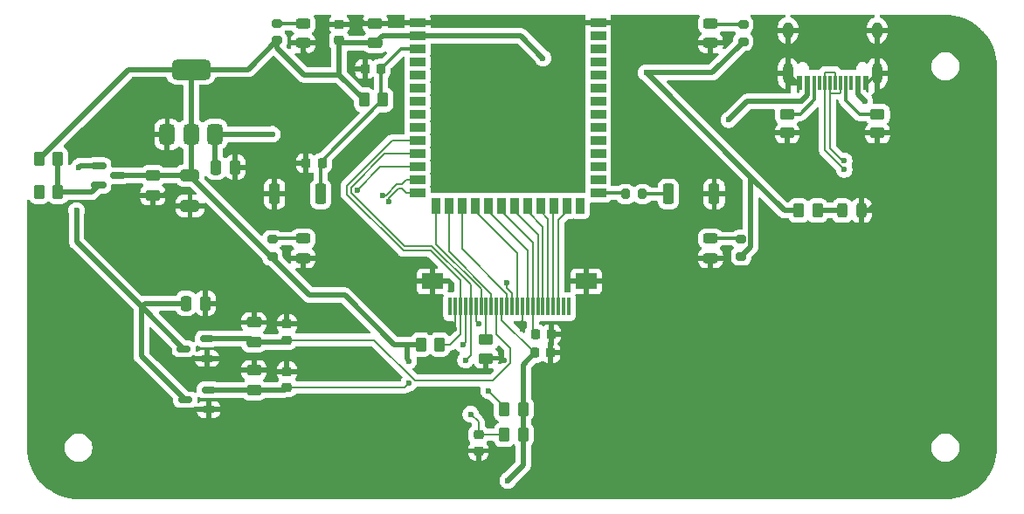
<source format=gbr>
%TF.GenerationSoftware,KiCad,Pcbnew,9.0.7*%
%TF.CreationDate,2026-02-16T21:50:05-05:00*%
%TF.ProjectId,Primis_FaceTracker,5072696d-6973-45f4-9661-636554726163,rev?*%
%TF.SameCoordinates,Original*%
%TF.FileFunction,Copper,L1,Top*%
%TF.FilePolarity,Positive*%
%FSLAX46Y46*%
G04 Gerber Fmt 4.6, Leading zero omitted, Abs format (unit mm)*
G04 Created by KiCad (PCBNEW 9.0.7) date 2026-02-16 21:50:05*
%MOMM*%
%LPD*%
G01*
G04 APERTURE LIST*
G04 Aperture macros list*
%AMRoundRect*
0 Rectangle with rounded corners*
0 $1 Rounding radius*
0 $2 $3 $4 $5 $6 $7 $8 $9 X,Y pos of 4 corners*
0 Add a 4 corners polygon primitive as box body*
4,1,4,$2,$3,$4,$5,$6,$7,$8,$9,$2,$3,0*
0 Add four circle primitives for the rounded corners*
1,1,$1+$1,$2,$3*
1,1,$1+$1,$4,$5*
1,1,$1+$1,$6,$7*
1,1,$1+$1,$8,$9*
0 Add four rect primitives between the rounded corners*
20,1,$1+$1,$2,$3,$4,$5,0*
20,1,$1+$1,$4,$5,$6,$7,0*
20,1,$1+$1,$6,$7,$8,$9,0*
20,1,$1+$1,$8,$9,$2,$3,0*%
G04 Aperture macros list end*
%TA.AperFunction,SMDPad,CuDef*%
%ADD10RoundRect,0.250000X-0.262500X-0.450000X0.262500X-0.450000X0.262500X0.450000X-0.262500X0.450000X0*%
%TD*%
%TA.AperFunction,SMDPad,CuDef*%
%ADD11RoundRect,0.250000X0.262500X0.450000X-0.262500X0.450000X-0.262500X-0.450000X0.262500X-0.450000X0*%
%TD*%
%TA.AperFunction,SMDPad,CuDef*%
%ADD12R,0.600000X1.450000*%
%TD*%
%TA.AperFunction,SMDPad,CuDef*%
%ADD13R,0.300000X1.450000*%
%TD*%
%TA.AperFunction,HeatsinkPad*%
%ADD14O,1.000000X2.100000*%
%TD*%
%TA.AperFunction,HeatsinkPad*%
%ADD15O,1.000000X1.600000*%
%TD*%
%TA.AperFunction,SMDPad,CuDef*%
%ADD16RoundRect,0.225000X0.250000X-0.225000X0.250000X0.225000X-0.250000X0.225000X-0.250000X-0.225000X0*%
%TD*%
%TA.AperFunction,SMDPad,CuDef*%
%ADD17RoundRect,0.250000X-0.650000X0.325000X-0.650000X-0.325000X0.650000X-0.325000X0.650000X0.325000X0*%
%TD*%
%TA.AperFunction,SMDPad,CuDef*%
%ADD18RoundRect,0.243750X0.456250X-0.243750X0.456250X0.243750X-0.456250X0.243750X-0.456250X-0.243750X0*%
%TD*%
%TA.AperFunction,SMDPad,CuDef*%
%ADD19RoundRect,0.250000X-0.250000X-0.475000X0.250000X-0.475000X0.250000X0.475000X-0.250000X0.475000X0*%
%TD*%
%TA.AperFunction,SMDPad,CuDef*%
%ADD20RoundRect,0.375000X0.375000X-0.625000X0.375000X0.625000X-0.375000X0.625000X-0.375000X-0.625000X0*%
%TD*%
%TA.AperFunction,SMDPad,CuDef*%
%ADD21RoundRect,0.500000X1.400000X-0.500000X1.400000X0.500000X-1.400000X0.500000X-1.400000X-0.500000X0*%
%TD*%
%TA.AperFunction,SMDPad,CuDef*%
%ADD22RoundRect,0.200000X-0.275000X0.200000X-0.275000X-0.200000X0.275000X-0.200000X0.275000X0.200000X0*%
%TD*%
%TA.AperFunction,SMDPad,CuDef*%
%ADD23RoundRect,0.200000X-0.200000X-0.275000X0.200000X-0.275000X0.200000X0.275000X-0.200000X0.275000X0*%
%TD*%
%TA.AperFunction,SMDPad,CuDef*%
%ADD24RoundRect,0.225000X-0.225000X-0.250000X0.225000X-0.250000X0.225000X0.250000X-0.225000X0.250000X0*%
%TD*%
%TA.AperFunction,SMDPad,CuDef*%
%ADD25RoundRect,0.150000X0.512500X0.150000X-0.512500X0.150000X-0.512500X-0.150000X0.512500X-0.150000X0*%
%TD*%
%TA.AperFunction,SMDPad,CuDef*%
%ADD26RoundRect,0.250000X0.275000X0.750000X-0.275000X0.750000X-0.275000X-0.750000X0.275000X-0.750000X0*%
%TD*%
%TA.AperFunction,SMDPad,CuDef*%
%ADD27RoundRect,0.243750X0.243750X0.456250X-0.243750X0.456250X-0.243750X-0.456250X0.243750X-0.456250X0*%
%TD*%
%TA.AperFunction,SMDPad,CuDef*%
%ADD28R,1.500000X0.900000*%
%TD*%
%TA.AperFunction,SMDPad,CuDef*%
%ADD29R,0.900000X1.500000*%
%TD*%
%TA.AperFunction,HeatsinkPad*%
%ADD30C,0.600000*%
%TD*%
%TA.AperFunction,HeatsinkPad*%
%ADD31R,3.900000X3.900000*%
%TD*%
%TA.AperFunction,SMDPad,CuDef*%
%ADD32RoundRect,0.150000X-0.587500X-0.150000X0.587500X-0.150000X0.587500X0.150000X-0.587500X0.150000X0*%
%TD*%
%TA.AperFunction,SMDPad,CuDef*%
%ADD33RoundRect,0.250000X-0.475000X0.250000X-0.475000X-0.250000X0.475000X-0.250000X0.475000X0.250000X0*%
%TD*%
%TA.AperFunction,SMDPad,CuDef*%
%ADD34RoundRect,0.250000X0.450000X-0.262500X0.450000X0.262500X-0.450000X0.262500X-0.450000X-0.262500X0*%
%TD*%
%TA.AperFunction,SMDPad,CuDef*%
%ADD35RoundRect,0.250000X-0.275000X-0.750000X0.275000X-0.750000X0.275000X0.750000X-0.275000X0.750000X0*%
%TD*%
%TA.AperFunction,SMDPad,CuDef*%
%ADD36RoundRect,0.250000X-0.450000X0.262500X-0.450000X-0.262500X0.450000X-0.262500X0.450000X0.262500X0*%
%TD*%
%TA.AperFunction,SMDPad,CuDef*%
%ADD37RoundRect,0.250000X0.475000X-0.250000X0.475000X0.250000X-0.475000X0.250000X-0.475000X-0.250000X0*%
%TD*%
%TA.AperFunction,SMDPad,CuDef*%
%ADD38R,0.300000X1.800000*%
%TD*%
%TA.AperFunction,SMDPad,CuDef*%
%ADD39R,2.000000X1.500000*%
%TD*%
%TA.AperFunction,SMDPad,CuDef*%
%ADD40RoundRect,0.225000X-0.250000X0.225000X-0.250000X-0.225000X0.250000X-0.225000X0.250000X0.225000X0*%
%TD*%
%TA.AperFunction,SMDPad,CuDef*%
%ADD41RoundRect,0.225000X0.225000X0.250000X-0.225000X0.250000X-0.225000X-0.250000X0.225000X-0.250000X0*%
%TD*%
%TA.AperFunction,ViaPad*%
%ADD42C,0.600000*%
%TD*%
%TA.AperFunction,Conductor*%
%ADD43C,0.200000*%
%TD*%
%TA.AperFunction,Conductor*%
%ADD44C,0.300000*%
%TD*%
%TA.AperFunction,Conductor*%
%ADD45C,0.500000*%
%TD*%
G04 APERTURE END LIST*
D10*
%TO.P,R13,1*%
%TO.N,+3V3*%
X154175000Y-107000000D03*
%TO.P,R13,2*%
%TO.N,CAM_SDA*%
X156000000Y-107000000D03*
%TD*%
D11*
%TO.P,R8,1*%
%TO.N,Net-(SW1-A)*%
X150500000Y-83250000D03*
%TO.P,R8,2*%
%TO.N,+3V3*%
X148675000Y-83250000D03*
%TD*%
D12*
%TO.P,J1,A1,GND*%
%TO.N,GND*%
X197320000Y-81595000D03*
%TO.P,J1,A4,VBUS*%
%TO.N,+5V*%
X196520000Y-81595000D03*
D13*
%TO.P,J1,A5,CC1*%
%TO.N,Net-(J1-CC1)*%
X195320000Y-81595000D03*
%TO.P,J1,A6,D+*%
%TO.N,D+*%
X194320000Y-81595000D03*
%TO.P,J1,A7,D-*%
%TO.N,D-*%
X193820000Y-81595000D03*
%TO.P,J1,A8,SBU1*%
%TO.N,unconnected-(J1-SBU1-PadA8)*%
X192820000Y-81595000D03*
D12*
%TO.P,J1,A9,VBUS*%
%TO.N,+5V*%
X191620000Y-81595000D03*
%TO.P,J1,A12,GND*%
%TO.N,GND*%
X190820000Y-81595000D03*
%TO.P,J1,B1,GND*%
X190820000Y-81595000D03*
%TO.P,J1,B4,VBUS*%
%TO.N,+5V*%
X191620000Y-81595000D03*
D13*
%TO.P,J1,B5,CC2*%
%TO.N,Net-(J1-CC2)*%
X192320000Y-81595000D03*
%TO.P,J1,B6,D+*%
%TO.N,D+*%
X193320000Y-81595000D03*
%TO.P,J1,B7,D-*%
%TO.N,D-*%
X194820000Y-81595000D03*
%TO.P,J1,B8,SBU2*%
%TO.N,unconnected-(J1-SBU2-PadB8)*%
X195820000Y-81595000D03*
D12*
%TO.P,J1,B9,VBUS*%
%TO.N,+5V*%
X196520000Y-81595000D03*
%TO.P,J1,B12,GND*%
%TO.N,GND*%
X197320000Y-81595000D03*
D14*
%TO.P,J1,S1,SHIELD*%
X198390000Y-80680000D03*
D15*
X198390000Y-76500000D03*
D14*
X189750000Y-80680000D03*
D15*
X189750000Y-76500000D03*
%TD*%
D16*
%TO.P,C11,1*%
%TO.N,CAM_2.8V*%
X141200000Y-111150000D03*
%TO.P,C11,2*%
%TO.N,GND*%
X141200000Y-109600000D03*
%TD*%
D17*
%TO.P,C5,1*%
%TO.N,+3V3*%
X131800000Y-90600000D03*
%TO.P,C5,2*%
%TO.N,GND*%
X131800000Y-93550000D03*
%TD*%
D10*
%TO.P,R10,1*%
%TO.N,CAM_PWR*%
X117175000Y-92200000D03*
%TO.P,R10,2*%
%TO.N,Net-(Q1-G)*%
X119000000Y-92200000D03*
%TD*%
D18*
%TO.P,D2,1,K*%
%TO.N,GND*%
X182250000Y-77750000D03*
%TO.P,D2,2,A*%
%TO.N,Net-(D2-A)*%
X182250000Y-75875000D03*
%TD*%
D11*
%TO.P,R12,1*%
%TO.N,+3V3*%
X164075000Y-113250000D03*
%TO.P,R12,2*%
%TO.N,CAM_SCK*%
X162250000Y-113250000D03*
%TD*%
D19*
%TO.P,C8,1*%
%TO.N,Net-(Q1-D)*%
X131400000Y-103000000D03*
%TO.P,C8,2*%
%TO.N,GND*%
X133300000Y-103000000D03*
%TD*%
D20*
%TO.P,U2,1,GND*%
%TO.N,GND*%
X129600000Y-86600000D03*
%TO.P,U2,2,VO*%
%TO.N,+3V3*%
X131900000Y-86600000D03*
D21*
X131900000Y-80300000D03*
D20*
%TO.P,U2,3,VI*%
%TO.N,+5V*%
X134200000Y-86600000D03*
%TD*%
D18*
%TO.P,D4,1,K*%
%TO.N,GND*%
X142750000Y-98600000D03*
%TO.P,D4,2,A*%
%TO.N,Net-(D4-A)*%
X142750000Y-96725000D03*
%TD*%
D22*
%TO.P,R2,1*%
%TO.N,Net-(D1-A)*%
X140250000Y-75850000D03*
%TO.P,R2,2*%
%TO.N,+3V3*%
X140250000Y-77500000D03*
%TD*%
D23*
%TO.P,R9,1*%
%TO.N,Net-(U1-IO0)*%
X174000000Y-92400000D03*
%TO.P,R9,2*%
%TO.N,Net-(SW2-A)*%
X175650000Y-92400000D03*
%TD*%
D24*
%TO.P,C14,1*%
%TO.N,+3V3*%
X165200000Y-107800000D03*
%TO.P,C14,2*%
%TO.N,GND*%
X166750000Y-107800000D03*
%TD*%
D25*
%TO.P,U3,1,GND*%
%TO.N,GND*%
X133462500Y-108350000D03*
%TO.P,U3,2,VO*%
%TO.N,CAM_1.2V*%
X133462500Y-106450000D03*
%TO.P,U3,3,VI*%
%TO.N,Net-(Q1-D)*%
X131187500Y-107400000D03*
%TD*%
D16*
%TO.P,C12,1*%
%TO.N,CAM_1.2V*%
X141200000Y-106550000D03*
%TO.P,C12,2*%
%TO.N,GND*%
X141200000Y-105000000D03*
%TD*%
D26*
%TO.P,Reset,1,A*%
%TO.N,Net-(SW1-A)*%
X144450000Y-92400000D03*
%TO.P,Reset,2,B*%
%TO.N,GND*%
X140000000Y-92400000D03*
%TD*%
D16*
%TO.P,C3,1*%
%TO.N,+3V3*%
X146250000Y-77500000D03*
%TO.P,C3,2*%
%TO.N,GND*%
X146250000Y-75950000D03*
%TD*%
D27*
%TO.P,D5,1,K*%
%TO.N,GND*%
X196875000Y-94000000D03*
%TO.P,D5,2,A*%
%TO.N,Net-(D5-A)*%
X195000000Y-94000000D03*
%TD*%
D28*
%TO.P,U1,1,GND*%
%TO.N,GND*%
X153842500Y-75785000D03*
%TO.P,U1,2,3V3*%
%TO.N,+3V3*%
X153842500Y-77055000D03*
%TO.P,U1,3,EN*%
%TO.N,Net-(SW1-A)*%
X153842500Y-78325000D03*
%TO.P,U1,4,IO4*%
%TO.N,unconnected-(U1-IO4-Pad4)*%
X153842500Y-79595000D03*
%TO.P,U1,5,IO5*%
%TO.N,unconnected-(U1-IO5-Pad5)*%
X153842500Y-80865000D03*
%TO.P,U1,6,IO6*%
%TO.N,unconnected-(U1-IO6-Pad6)*%
X153842500Y-82135000D03*
%TO.P,U1,7,IO7*%
%TO.N,unconnected-(U1-IO7-Pad7)*%
X153842500Y-83405000D03*
%TO.P,U1,8,IO15*%
%TO.N,unconnected-(U1-IO15-Pad8)*%
X153842500Y-84675000D03*
%TO.P,U1,9,IO16*%
%TO.N,unconnected-(U1-IO16-Pad9)*%
X153842500Y-85945000D03*
%TO.P,U1,10,IO17*%
%TO.N,CAM_SDA*%
X153842500Y-87215000D03*
%TO.P,U1,11,IO18*%
%TO.N,CAM_SCK*%
X153842500Y-88485000D03*
%TO.P,U1,12,IO8*%
%TO.N,CAM_MCLK*%
X153842500Y-89755000D03*
%TO.P,U1,13,USB_D-*%
%TO.N,D-*%
X153842500Y-91025000D03*
%TO.P,U1,14,USB_D+*%
%TO.N,D+*%
X153842500Y-92295000D03*
D29*
%TO.P,U1,15,IO3*%
%TO.N,CAM_VSYNC*%
X155607500Y-93545000D03*
%TO.P,U1,16,IO46*%
%TO.N,CAM_HSYNC*%
X156877500Y-93545000D03*
%TO.P,U1,17,IO9*%
%TO.N,CAM_D7*%
X158147500Y-93545000D03*
%TO.P,U1,18,IO10*%
%TO.N,CAM_D6*%
X159417500Y-93545000D03*
%TO.P,U1,19,IO11*%
%TO.N,CAM_D5*%
X160687500Y-93545000D03*
%TO.P,U1,20,IO12*%
%TO.N,CAM_PCLK*%
X161957500Y-93545000D03*
%TO.P,U1,21,IO13*%
%TO.N,CAM_D4*%
X163227500Y-93545000D03*
%TO.P,U1,22,IO14*%
%TO.N,CAM_D0*%
X164497500Y-93545000D03*
%TO.P,U1,23,IO21*%
%TO.N,CAM_D3*%
X165767500Y-93545000D03*
%TO.P,U1,24,IO47*%
%TO.N,CAM_D1*%
X167037500Y-93545000D03*
%TO.P,U1,25,IO48*%
%TO.N,CAM_D2*%
X168307500Y-93545000D03*
%TO.P,U1,26,IO45*%
%TO.N,unconnected-(U1-IO45-Pad26)*%
X169577500Y-93545000D03*
D28*
%TO.P,U1,27,IO0*%
%TO.N,Net-(U1-IO0)*%
X171342500Y-92295000D03*
%TO.P,U1,28,IO35*%
%TO.N,unconnected-(U1-IO35-Pad28)*%
X171342500Y-91025000D03*
%TO.P,U1,29,IO36*%
%TO.N,unconnected-(U1-IO36-Pad29)*%
X171342500Y-89755000D03*
%TO.P,U1,30,IO37*%
%TO.N,unconnected-(U1-IO37-Pad30)*%
X171342500Y-88485000D03*
%TO.P,U1,31,IO38*%
%TO.N,unconnected-(U1-IO38-Pad31)*%
X171342500Y-87215000D03*
%TO.P,U1,32,IO39*%
%TO.N,unconnected-(U1-IO39-Pad32)*%
X171342500Y-85945000D03*
%TO.P,U1,33,IO40*%
%TO.N,unconnected-(U1-IO40-Pad33)*%
X171342500Y-84675000D03*
%TO.P,U1,34,IO41*%
%TO.N,unconnected-(U1-IO41-Pad34)*%
X171342500Y-83405000D03*
%TO.P,U1,35,IO42*%
%TO.N,unconnected-(U1-IO42-Pad35)*%
X171342500Y-82135000D03*
%TO.P,U1,36,RXD0*%
%TO.N,unconnected-(U1-RXD0-Pad36)*%
X171342500Y-80865000D03*
%TO.P,U1,37,TXD0*%
%TO.N,unconnected-(U1-TXD0-Pad37)*%
X171342500Y-79595000D03*
%TO.P,U1,38,IO2*%
%TO.N,unconnected-(U1-IO2-Pad38)*%
X171342500Y-78325000D03*
%TO.P,U1,39,IO1*%
%TO.N,unconnected-(U1-IO1-Pad39)*%
X171342500Y-77055000D03*
%TO.P,U1,40,GND*%
%TO.N,GND*%
X171342500Y-75785000D03*
D30*
%TO.P,U1,41,GND*%
X159692500Y-82805000D03*
X159692500Y-84205000D03*
X160392500Y-82105000D03*
X160392500Y-83505000D03*
X160392500Y-84905000D03*
X161092500Y-82805000D03*
D31*
X161092500Y-83505000D03*
D30*
X161092500Y-84205000D03*
X161792500Y-82105000D03*
X161792500Y-83505000D03*
X161792500Y-84905000D03*
X162492500Y-82805000D03*
X162492500Y-84205000D03*
%TD*%
D32*
%TO.P,Q1,1,D*%
%TO.N,Net-(Q1-D)*%
X122925000Y-89650000D03*
%TO.P,Q1,2,G*%
%TO.N,Net-(Q1-G)*%
X122925000Y-91550000D03*
%TO.P,Q1,3,S*%
%TO.N,+3V3*%
X124800000Y-90600000D03*
%TD*%
D33*
%TO.P,C1,1*%
%TO.N,+3V3*%
X128200000Y-90600000D03*
%TO.P,C1,2*%
%TO.N,GND*%
X128200000Y-92500000D03*
%TD*%
D34*
%TO.P,R6,1*%
%TO.N,GND*%
X198430000Y-86475000D03*
%TO.P,R6,2*%
%TO.N,Net-(J1-CC1)*%
X198430000Y-84650000D03*
%TD*%
D35*
%TO.P,Boot,1,A*%
%TO.N,Net-(SW2-A)*%
X178150000Y-92400000D03*
%TO.P,Boot,2,B*%
%TO.N,GND*%
X182600000Y-92400000D03*
%TD*%
D18*
%TO.P,D1,1,K*%
%TO.N,GND*%
X142750000Y-77750000D03*
%TO.P,D1,2,A*%
%TO.N,Net-(D1-A)*%
X142750000Y-75875000D03*
%TD*%
D11*
%TO.P,R15,1*%
%TO.N,+3V3*%
X164075000Y-115750000D03*
%TO.P,R15,2*%
%TO.N,CAM_RST*%
X162250000Y-115750000D03*
%TD*%
D25*
%TO.P,U5,1,GND*%
%TO.N,GND*%
X133600000Y-113300000D03*
%TO.P,U5,2,VO*%
%TO.N,CAM_2.8V*%
X133600000Y-111400000D03*
%TO.P,U5,3,VI*%
%TO.N,Net-(Q1-D)*%
X131325000Y-112350000D03*
%TD*%
D36*
%TO.P,R14,1*%
%TO.N,Net-(CN2-Pad8)*%
X160500000Y-106500000D03*
%TO.P,R14,2*%
%TO.N,GND*%
X160500000Y-108325000D03*
%TD*%
D37*
%TO.P,C2,1*%
%TO.N,+3V3*%
X149750000Y-77750000D03*
%TO.P,C2,2*%
%TO.N,GND*%
X149750000Y-75850000D03*
%TD*%
D22*
%TO.P,R3,1*%
%TO.N,Net-(D2-A)*%
X185400000Y-75950000D03*
%TO.P,R3,2*%
%TO.N,+3V3*%
X185400000Y-77600000D03*
%TD*%
D24*
%TO.P,C15,1*%
%TO.N,CAM_PCLK*%
X165250000Y-106000000D03*
%TO.P,C15,2*%
%TO.N,GND*%
X166800000Y-106000000D03*
%TD*%
%TO.P,C7,1*%
%TO.N,GND*%
X143050000Y-89400000D03*
%TO.P,C7,2*%
%TO.N,Net-(SW1-A)*%
X144600000Y-89400000D03*
%TD*%
D19*
%TO.P,C4,1*%
%TO.N,+5V*%
X134300000Y-89800000D03*
%TO.P,C4,2*%
%TO.N,GND*%
X136200000Y-89800000D03*
%TD*%
D18*
%TO.P,D3,1,K*%
%TO.N,GND*%
X182250000Y-98600000D03*
%TO.P,D3,2,A*%
%TO.N,Net-(D3-A)*%
X182250000Y-96725000D03*
%TD*%
D38*
%TO.P,CN2,1,1*%
%TO.N,unconnected-(CN2-Pad1)*%
X157000100Y-103318400D03*
%TO.P,CN2,2,2*%
%TO.N,GND*%
X157499900Y-103318400D03*
%TO.P,CN2,3,3*%
%TO.N,CAM_SDA*%
X158000100Y-103318400D03*
%TO.P,CN2,4,4*%
%TO.N,CAM_2.8V*%
X158499900Y-103318400D03*
%TO.P,CN2,5,5*%
%TO.N,CAM_SCK*%
X159000100Y-103318400D03*
%TO.P,CN2,6,6*%
%TO.N,CAM_RST*%
X159499900Y-103318400D03*
%TO.P,CN2,7,7*%
%TO.N,CAM_VSYNC*%
X160000100Y-103318400D03*
%TO.P,CN2,8,8*%
%TO.N,Net-(CN2-Pad8)*%
X160499900Y-103318400D03*
%TO.P,CN2,9,9*%
%TO.N,CAM_HSYNC*%
X161000100Y-103318400D03*
%TO.P,CN2,10,10*%
%TO.N,CAM_1.2V*%
X161499900Y-103318400D03*
%TO.P,CN2,11,11*%
%TO.N,+3V3*%
X162000100Y-103318400D03*
%TO.P,CN2,12,12*%
%TO.N,CAM_D7*%
X162499900Y-103318400D03*
%TO.P,CN2,13,13*%
%TO.N,CAM_MCLK*%
X162999800Y-103318400D03*
%TO.P,CN2,14,14*%
%TO.N,CAM_D6*%
X163499900Y-103318400D03*
%TO.P,CN2,15,15*%
%TO.N,GND*%
X163999800Y-103318400D03*
%TO.P,CN2,16,16*%
%TO.N,CAM_D5*%
X164499900Y-103318400D03*
%TO.P,CN2,17,17*%
%TO.N,CAM_PCLK*%
X164999800Y-103318400D03*
%TO.P,CN2,18,18*%
%TO.N,CAM_D4*%
X165499900Y-103318400D03*
%TO.P,CN2,19,19*%
%TO.N,CAM_D0*%
X165999800Y-103318400D03*
%TO.P,CN2,20,20*%
%TO.N,CAM_D3*%
X166499900Y-103318400D03*
%TO.P,CN2,21,21*%
%TO.N,CAM_D1*%
X166999800Y-103318400D03*
%TO.P,CN2,22,22*%
%TO.N,CAM_D2*%
X167499900Y-103318400D03*
%TO.P,CN2,23,23*%
%TO.N,unconnected-(CN2-Pad23)*%
X167999800Y-103318400D03*
%TO.P,CN2,24,24*%
%TO.N,unconnected-(CN2-Pad24)*%
X168499900Y-103318400D03*
D39*
%TO.P,CN2,25,25*%
%TO.N,GND*%
X170199900Y-100868600D03*
%TO.P,CN2,26,26*%
X155300100Y-100868600D03*
%TD*%
D11*
%TO.P,R1,1*%
%TO.N,Net-(Q1-G)*%
X119000000Y-89000000D03*
%TO.P,R1,2*%
%TO.N,+3V3*%
X117175000Y-89000000D03*
%TD*%
D22*
%TO.P,R4,1*%
%TO.N,Net-(D3-A)*%
X185200000Y-96775000D03*
%TO.P,R4,2*%
%TO.N,+3V3*%
X185200000Y-98425000D03*
%TD*%
D11*
%TO.P,R11,1*%
%TO.N,Net-(D5-A)*%
X192600000Y-94000000D03*
%TO.P,R11,2*%
%TO.N,+3V3*%
X190775000Y-94000000D03*
%TD*%
D40*
%TO.P,C13,1*%
%TO.N,CAM_RST*%
X159750000Y-115750000D03*
%TO.P,C13,2*%
%TO.N,GND*%
X159750000Y-117300000D03*
%TD*%
D37*
%TO.P,C10,1*%
%TO.N,CAM_1.2V*%
X138000000Y-106750000D03*
%TO.P,C10,2*%
%TO.N,GND*%
X138000000Y-104850000D03*
%TD*%
%TO.P,C9,1*%
%TO.N,CAM_2.8V*%
X138000000Y-111400000D03*
%TO.P,C9,2*%
%TO.N,GND*%
X138000000Y-109500000D03*
%TD*%
D34*
%TO.P,R7,1*%
%TO.N,GND*%
X189680000Y-86475000D03*
%TO.P,R7,2*%
%TO.N,Net-(J1-CC2)*%
X189680000Y-84650000D03*
%TD*%
D22*
%TO.P,R5,1*%
%TO.N,Net-(D4-A)*%
X139800000Y-96800000D03*
%TO.P,R5,2*%
%TO.N,+3V3*%
X139800000Y-98450000D03*
%TD*%
D41*
%TO.P,C6,1*%
%TO.N,Net-(SW1-A)*%
X150300000Y-80250000D03*
%TO.P,C6,2*%
%TO.N,GND*%
X148750000Y-80250000D03*
%TD*%
D42*
%TO.N,CAM_RST*%
X159750000Y-105000000D03*
X159000000Y-113750000D03*
%TO.N,GND*%
X182200000Y-79200000D03*
X152250000Y-75750000D03*
X135000000Y-108400000D03*
X129800000Y-92000000D03*
X189600000Y-87800000D03*
X141200000Y-108400000D03*
X198200000Y-93400000D03*
X173000000Y-75600000D03*
X184000000Y-92600000D03*
X129600000Y-88600000D03*
X138600000Y-92200000D03*
X137800000Y-90000000D03*
X147500000Y-80000000D03*
X148250000Y-75500000D03*
X157400100Y-105500000D03*
X141200000Y-103600000D03*
X145000000Y-75750000D03*
X135000000Y-113400000D03*
X134600000Y-103000000D03*
X152750000Y-101750000D03*
X129600000Y-93400000D03*
X164000000Y-105500000D03*
X198600000Y-87800000D03*
X141800000Y-89400000D03*
X162250000Y-108500000D03*
X142800000Y-100000000D03*
X138000000Y-103600000D03*
X172500000Y-101750000D03*
X168250000Y-106000000D03*
X168250000Y-107750000D03*
X138000000Y-108200000D03*
X143250000Y-79000000D03*
X182400000Y-100000000D03*
%TO.N,+5V*%
X197200000Y-83400000D03*
X184000000Y-85200000D03*
X139800000Y-86600000D03*
X191000000Y-83400000D03*
%TO.N,Net-(Q1-D)*%
X120800000Y-94000000D03*
X121000000Y-89800000D03*
%TO.N,CAM_2.8V*%
X158250000Y-107000000D03*
X153000000Y-110750000D03*
%TO.N,CAM_MCLK*%
X162500000Y-101000000D03*
X148000000Y-92000000D03*
%TO.N,CAM_SCK*%
X160750000Y-111500000D03*
X158500000Y-108500000D03*
%TO.N,D+*%
X151100521Y-93100521D03*
X195200000Y-90025000D03*
%TO.N,D-*%
X195200000Y-89175000D03*
X150499479Y-92499479D03*
%TO.N,+3V3*%
X176000000Y-80600000D03*
X162600000Y-120200000D03*
X166000000Y-79200000D03*
X153000000Y-108600000D03*
%TD*%
D43*
%TO.N,CAM_RST*%
X159499900Y-104749900D02*
X159750000Y-105000000D01*
X159750000Y-114500000D02*
X159750000Y-115750000D01*
X159499900Y-103318400D02*
X159499900Y-104749900D01*
X159000000Y-113750000D02*
X159750000Y-114500000D01*
X159750000Y-115750000D02*
X162250000Y-115750000D01*
D44*
%TO.N,GND*%
X142750000Y-99950000D02*
X142800000Y-100000000D01*
X182250000Y-77750000D02*
X182250000Y-79150000D01*
X182250000Y-99850000D02*
X182400000Y-100000000D01*
D45*
X138000000Y-104850000D02*
X138000000Y-103600000D01*
X138000000Y-109500000D02*
X138000000Y-108200000D01*
X129750000Y-93550000D02*
X129600000Y-93400000D01*
X141200000Y-105000000D02*
X141200000Y-103600000D01*
D44*
X168200000Y-107800000D02*
X168250000Y-107750000D01*
X148750000Y-80250000D02*
X147750000Y-80250000D01*
X166800000Y-106000000D02*
X168250000Y-106000000D01*
X147750000Y-80250000D02*
X147500000Y-80000000D01*
D45*
X189680000Y-87720000D02*
X189600000Y-87800000D01*
D43*
X171618600Y-100868600D02*
X172500000Y-101750000D01*
D45*
X172815000Y-75785000D02*
X173000000Y-75600000D01*
D44*
X140000000Y-92400000D02*
X138800000Y-92400000D01*
X166750000Y-107800000D02*
X168200000Y-107800000D01*
D45*
X171342500Y-75785000D02*
X172815000Y-75785000D01*
X129300000Y-92500000D02*
X129800000Y-92000000D01*
X128200000Y-92500000D02*
X129300000Y-92500000D01*
X137600000Y-89800000D02*
X137800000Y-90000000D01*
D43*
X157499900Y-103318400D02*
X157499900Y-105400200D01*
D45*
X133462500Y-108350000D02*
X134950000Y-108350000D01*
D44*
X182250000Y-98600000D02*
X182250000Y-99850000D01*
D45*
X198430000Y-87630000D02*
X198600000Y-87800000D01*
D44*
X197475000Y-81595000D02*
X198390000Y-80680000D01*
X183800000Y-92400000D02*
X184000000Y-92600000D01*
D43*
X153631400Y-100868600D02*
X152750000Y-101750000D01*
D44*
X138800000Y-92400000D02*
X138600000Y-92200000D01*
X190820000Y-81595000D02*
X190665000Y-81595000D01*
X142750000Y-77750000D02*
X142750000Y-78500000D01*
D45*
X152285000Y-75785000D02*
X152250000Y-75750000D01*
X134900000Y-113300000D02*
X135000000Y-113400000D01*
X141200000Y-109600000D02*
X141200000Y-108400000D01*
D43*
X170199900Y-100868600D02*
X171618600Y-100868600D01*
D45*
X136200000Y-89800000D02*
X137600000Y-89800000D01*
X145200000Y-75950000D02*
X145000000Y-75750000D01*
D44*
X197320000Y-81595000D02*
X197475000Y-81595000D01*
D45*
X148600000Y-75850000D02*
X148250000Y-75500000D01*
D43*
X157499900Y-105400200D02*
X157400100Y-105500000D01*
D45*
X189680000Y-86475000D02*
X189680000Y-87720000D01*
D44*
X160500000Y-108325000D02*
X162075000Y-108325000D01*
X190665000Y-81595000D02*
X189750000Y-80680000D01*
D45*
X133600000Y-113300000D02*
X134900000Y-113300000D01*
X153842500Y-75785000D02*
X152285000Y-75785000D01*
D44*
X143050000Y-89400000D02*
X141800000Y-89400000D01*
D45*
X198430000Y-86475000D02*
X198430000Y-87630000D01*
D43*
X163999800Y-105499800D02*
X164000000Y-105500000D01*
D45*
X146250000Y-75950000D02*
X145200000Y-75950000D01*
X133300000Y-103000000D02*
X134600000Y-103000000D01*
D43*
X155300100Y-100868600D02*
X153631400Y-100868600D01*
D45*
X149750000Y-75850000D02*
X148600000Y-75850000D01*
D44*
X182250000Y-79150000D02*
X182200000Y-79200000D01*
D45*
X129600000Y-86600000D02*
X129600000Y-88600000D01*
D44*
X182600000Y-92400000D02*
X183800000Y-92400000D01*
D45*
X196875000Y-94000000D02*
X197600000Y-94000000D01*
D43*
X163999800Y-103318400D02*
X163999800Y-105499800D01*
D44*
X142750000Y-78500000D02*
X143250000Y-79000000D01*
D45*
X197600000Y-94000000D02*
X198200000Y-93400000D01*
X131800000Y-93550000D02*
X129750000Y-93550000D01*
X134950000Y-108350000D02*
X135000000Y-108400000D01*
D44*
X162075000Y-108325000D02*
X162250000Y-108500000D01*
X142750000Y-98600000D02*
X142750000Y-99950000D01*
D45*
%TO.N,+5V*%
X196520000Y-82720000D02*
X196520000Y-81595000D01*
X134200000Y-86600000D02*
X134200000Y-89700000D01*
X197200000Y-83400000D02*
X196520000Y-82720000D01*
X191620000Y-81595000D02*
X191620000Y-82780000D01*
X191620000Y-82780000D02*
X191000000Y-83400000D01*
X191000000Y-83400000D02*
X185800000Y-83400000D01*
X139800000Y-86600000D02*
X134200000Y-86600000D01*
X185800000Y-83400000D02*
X184000000Y-85200000D01*
X134200000Y-89700000D02*
X134300000Y-89800000D01*
D44*
%TO.N,Net-(SW1-A)*%
X144600000Y-89400000D02*
X144600000Y-89150000D01*
X152225000Y-78325000D02*
X153842500Y-78325000D01*
X144450000Y-89550000D02*
X144600000Y-89400000D01*
X150300000Y-80250000D02*
X150300000Y-83050000D01*
X150300000Y-83050000D02*
X150500000Y-83250000D01*
X144600000Y-89150000D02*
X150500000Y-83250000D01*
X144450000Y-92400000D02*
X144450000Y-89550000D01*
X150300000Y-80250000D02*
X152225000Y-78325000D01*
D45*
%TO.N,Net-(Q1-D)*%
X127093750Y-103306250D02*
X120800000Y-97012500D01*
X131187500Y-107400000D02*
X127093750Y-103306250D01*
X127400000Y-103000000D02*
X127093750Y-103306250D01*
X121150000Y-89650000D02*
X121000000Y-89800000D01*
X131400000Y-103000000D02*
X127400000Y-103000000D01*
X131325000Y-112350000D02*
X127093750Y-108118750D01*
X120800000Y-97012500D02*
X120800000Y-94000000D01*
X127093750Y-108118750D02*
X127093750Y-103306250D01*
X122925000Y-89650000D02*
X121150000Y-89650000D01*
D43*
%TO.N,CAM_2.8V*%
X153000000Y-110750000D02*
X152600000Y-111150000D01*
D45*
X140950000Y-111400000D02*
X141200000Y-111150000D01*
D43*
X158499900Y-106750100D02*
X158250000Y-107000000D01*
D45*
X138000000Y-111400000D02*
X140950000Y-111400000D01*
X133600000Y-111400000D02*
X138000000Y-111400000D01*
D43*
X158499900Y-103318400D02*
X158499900Y-106750100D01*
X152600000Y-111150000D02*
X141200000Y-111150000D01*
%TO.N,CAM_1.2V*%
X161099943Y-110500000D02*
X153599943Y-110500000D01*
X149649943Y-106550000D02*
X141200000Y-106550000D01*
X162851000Y-107352340D02*
X162851000Y-108748943D01*
X153599943Y-110500000D02*
X149649943Y-106550000D01*
D45*
X138000000Y-106750000D02*
X141000000Y-106750000D01*
X141000000Y-106750000D02*
X141200000Y-106550000D01*
X137700000Y-106450000D02*
X138000000Y-106750000D01*
D43*
X161499900Y-103318400D02*
X161499900Y-106001240D01*
X161499900Y-106001240D02*
X162851000Y-107352340D01*
X162851000Y-108748943D02*
X161099943Y-110500000D01*
D45*
X133462500Y-106450000D02*
X137700000Y-106450000D01*
D43*
%TO.N,CAM_PCLK*%
X164999800Y-97119300D02*
X161957500Y-94077000D01*
X161957500Y-94077000D02*
X161957500Y-93545000D01*
X164999800Y-105749800D02*
X164999800Y-103318400D01*
X164999800Y-103318400D02*
X164999800Y-97119300D01*
X165250000Y-106000000D02*
X164999800Y-105749800D01*
%TO.N,CAM_D4*%
X165499900Y-96349400D02*
X163227500Y-94077000D01*
X165499900Y-103318400D02*
X165499900Y-96349400D01*
X163227500Y-94077000D02*
X163227500Y-93545000D01*
%TO.N,CAM_HSYNC*%
X161000100Y-103318400D02*
X161000100Y-102067200D01*
X161000100Y-102067200D02*
X156877500Y-97944600D01*
X156877500Y-97944600D02*
X156877500Y-93545000D01*
%TO.N,CAM_D1*%
X166999800Y-103318400D02*
X166999800Y-93582700D01*
X166999800Y-93582700D02*
X167037500Y-93545000D01*
%TO.N,CAM_VSYNC*%
X160000100Y-103318400D02*
X160000100Y-101634300D01*
X155607500Y-97241700D02*
X155607500Y-93545000D01*
X160000100Y-101634300D02*
X155607500Y-97241700D01*
%TO.N,CAM_D0*%
X165999800Y-95579300D02*
X164497500Y-94077000D01*
X165999800Y-103318400D02*
X165999800Y-95579300D01*
X164497500Y-94077000D02*
X164497500Y-93545000D01*
%TO.N,CAM_MCLK*%
X148000000Y-92000000D02*
X150245000Y-89755000D01*
X162999800Y-103318400D02*
X162999800Y-101999800D01*
X150245000Y-89755000D02*
X153842500Y-89755000D01*
X162500000Y-101000000D02*
X162500000Y-101500000D01*
X162500000Y-101500000D02*
X162999800Y-101999800D01*
%TO.N,CAM_SCK*%
X147399000Y-91751057D02*
X150665057Y-88485000D01*
X147399000Y-92248943D02*
X147399000Y-91751057D01*
X160750000Y-111500000D02*
X162250000Y-113000000D01*
X162250000Y-113000000D02*
X162250000Y-113250000D01*
X159000100Y-107999900D02*
X158500000Y-108500000D01*
X159000100Y-103318400D02*
X159000100Y-101201400D01*
X152557857Y-97407800D02*
X155206500Y-97407800D01*
X155206500Y-97407800D02*
X159000100Y-101201400D01*
X159000100Y-103318400D02*
X159000100Y-107999900D01*
X150665057Y-88485000D02*
X153842500Y-88485000D01*
X147399000Y-92248943D02*
X152557857Y-97407800D01*
%TO.N,CAM_D5*%
X164499900Y-103318400D02*
X164499900Y-97889400D01*
X160687500Y-94077000D02*
X160687500Y-93545000D01*
X164499900Y-97889400D02*
X160687500Y-94077000D01*
%TO.N,CAM_D3*%
X165767500Y-94077000D02*
X165767500Y-93545000D01*
X166499900Y-94809400D02*
X165767500Y-94077000D01*
X166499900Y-103318400D02*
X166499900Y-94809400D01*
%TO.N,Net-(CN2-Pad8)*%
X160499900Y-103318400D02*
X160499900Y-104500100D01*
X160499900Y-104500100D02*
X160500000Y-104500200D01*
X160500000Y-104500200D02*
X160500000Y-106500000D01*
%TO.N,CAM_D6*%
X163499900Y-98159400D02*
X159417500Y-94077000D01*
X163499900Y-103318400D02*
X163499900Y-98159400D01*
X159417500Y-94077000D02*
X159417500Y-93545000D01*
%TO.N,CAM_D7*%
X158147500Y-97714600D02*
X158147500Y-93545000D01*
X162499900Y-103318400D02*
X162499900Y-102067000D01*
X162499900Y-102067000D02*
X158147500Y-97714600D01*
%TO.N,CAM_SDA*%
X157000100Y-107000000D02*
X156000000Y-107000000D01*
X158000100Y-106000000D02*
X158000100Y-103417143D01*
X155115800Y-97884200D02*
X152467157Y-97884200D01*
X158000100Y-103318400D02*
X158000100Y-100768500D01*
X158000100Y-100768500D02*
X155115800Y-97884200D01*
X146998000Y-91584957D02*
X151367957Y-87215000D01*
X158000100Y-106000000D02*
X157000100Y-107000000D01*
X146998000Y-92415043D02*
X146998000Y-91584957D01*
X152467157Y-97884200D02*
X146998000Y-92415043D01*
X151367957Y-87215000D02*
X153842500Y-87215000D01*
%TO.N,CAM_D2*%
X167499900Y-94884600D02*
X168307500Y-94077000D01*
X167499900Y-103318400D02*
X167499900Y-94884600D01*
X168307500Y-94077000D02*
X168307500Y-93545000D01*
D44*
%TO.N,Net-(D1-A)*%
X140275000Y-75875000D02*
X140250000Y-75850000D01*
X142750000Y-75875000D02*
X140275000Y-75875000D01*
%TO.N,Net-(D2-A)*%
X185400000Y-75950000D02*
X182325000Y-75950000D01*
X182325000Y-75950000D02*
X182250000Y-75875000D01*
%TO.N,Net-(D3-A)*%
X182250000Y-96725000D02*
X185150000Y-96725000D01*
X185150000Y-96725000D02*
X185200000Y-96775000D01*
%TO.N,Net-(D4-A)*%
X139875000Y-96725000D02*
X139800000Y-96800000D01*
X142750000Y-96725000D02*
X139875000Y-96725000D01*
D45*
%TO.N,Net-(D5-A)*%
X192600000Y-94000000D02*
X195000000Y-94000000D01*
D43*
%TO.N,D+*%
X153842500Y-92295000D02*
X152717499Y-92295000D01*
X194320000Y-80618000D02*
X194320000Y-81595000D01*
X152033199Y-91885000D02*
X151100521Y-92817678D01*
X193345000Y-88170000D02*
X193345000Y-82707501D01*
X193320000Y-81595000D02*
X193320000Y-80618000D01*
X152717499Y-92295000D02*
X152307499Y-91885000D01*
X151100521Y-92817678D02*
X151100521Y-93100521D01*
X195200000Y-90025000D02*
X193345000Y-88170000D01*
X194271000Y-80569000D02*
X194320000Y-80618000D01*
X193320000Y-80618000D02*
X193369000Y-80569000D01*
X193345000Y-82707501D02*
X193320000Y-82682501D01*
X193369000Y-80569000D02*
X194271000Y-80569000D01*
X193320000Y-82682501D02*
X193320000Y-81595000D01*
X152307499Y-91885000D02*
X152033199Y-91885000D01*
%TO.N,D-*%
X193820000Y-82682501D02*
X193820000Y-81595000D01*
X153842500Y-91025000D02*
X152717499Y-91025000D01*
X150782322Y-92499479D02*
X150499479Y-92499479D01*
X193820000Y-81595000D02*
X193820000Y-82572000D01*
X194771000Y-82621000D02*
X194820000Y-82572000D01*
X152307499Y-91435000D02*
X151846801Y-91435000D01*
X193795000Y-82707501D02*
X193820000Y-82682501D01*
X151846801Y-91435000D02*
X150782322Y-92499479D01*
X152717499Y-91025000D02*
X152307499Y-91435000D01*
X194986397Y-89175000D02*
X193795000Y-87983603D01*
X194820000Y-82572000D02*
X194820000Y-81595000D01*
X193820000Y-82572000D02*
X193869000Y-82621000D01*
X193795000Y-87983603D02*
X193795000Y-82707501D01*
X193869000Y-82621000D02*
X194771000Y-82621000D01*
X195200000Y-89175000D02*
X194986397Y-89175000D01*
D44*
%TO.N,Net-(J1-CC2)*%
X192320000Y-81595000D02*
X192320000Y-83260000D01*
X190930000Y-84650000D02*
X189680000Y-84650000D01*
X192320000Y-83260000D02*
X190930000Y-84650000D01*
%TO.N,Net-(J1-CC1)*%
X196680000Y-84650000D02*
X198430000Y-84650000D01*
X195320000Y-81595000D02*
X195320000Y-83290000D01*
X195320000Y-83290000D02*
X196680000Y-84650000D01*
D45*
%TO.N,Net-(Q1-G)*%
X119000000Y-92200000D02*
X122275000Y-92200000D01*
X122275000Y-92200000D02*
X122925000Y-91550000D01*
X119000000Y-92200000D02*
X119000000Y-89000000D01*
D44*
%TO.N,Net-(SW2-A)*%
X175650000Y-92400000D02*
X178150000Y-92400000D01*
%TO.N,Net-(U1-IO0)*%
X173895000Y-92295000D02*
X174000000Y-92400000D01*
X171342500Y-92295000D02*
X173895000Y-92295000D01*
D45*
%TO.N,+3V3*%
X185200000Y-98425000D02*
X186126000Y-97499000D01*
X164075000Y-118725000D02*
X164075000Y-115750000D01*
X146800000Y-102200000D02*
X143400000Y-102200000D01*
X142825000Y-80825000D02*
X146250000Y-80825000D01*
X166000000Y-79200000D02*
X163855000Y-77055000D01*
X152800000Y-108400000D02*
X153000000Y-108600000D01*
X149750000Y-77750000D02*
X146500000Y-77750000D01*
X139650000Y-98450000D02*
X131800000Y-90600000D01*
X152800000Y-107000000D02*
X152800000Y-108400000D01*
X164075000Y-115750000D02*
X164075000Y-113250000D01*
X186126000Y-90726000D02*
X176000000Y-80600000D01*
X150445000Y-77055000D02*
X149750000Y-77750000D01*
X163855000Y-77055000D02*
X153842500Y-77055000D01*
D43*
X162000100Y-104600100D02*
X162000100Y-103318400D01*
D45*
X190775000Y-94000000D02*
X189400000Y-94000000D01*
X152800000Y-107000000D02*
X151600000Y-107000000D01*
X140250000Y-78250000D02*
X142825000Y-80825000D01*
X164075000Y-108925000D02*
X165200000Y-107800000D01*
X151600000Y-107000000D02*
X146800000Y-102200000D01*
X131900000Y-86600000D02*
X131900000Y-80300000D01*
X153842500Y-77055000D02*
X150445000Y-77055000D01*
X125875000Y-80300000D02*
X131900000Y-80300000D01*
D43*
X165200000Y-107800000D02*
X162000100Y-104600100D01*
D45*
X139800000Y-98450000D02*
X139650000Y-98450000D01*
X139800000Y-98600000D02*
X139800000Y-98450000D01*
X128200000Y-90600000D02*
X124800000Y-90600000D01*
X186126000Y-97499000D02*
X186126000Y-90726000D01*
X146250000Y-80825000D02*
X146250000Y-77500000D01*
X131900000Y-90500000D02*
X131800000Y-90600000D01*
X185400000Y-77600000D02*
X182400000Y-80600000D01*
X143400000Y-102200000D02*
X139800000Y-98600000D01*
X162600000Y-120200000D02*
X164075000Y-118725000D01*
X131900000Y-80300000D02*
X137450000Y-80300000D01*
X117175000Y-89000000D02*
X125875000Y-80300000D01*
X164075000Y-113250000D02*
X164075000Y-108925000D01*
X146500000Y-77750000D02*
X146250000Y-77500000D01*
X131800000Y-90600000D02*
X128200000Y-90600000D01*
X140250000Y-77500000D02*
X140250000Y-78250000D01*
X137450000Y-80300000D02*
X140250000Y-77500000D01*
X154175000Y-107000000D02*
X152800000Y-107000000D01*
X182400000Y-80600000D02*
X176000000Y-80600000D01*
X148675000Y-83250000D02*
X146250000Y-80825000D01*
X131900000Y-86600000D02*
X131900000Y-90500000D01*
X189400000Y-94000000D02*
X186126000Y-90726000D01*
%TD*%
%TA.AperFunction,Conductor*%
%TO.N,GND*%
G36*
X197513039Y-81614685D02*
G01*
X197558794Y-81667489D01*
X197570000Y-81719000D01*
X197570000Y-82409270D01*
X197550315Y-82476309D01*
X197497511Y-82522064D01*
X197428353Y-82532008D01*
X197364797Y-82502983D01*
X197358319Y-82496951D01*
X197353590Y-82492222D01*
X197320105Y-82430899D01*
X197317982Y-82391289D01*
X197320500Y-82367873D01*
X197320499Y-81718998D01*
X197323049Y-81710313D01*
X197321761Y-81701353D01*
X197332738Y-81677316D01*
X197340183Y-81651961D01*
X197347025Y-81646032D01*
X197350786Y-81637797D01*
X197373017Y-81623510D01*
X197392987Y-81606206D01*
X197403502Y-81603918D01*
X197409564Y-81600023D01*
X197444499Y-81595000D01*
X197446000Y-81595000D01*
X197513039Y-81614685D01*
G37*
%TD.AperFunction*%
%TA.AperFunction,Conductor*%
G36*
X145466872Y-75020185D02*
G01*
X145512627Y-75072989D01*
X145522571Y-75142147D01*
X145493546Y-75205703D01*
X145487514Y-75212181D01*
X145427427Y-75272267D01*
X145427424Y-75272271D01*
X145338457Y-75416507D01*
X145338452Y-75416518D01*
X145285144Y-75577393D01*
X145275000Y-75676677D01*
X145275000Y-75700000D01*
X147224999Y-75700000D01*
X147224999Y-75676692D01*
X147224998Y-75676677D01*
X147214855Y-75577392D01*
X147161547Y-75416518D01*
X147161542Y-75416507D01*
X147072575Y-75272271D01*
X147072572Y-75272267D01*
X147012486Y-75212181D01*
X146979001Y-75150858D01*
X146983985Y-75081166D01*
X147025857Y-75025233D01*
X147091321Y-75000816D01*
X147100167Y-75000500D01*
X148541406Y-75000500D01*
X148608445Y-75020185D01*
X148654200Y-75072989D01*
X148664144Y-75142147D01*
X148646945Y-75189597D01*
X148590643Y-75280875D01*
X148590641Y-75280880D01*
X148535494Y-75447302D01*
X148535493Y-75447309D01*
X148525000Y-75550013D01*
X148525000Y-75600000D01*
X150974999Y-75600000D01*
X150974999Y-75550028D01*
X150974998Y-75550013D01*
X150964505Y-75447302D01*
X150909358Y-75280880D01*
X150909356Y-75280875D01*
X150853055Y-75189597D01*
X150834615Y-75122204D01*
X150855538Y-75055541D01*
X150909180Y-75010771D01*
X150958594Y-75000500D01*
X152505020Y-75000500D01*
X152572059Y-75020185D01*
X152617814Y-75072989D01*
X152627758Y-75142147D01*
X152621202Y-75167832D01*
X152598903Y-75227617D01*
X152598901Y-75227627D01*
X152592500Y-75287155D01*
X152592500Y-75535000D01*
X155092500Y-75535000D01*
X155092500Y-75287172D01*
X155092499Y-75287155D01*
X155086098Y-75227627D01*
X155086096Y-75227617D01*
X155063798Y-75167832D01*
X155058814Y-75098141D01*
X155092300Y-75036818D01*
X155153623Y-75003334D01*
X155179980Y-75000500D01*
X170005020Y-75000500D01*
X170072059Y-75020185D01*
X170117814Y-75072989D01*
X170127758Y-75142147D01*
X170121202Y-75167832D01*
X170098903Y-75227617D01*
X170098901Y-75227627D01*
X170092500Y-75287155D01*
X170092500Y-75535000D01*
X172592500Y-75535000D01*
X172592500Y-75287172D01*
X172592499Y-75287155D01*
X172586098Y-75227627D01*
X172586096Y-75227617D01*
X172563798Y-75167832D01*
X172558814Y-75098141D01*
X172592300Y-75036818D01*
X172653623Y-75003334D01*
X172679980Y-75000500D01*
X181086187Y-75000500D01*
X181153226Y-75020185D01*
X181198981Y-75072989D01*
X181208925Y-75142147D01*
X181191726Y-75189595D01*
X181176171Y-75214815D01*
X181114639Y-75314572D01*
X181114637Y-75314577D01*
X181059913Y-75479723D01*
X181049500Y-75581644D01*
X181049500Y-76168355D01*
X181059913Y-76270276D01*
X181114637Y-76435422D01*
X181114642Y-76435433D01*
X181205971Y-76583499D01*
X181205974Y-76583503D01*
X181328999Y-76706528D01*
X181330183Y-76707258D01*
X181330823Y-76707970D01*
X181334664Y-76711007D01*
X181334145Y-76711663D01*
X181376906Y-76759208D01*
X181388125Y-76828171D01*
X181360279Y-76892252D01*
X181334877Y-76914262D01*
X181334977Y-76914388D01*
X181332177Y-76916601D01*
X181330184Y-76918329D01*
X181329315Y-76918864D01*
X181329309Y-76918869D01*
X181206370Y-77041808D01*
X181115096Y-77189785D01*
X181115094Y-77189790D01*
X181060407Y-77354826D01*
X181050000Y-77456684D01*
X181050000Y-77500000D01*
X183450000Y-77500000D01*
X183450000Y-77456697D01*
X183449999Y-77456684D01*
X183439592Y-77354826D01*
X183384905Y-77189790D01*
X183384903Y-77189785D01*
X183293629Y-77041808D01*
X183170690Y-76918869D01*
X183170685Y-76918865D01*
X183169822Y-76918333D01*
X183169353Y-76917812D01*
X183165023Y-76914388D01*
X183165608Y-76913648D01*
X183123096Y-76866386D01*
X183111873Y-76797424D01*
X183139716Y-76733341D01*
X183149769Y-76722651D01*
X183159006Y-76713925D01*
X183171003Y-76706526D01*
X183241961Y-76635567D01*
X183243243Y-76634357D01*
X183272865Y-76619260D01*
X183302033Y-76603334D01*
X183304674Y-76603049D01*
X183305495Y-76602632D01*
X183307082Y-76602791D01*
X183328391Y-76600500D01*
X184533481Y-76600500D01*
X184600520Y-76620185D01*
X184621162Y-76636819D01*
X184671661Y-76687318D01*
X184705146Y-76748641D01*
X184700162Y-76818333D01*
X184671662Y-76862680D01*
X184569529Y-76964813D01*
X184481522Y-77110393D01*
X184430913Y-77272807D01*
X184424500Y-77343386D01*
X184424500Y-77462770D01*
X184404815Y-77529809D01*
X184388181Y-77550451D01*
X183634179Y-78304452D01*
X183572856Y-78337937D01*
X183503164Y-78332953D01*
X183447231Y-78291081D01*
X183422814Y-78225617D01*
X183428793Y-78177765D01*
X183439592Y-78145174D01*
X183449999Y-78043315D01*
X183450000Y-78043302D01*
X183450000Y-78000000D01*
X182500000Y-78000000D01*
X182500000Y-78737500D01*
X182755803Y-78737500D01*
X182755815Y-78737499D01*
X182857674Y-78727092D01*
X182890265Y-78716293D01*
X182960093Y-78713890D01*
X183020136Y-78749620D01*
X183051329Y-78812140D01*
X183043770Y-78881600D01*
X183016952Y-78921679D01*
X182125451Y-79813181D01*
X182064128Y-79846666D01*
X182037770Y-79849500D01*
X176304604Y-79849500D01*
X176257155Y-79840062D01*
X176233497Y-79830263D01*
X176233493Y-79830262D01*
X176233488Y-79830260D01*
X176078845Y-79799500D01*
X176078842Y-79799500D01*
X175921158Y-79799500D01*
X175921155Y-79799500D01*
X175766510Y-79830261D01*
X175766498Y-79830264D01*
X175620827Y-79890602D01*
X175620814Y-79890609D01*
X175489711Y-79978210D01*
X175489707Y-79978213D01*
X175378213Y-80089707D01*
X175378210Y-80089711D01*
X175290609Y-80220814D01*
X175290602Y-80220827D01*
X175230264Y-80366498D01*
X175230261Y-80366510D01*
X175199500Y-80521153D01*
X175199500Y-80678846D01*
X175230261Y-80833489D01*
X175230264Y-80833501D01*
X175290602Y-80979172D01*
X175290609Y-80979185D01*
X175378210Y-81110288D01*
X175378213Y-81110292D01*
X175489710Y-81221789D01*
X175554506Y-81265084D01*
X175620821Y-81309394D01*
X175644475Y-81319191D01*
X175684703Y-81346071D01*
X185339181Y-91000548D01*
X185372666Y-91061871D01*
X185375500Y-91088229D01*
X185375500Y-95750500D01*
X185355815Y-95817539D01*
X185303011Y-95863294D01*
X185251500Y-95874500D01*
X184868384Y-95874500D01*
X184849145Y-95876248D01*
X184797807Y-95880913D01*
X184635393Y-95931522D01*
X184489811Y-96019530D01*
X184489810Y-96019531D01*
X184471161Y-96038181D01*
X184409838Y-96071666D01*
X184383480Y-96074500D01*
X183399009Y-96074500D01*
X183331970Y-96054815D01*
X183299302Y-96021535D01*
X183298507Y-96022164D01*
X183294025Y-96016496D01*
X183171003Y-95893474D01*
X183170999Y-95893471D01*
X183022933Y-95802142D01*
X183022927Y-95802139D01*
X183022925Y-95802138D01*
X183022922Y-95802137D01*
X182857776Y-95747413D01*
X182755855Y-95737000D01*
X182755848Y-95737000D01*
X181744152Y-95737000D01*
X181744144Y-95737000D01*
X181642223Y-95747413D01*
X181477077Y-95802137D01*
X181477066Y-95802142D01*
X181329000Y-95893471D01*
X181328996Y-95893474D01*
X181205974Y-96016496D01*
X181205971Y-96016500D01*
X181114642Y-96164566D01*
X181114637Y-96164577D01*
X181059913Y-96329723D01*
X181049500Y-96431644D01*
X181049500Y-97018355D01*
X181059913Y-97120276D01*
X181114637Y-97285422D01*
X181114642Y-97285433D01*
X181205971Y-97433499D01*
X181205974Y-97433503D01*
X181328999Y-97556528D01*
X181330183Y-97557258D01*
X181330823Y-97557970D01*
X181334664Y-97561007D01*
X181334145Y-97561663D01*
X181376906Y-97609208D01*
X181388125Y-97678171D01*
X181360279Y-97742252D01*
X181334877Y-97764262D01*
X181334977Y-97764388D01*
X181332177Y-97766601D01*
X181330184Y-97768329D01*
X181329315Y-97768864D01*
X181329309Y-97768869D01*
X181206370Y-97891808D01*
X181115096Y-98039785D01*
X181115094Y-98039790D01*
X181060407Y-98204826D01*
X181050000Y-98306684D01*
X181050000Y-98350000D01*
X183450000Y-98350000D01*
X183450000Y-98306697D01*
X183449999Y-98306684D01*
X183439592Y-98204826D01*
X183384905Y-98039790D01*
X183384903Y-98039785D01*
X183293629Y-97891808D01*
X183170690Y-97768869D01*
X183170685Y-97768865D01*
X183169822Y-97768333D01*
X183169353Y-97767812D01*
X183165023Y-97764388D01*
X183165608Y-97763648D01*
X183123096Y-97716386D01*
X183111873Y-97647424D01*
X183139716Y-97583341D01*
X183147450Y-97574899D01*
X183157613Y-97564784D01*
X183171003Y-97556526D01*
X183294026Y-97433503D01*
X183301160Y-97421935D01*
X183311542Y-97411605D01*
X183329889Y-97401644D01*
X183345412Y-97387681D01*
X183362954Y-97383694D01*
X183372946Y-97378270D01*
X183383413Y-97379044D01*
X183399009Y-97375500D01*
X184283480Y-97375500D01*
X184350519Y-97395185D01*
X184371161Y-97411819D01*
X184471661Y-97512319D01*
X184505146Y-97573642D01*
X184500162Y-97643334D01*
X184471661Y-97687681D01*
X184369531Y-97789810D01*
X184369530Y-97789811D01*
X184281522Y-97935393D01*
X184230913Y-98097807D01*
X184225782Y-98154275D01*
X184224500Y-98168384D01*
X184224500Y-98681616D01*
X184226423Y-98702778D01*
X184230913Y-98752192D01*
X184281522Y-98914606D01*
X184369530Y-99060188D01*
X184489811Y-99180469D01*
X184489813Y-99180470D01*
X184489815Y-99180472D01*
X184635394Y-99268478D01*
X184797804Y-99319086D01*
X184868384Y-99325500D01*
X184868387Y-99325500D01*
X185531613Y-99325500D01*
X185531616Y-99325500D01*
X185602196Y-99319086D01*
X185764606Y-99268478D01*
X185910185Y-99180472D01*
X186030472Y-99060185D01*
X186118478Y-98914606D01*
X186169086Y-98752196D01*
X186175500Y-98681616D01*
X186175500Y-98562230D01*
X186195185Y-98495191D01*
X186211819Y-98474549D01*
X186708947Y-97977421D01*
X186708952Y-97977416D01*
X186775150Y-97878342D01*
X186791084Y-97854495D01*
X186823384Y-97776516D01*
X186847659Y-97717912D01*
X186872018Y-97595451D01*
X186876500Y-97572918D01*
X186876500Y-92837229D01*
X186896185Y-92770190D01*
X186948989Y-92724435D01*
X187018147Y-92714491D01*
X187081703Y-92743516D01*
X187088181Y-92749548D01*
X188921580Y-94582948D01*
X188921584Y-94582951D01*
X189044498Y-94665080D01*
X189044511Y-94665087D01*
X189181082Y-94721656D01*
X189181087Y-94721658D01*
X189181091Y-94721658D01*
X189181092Y-94721659D01*
X189326079Y-94750500D01*
X189326082Y-94750500D01*
X189473917Y-94750500D01*
X189746862Y-94750500D01*
X189813901Y-94770185D01*
X189852399Y-94809401D01*
X189919788Y-94918656D01*
X190043844Y-95042712D01*
X190193166Y-95134814D01*
X190359703Y-95189999D01*
X190462491Y-95200500D01*
X191087508Y-95200499D01*
X191087516Y-95200498D01*
X191087519Y-95200498D01*
X191143802Y-95194748D01*
X191190297Y-95189999D01*
X191356834Y-95134814D01*
X191506156Y-95042712D01*
X191599819Y-94949049D01*
X191661142Y-94915564D01*
X191730834Y-94920548D01*
X191775181Y-94949049D01*
X191868844Y-95042712D01*
X192018166Y-95134814D01*
X192184703Y-95189999D01*
X192287491Y-95200500D01*
X192912508Y-95200499D01*
X192912516Y-95200498D01*
X192912519Y-95200498D01*
X192968802Y-95194748D01*
X193015297Y-95189999D01*
X193181834Y-95134814D01*
X193331156Y-95042712D01*
X193455212Y-94918656D01*
X193522599Y-94809402D01*
X193574547Y-94762679D01*
X193628138Y-94750500D01*
X193994100Y-94750500D01*
X194061139Y-94770185D01*
X194099636Y-94809400D01*
X194168278Y-94920685D01*
X194168475Y-94921004D01*
X194291496Y-95044025D01*
X194291500Y-95044028D01*
X194439566Y-95135357D01*
X194439569Y-95135358D01*
X194439575Y-95135362D01*
X194604725Y-95190087D01*
X194706652Y-95200500D01*
X194706657Y-95200500D01*
X195293343Y-95200500D01*
X195293348Y-95200500D01*
X195395275Y-95190087D01*
X195560425Y-95135362D01*
X195708503Y-95044026D01*
X195831526Y-94921003D01*
X195832255Y-94919821D01*
X195832966Y-94919181D01*
X195836007Y-94915336D01*
X195836663Y-94915855D01*
X195884201Y-94873097D01*
X195953164Y-94861873D01*
X196017246Y-94889715D01*
X196039261Y-94915123D01*
X196039388Y-94915023D01*
X196041613Y-94917838D01*
X196043333Y-94919822D01*
X196043865Y-94920685D01*
X196043869Y-94920690D01*
X196166808Y-95043629D01*
X196314785Y-95134903D01*
X196314790Y-95134905D01*
X196479826Y-95189592D01*
X196581684Y-95199999D01*
X196581697Y-95200000D01*
X196625000Y-95200000D01*
X197125000Y-95200000D01*
X197168303Y-95200000D01*
X197168315Y-95199999D01*
X197270173Y-95189592D01*
X197435209Y-95134905D01*
X197435214Y-95134903D01*
X197583191Y-95043629D01*
X197706129Y-94920691D01*
X197797403Y-94772714D01*
X197797405Y-94772709D01*
X197852092Y-94607673D01*
X197862499Y-94505815D01*
X197862500Y-94505802D01*
X197862500Y-94250000D01*
X197125000Y-94250000D01*
X197125000Y-95200000D01*
X196625000Y-95200000D01*
X196625000Y-93750000D01*
X197125000Y-93750000D01*
X197862500Y-93750000D01*
X197862500Y-93494197D01*
X197862499Y-93494184D01*
X197852092Y-93392326D01*
X197797405Y-93227290D01*
X197797403Y-93227285D01*
X197706129Y-93079308D01*
X197583191Y-92956370D01*
X197435214Y-92865096D01*
X197435209Y-92865094D01*
X197270173Y-92810407D01*
X197168315Y-92800000D01*
X197125000Y-92800000D01*
X197125000Y-93750000D01*
X196625000Y-93750000D01*
X196625000Y-92800000D01*
X196581684Y-92800000D01*
X196479826Y-92810407D01*
X196314790Y-92865094D01*
X196314785Y-92865096D01*
X196166808Y-92956370D01*
X196043869Y-93079309D01*
X196043864Y-93079315D01*
X196043329Y-93080184D01*
X196042806Y-93080654D01*
X196039388Y-93084977D01*
X196038649Y-93084392D01*
X195991379Y-93126906D01*
X195922416Y-93138125D01*
X195858335Y-93110278D01*
X195836086Y-93084601D01*
X195836007Y-93084664D01*
X195834611Y-93082898D01*
X195832258Y-93080183D01*
X195831528Y-93078999D01*
X195708503Y-92955974D01*
X195708499Y-92955971D01*
X195560433Y-92864642D01*
X195560427Y-92864639D01*
X195560425Y-92864638D01*
X195477710Y-92837229D01*
X195395276Y-92809913D01*
X195293355Y-92799500D01*
X195293348Y-92799500D01*
X194706652Y-92799500D01*
X194706644Y-92799500D01*
X194604723Y-92809913D01*
X194439577Y-92864637D01*
X194439566Y-92864642D01*
X194291500Y-92955971D01*
X194291496Y-92955974D01*
X194168475Y-93078995D01*
X194164785Y-93084977D01*
X194099636Y-93190599D01*
X194047691Y-93237321D01*
X193994100Y-93249500D01*
X193628138Y-93249500D01*
X193561099Y-93229815D01*
X193522599Y-93190597D01*
X193521489Y-93188797D01*
X193455212Y-93081344D01*
X193331156Y-92957288D01*
X193219404Y-92888359D01*
X193181836Y-92865187D01*
X193181831Y-92865185D01*
X193149806Y-92854573D01*
X193015297Y-92810001D01*
X193015295Y-92810000D01*
X192912510Y-92799500D01*
X192287498Y-92799500D01*
X192287480Y-92799501D01*
X192184703Y-92810000D01*
X192184700Y-92810001D01*
X192018168Y-92865185D01*
X192018163Y-92865187D01*
X191868842Y-92957289D01*
X191775181Y-93050951D01*
X191713858Y-93084436D01*
X191644166Y-93079452D01*
X191599819Y-93050951D01*
X191506157Y-92957289D01*
X191506156Y-92957288D01*
X191394404Y-92888359D01*
X191356836Y-92865187D01*
X191356831Y-92865185D01*
X191324806Y-92854573D01*
X191190297Y-92810001D01*
X191190295Y-92810000D01*
X191087510Y-92799500D01*
X190462498Y-92799500D01*
X190462480Y-92799501D01*
X190359703Y-92810000D01*
X190359700Y-92810001D01*
X190193168Y-92865185D01*
X190193163Y-92865187D01*
X190043842Y-92957289D01*
X189919788Y-93081343D01*
X189919785Y-93081347D01*
X189858262Y-93181092D01*
X189806314Y-93227817D01*
X189737352Y-93239038D01*
X189673270Y-93211195D01*
X189665043Y-93203676D01*
X186600097Y-90138728D01*
X186600074Y-90138707D01*
X183248854Y-86787486D01*
X188480001Y-86787486D01*
X188490494Y-86890197D01*
X188545641Y-87056619D01*
X188545643Y-87056624D01*
X188637684Y-87205845D01*
X188761654Y-87329815D01*
X188910875Y-87421856D01*
X188910880Y-87421858D01*
X189077302Y-87477005D01*
X189077309Y-87477006D01*
X189180019Y-87487499D01*
X189429999Y-87487499D01*
X189930000Y-87487499D01*
X190179972Y-87487499D01*
X190179986Y-87487498D01*
X190282697Y-87477005D01*
X190449119Y-87421858D01*
X190449124Y-87421856D01*
X190598345Y-87329815D01*
X190722315Y-87205845D01*
X190814356Y-87056624D01*
X190814358Y-87056619D01*
X190869505Y-86890197D01*
X190869506Y-86890190D01*
X190879999Y-86787486D01*
X190880000Y-86787473D01*
X190880000Y-86725000D01*
X189930000Y-86725000D01*
X189930000Y-87487499D01*
X189429999Y-87487499D01*
X189430000Y-87487498D01*
X189430000Y-86725000D01*
X188480001Y-86725000D01*
X188480001Y-86787486D01*
X183248854Y-86787486D01*
X183222687Y-86761319D01*
X181582521Y-85121153D01*
X183199500Y-85121153D01*
X183199500Y-85278846D01*
X183230261Y-85433489D01*
X183230264Y-85433501D01*
X183290602Y-85579172D01*
X183290609Y-85579185D01*
X183378210Y-85710288D01*
X183378213Y-85710292D01*
X183489707Y-85821786D01*
X183489711Y-85821789D01*
X183620814Y-85909390D01*
X183620827Y-85909397D01*
X183766498Y-85969735D01*
X183766503Y-85969737D01*
X183921153Y-86000499D01*
X183921156Y-86000500D01*
X183921158Y-86000500D01*
X184078844Y-86000500D01*
X184078845Y-86000499D01*
X184233497Y-85969737D01*
X184379179Y-85909394D01*
X184510289Y-85821789D01*
X184621789Y-85710289D01*
X184709394Y-85579179D01*
X184719191Y-85555524D01*
X184746069Y-85515297D01*
X186074548Y-84186819D01*
X186135871Y-84153334D01*
X186162229Y-84150500D01*
X188361290Y-84150500D01*
X188428329Y-84170185D01*
X188474084Y-84222989D01*
X188484648Y-84287103D01*
X188479500Y-84337484D01*
X188479500Y-84962501D01*
X188479501Y-84962519D01*
X188490000Y-85065296D01*
X188490001Y-85065299D01*
X188545185Y-85231831D01*
X188545187Y-85231836D01*
X188546146Y-85233390D01*
X188620127Y-85353334D01*
X188637289Y-85381157D01*
X188731304Y-85475172D01*
X188764789Y-85536495D01*
X188759805Y-85606187D01*
X188731305Y-85650534D01*
X188637682Y-85744157D01*
X188545643Y-85893375D01*
X188545641Y-85893380D01*
X188490494Y-86059802D01*
X188490493Y-86059809D01*
X188480000Y-86162513D01*
X188480000Y-86225000D01*
X190879999Y-86225000D01*
X190879999Y-86162528D01*
X190879998Y-86162513D01*
X190869505Y-86059802D01*
X190814358Y-85893380D01*
X190814356Y-85893375D01*
X190722315Y-85744154D01*
X190628695Y-85650534D01*
X190625843Y-85645311D01*
X190620907Y-85641984D01*
X190609288Y-85614993D01*
X190595210Y-85589211D01*
X190595634Y-85583275D01*
X190593281Y-85577808D01*
X190598098Y-85548826D01*
X190600194Y-85519519D01*
X190604012Y-85513240D01*
X190604737Y-85508884D01*
X190618103Y-85490075D01*
X190624464Y-85479618D01*
X190626516Y-85477351D01*
X190722712Y-85381156D01*
X190742107Y-85349710D01*
X190749756Y-85341265D01*
X190770229Y-85328732D01*
X190788078Y-85312678D01*
X190801400Y-85309650D01*
X190809347Y-85304786D01*
X190821623Y-85305054D01*
X190841668Y-85300500D01*
X190994071Y-85300500D01*
X191078818Y-85283642D01*
X191119744Y-85275501D01*
X191238127Y-85226465D01*
X191344669Y-85155277D01*
X192532819Y-83967127D01*
X192594142Y-83933642D01*
X192663834Y-83938626D01*
X192719767Y-83980498D01*
X192744184Y-84045962D01*
X192744500Y-84054808D01*
X192744500Y-88083330D01*
X192744499Y-88083348D01*
X192744499Y-88249054D01*
X192744498Y-88249054D01*
X192744499Y-88249057D01*
X192785423Y-88401785D01*
X192804683Y-88435144D01*
X192814358Y-88451900D01*
X192814359Y-88451904D01*
X192814360Y-88451904D01*
X192835463Y-88488457D01*
X192864479Y-88538714D01*
X192864481Y-88538717D01*
X192983349Y-88657585D01*
X192983355Y-88657590D01*
X194365425Y-90039660D01*
X194398910Y-90100983D01*
X194399361Y-90103149D01*
X194430261Y-90258491D01*
X194430264Y-90258501D01*
X194490602Y-90404172D01*
X194490609Y-90404185D01*
X194578210Y-90535288D01*
X194578213Y-90535292D01*
X194689707Y-90646786D01*
X194689711Y-90646789D01*
X194820814Y-90734390D01*
X194820827Y-90734397D01*
X194966498Y-90794735D01*
X194966503Y-90794737D01*
X195057734Y-90812884D01*
X195121153Y-90825499D01*
X195121156Y-90825500D01*
X195121158Y-90825500D01*
X195278844Y-90825500D01*
X195278845Y-90825499D01*
X195433497Y-90794737D01*
X195557579Y-90743341D01*
X195579172Y-90734397D01*
X195579172Y-90734396D01*
X195579179Y-90734394D01*
X195710289Y-90646789D01*
X195821789Y-90535289D01*
X195909394Y-90404179D01*
X195969737Y-90258497D01*
X196000500Y-90103842D01*
X196000500Y-89946158D01*
X196000500Y-89946155D01*
X196000499Y-89946153D01*
X195994414Y-89915564D01*
X195969737Y-89791503D01*
X195942094Y-89724767D01*
X195910070Y-89647452D01*
X195902601Y-89577983D01*
X195910070Y-89552548D01*
X195959044Y-89434313D01*
X195969737Y-89408497D01*
X196000500Y-89253842D01*
X196000500Y-89096158D01*
X196000500Y-89096155D01*
X196000499Y-89096153D01*
X195997908Y-89083126D01*
X195969737Y-88941503D01*
X195952339Y-88899500D01*
X195909397Y-88795827D01*
X195909390Y-88795814D01*
X195821789Y-88664711D01*
X195821786Y-88664707D01*
X195710292Y-88553213D01*
X195710288Y-88553210D01*
X195579185Y-88465609D01*
X195579172Y-88465602D01*
X195433501Y-88405264D01*
X195433489Y-88405261D01*
X195278845Y-88374500D01*
X195278842Y-88374500D01*
X195121158Y-88374500D01*
X195121157Y-88374500D01*
X195114403Y-88375843D01*
X195044812Y-88369611D01*
X195002538Y-88341905D01*
X194431819Y-87771186D01*
X194398334Y-87709863D01*
X194395500Y-87683505D01*
X194395500Y-86787486D01*
X197230001Y-86787486D01*
X197240494Y-86890197D01*
X197295641Y-87056619D01*
X197295643Y-87056624D01*
X197387684Y-87205845D01*
X197511654Y-87329815D01*
X197660875Y-87421856D01*
X197660880Y-87421858D01*
X197827302Y-87477005D01*
X197827309Y-87477006D01*
X197930019Y-87487499D01*
X198179999Y-87487499D01*
X198680000Y-87487499D01*
X198929972Y-87487499D01*
X198929986Y-87487498D01*
X199032697Y-87477005D01*
X199199119Y-87421858D01*
X199199124Y-87421856D01*
X199348345Y-87329815D01*
X199472315Y-87205845D01*
X199564356Y-87056624D01*
X199564358Y-87056619D01*
X199619505Y-86890197D01*
X199619506Y-86890190D01*
X199629999Y-86787486D01*
X199630000Y-86787473D01*
X199630000Y-86725000D01*
X198680000Y-86725000D01*
X198680000Y-87487499D01*
X198179999Y-87487499D01*
X198180000Y-87487498D01*
X198180000Y-86725000D01*
X197230001Y-86725000D01*
X197230001Y-86787486D01*
X194395500Y-86787486D01*
X194395500Y-83345500D01*
X194398050Y-83336814D01*
X194396762Y-83327853D01*
X194407740Y-83303812D01*
X194415185Y-83278461D01*
X194422025Y-83272533D01*
X194425787Y-83264297D01*
X194448021Y-83250007D01*
X194467989Y-83232706D01*
X194478503Y-83230418D01*
X194484565Y-83226523D01*
X194519500Y-83221500D01*
X194545500Y-83221500D01*
X194612539Y-83241185D01*
X194658294Y-83293989D01*
X194669500Y-83345500D01*
X194669500Y-83354069D01*
X194691381Y-83464069D01*
X194694499Y-83479744D01*
X194743535Y-83598127D01*
X194813398Y-83702686D01*
X194814726Y-83704673D01*
X196265324Y-85155271D01*
X196265331Y-85155277D01*
X196371871Y-85226464D01*
X196371870Y-85226464D01*
X196387570Y-85232967D01*
X196490256Y-85275501D01*
X196490260Y-85275501D01*
X196490261Y-85275502D01*
X196615928Y-85300500D01*
X196615931Y-85300500D01*
X197268332Y-85300500D01*
X197335371Y-85320185D01*
X197360245Y-85341265D01*
X197367890Y-85349707D01*
X197387288Y-85381156D01*
X197483483Y-85477351D01*
X197485536Y-85479618D01*
X197499462Y-85508426D01*
X197514789Y-85536495D01*
X197514562Y-85539662D01*
X197515945Y-85542523D01*
X197512087Y-85574276D01*
X197509805Y-85606187D01*
X197507838Y-85609247D01*
X197507518Y-85611883D01*
X197501404Y-85619259D01*
X197481305Y-85650534D01*
X197387682Y-85744157D01*
X197295643Y-85893375D01*
X197295641Y-85893380D01*
X197240494Y-86059802D01*
X197240493Y-86059809D01*
X197230000Y-86162513D01*
X197230000Y-86225000D01*
X199629999Y-86225000D01*
X199629999Y-86162528D01*
X199629998Y-86162513D01*
X199619505Y-86059802D01*
X199564358Y-85893380D01*
X199564356Y-85893375D01*
X199472315Y-85744154D01*
X199378695Y-85650534D01*
X199345210Y-85589211D01*
X199350194Y-85519519D01*
X199378691Y-85475176D01*
X199472712Y-85381156D01*
X199564814Y-85231834D01*
X199619999Y-85065297D01*
X199630500Y-84962509D01*
X199630499Y-84337492D01*
X199625924Y-84292710D01*
X199619999Y-84234703D01*
X199619998Y-84234700D01*
X199600919Y-84177123D01*
X199564814Y-84068166D01*
X199472712Y-83918844D01*
X199348656Y-83794788D01*
X199255888Y-83737569D01*
X199199336Y-83702687D01*
X199199331Y-83702685D01*
X199197862Y-83702198D01*
X199032797Y-83647501D01*
X199032795Y-83647500D01*
X198930016Y-83637000D01*
X198930009Y-83637000D01*
X198120135Y-83637000D01*
X198053096Y-83617315D01*
X198007341Y-83564511D01*
X197997397Y-83495353D01*
X197998518Y-83488808D01*
X198000500Y-83478844D01*
X198000500Y-83321155D01*
X198000499Y-83321153D01*
X197990828Y-83272533D01*
X197969737Y-83166503D01*
X197969735Y-83166498D01*
X197909397Y-83020827D01*
X197909390Y-83020814D01*
X197844244Y-82923316D01*
X197823366Y-82856638D01*
X197841851Y-82789258D01*
X197873035Y-82755158D01*
X197977190Y-82677186D01*
X198063350Y-82562093D01*
X198063354Y-82562086D01*
X198113596Y-82427379D01*
X198113598Y-82427372D01*
X198119999Y-82367844D01*
X198120000Y-82367827D01*
X198120000Y-82274923D01*
X198139685Y-82207884D01*
X198140000Y-82207530D01*
X198140000Y-81396988D01*
X198149940Y-81414205D01*
X198205795Y-81470060D01*
X198274204Y-81509556D01*
X198350504Y-81530000D01*
X198429496Y-81530000D01*
X198505796Y-81509556D01*
X198574205Y-81470060D01*
X198630060Y-81414205D01*
X198640000Y-81396988D01*
X198640000Y-82199862D01*
X198681690Y-82191569D01*
X198681692Y-82191569D01*
X198863671Y-82116192D01*
X198863684Y-82116185D01*
X199027462Y-82006751D01*
X199027466Y-82006748D01*
X199166748Y-81867466D01*
X199166751Y-81867462D01*
X199276185Y-81703684D01*
X199276192Y-81703671D01*
X199351569Y-81521693D01*
X199351572Y-81521681D01*
X199389999Y-81328495D01*
X199390000Y-81328492D01*
X199390000Y-80930000D01*
X198690000Y-80930000D01*
X198690000Y-80430000D01*
X199390000Y-80430000D01*
X199390000Y-80031508D01*
X199389999Y-80031504D01*
X199366434Y-79913032D01*
X199362591Y-79893713D01*
X203649500Y-79893713D01*
X203649500Y-80106287D01*
X203656817Y-80152483D01*
X203682423Y-80314158D01*
X203682754Y-80316243D01*
X203747052Y-80514132D01*
X203748444Y-80518414D01*
X203844951Y-80707820D01*
X203969890Y-80879786D01*
X204120213Y-81030109D01*
X204292179Y-81155048D01*
X204292181Y-81155049D01*
X204292184Y-81155051D01*
X204481588Y-81251557D01*
X204683757Y-81317246D01*
X204893713Y-81350500D01*
X204893714Y-81350500D01*
X205106286Y-81350500D01*
X205106287Y-81350500D01*
X205316243Y-81317246D01*
X205518412Y-81251557D01*
X205707816Y-81155051D01*
X205769426Y-81110289D01*
X205879786Y-81030109D01*
X205879788Y-81030106D01*
X205879792Y-81030104D01*
X206030104Y-80879792D01*
X206030106Y-80879788D01*
X206030109Y-80879786D01*
X206155048Y-80707820D01*
X206155047Y-80707820D01*
X206155051Y-80707816D01*
X206251557Y-80518412D01*
X206317246Y-80316243D01*
X206350500Y-80106287D01*
X206350500Y-79893713D01*
X206317246Y-79683757D01*
X206251557Y-79481588D01*
X206155051Y-79292184D01*
X206155049Y-79292181D01*
X206155048Y-79292179D01*
X206030109Y-79120213D01*
X205879786Y-78969890D01*
X205707820Y-78844951D01*
X205518414Y-78748444D01*
X205518413Y-78748443D01*
X205518412Y-78748443D01*
X205316243Y-78682754D01*
X205316241Y-78682753D01*
X205316240Y-78682753D01*
X205125594Y-78652558D01*
X205106287Y-78649500D01*
X204893713Y-78649500D01*
X204874406Y-78652558D01*
X204683760Y-78682753D01*
X204481585Y-78748444D01*
X204292179Y-78844951D01*
X204120213Y-78969890D01*
X203969890Y-79120213D01*
X203844951Y-79292179D01*
X203748444Y-79481585D01*
X203748443Y-79481587D01*
X203748443Y-79481588D01*
X203727101Y-79547271D01*
X203682753Y-79683760D01*
X203656503Y-79849500D01*
X203649500Y-79893713D01*
X199362591Y-79893713D01*
X199351572Y-79838317D01*
X199351569Y-79838306D01*
X199276192Y-79656328D01*
X199276185Y-79656315D01*
X199166751Y-79492537D01*
X199166748Y-79492533D01*
X199027466Y-79353251D01*
X199027462Y-79353248D01*
X198863684Y-79243814D01*
X198863671Y-79243807D01*
X198681691Y-79168429D01*
X198681683Y-79168427D01*
X198640000Y-79160135D01*
X198640000Y-79963011D01*
X198630060Y-79945795D01*
X198574205Y-79889940D01*
X198505796Y-79850444D01*
X198429496Y-79830000D01*
X198350504Y-79830000D01*
X198274204Y-79850444D01*
X198205795Y-79889940D01*
X198149940Y-79945795D01*
X198140000Y-79963011D01*
X198140000Y-79160136D01*
X198139999Y-79160135D01*
X198098316Y-79168427D01*
X198098308Y-79168429D01*
X197916328Y-79243807D01*
X197916315Y-79243814D01*
X197752537Y-79353248D01*
X197752533Y-79353251D01*
X197613248Y-79492536D01*
X197500427Y-79661387D01*
X197499003Y-79660435D01*
X197455742Y-79704451D01*
X197387600Y-79719892D01*
X197321927Y-79696041D01*
X197319907Y-79694306D01*
X197319811Y-79694432D01*
X197313367Y-79689487D01*
X197313365Y-79689485D01*
X197218858Y-79634921D01*
X197182136Y-79613719D01*
X197108950Y-79594109D01*
X197035766Y-79574500D01*
X196884234Y-79574500D01*
X196737863Y-79613719D01*
X196606635Y-79689485D01*
X196606632Y-79689487D01*
X196499487Y-79796632D01*
X196499485Y-79796635D01*
X196423719Y-79927863D01*
X196384500Y-80074234D01*
X196384500Y-80225768D01*
X196384967Y-80229316D01*
X196384500Y-80232310D01*
X196384500Y-80233893D01*
X196384253Y-80233893D01*
X196382757Y-80243482D01*
X196385439Y-80257567D01*
X196377481Y-80277313D01*
X196374201Y-80298351D01*
X196364682Y-80309074D01*
X196359324Y-80322373D01*
X196341953Y-80334683D01*
X196327821Y-80350606D01*
X196312934Y-80355248D01*
X196302319Y-80362772D01*
X196273245Y-80367626D01*
X196267647Y-80369373D01*
X196264833Y-80369500D01*
X196172128Y-80369501D01*
X196112517Y-80375909D01*
X196110987Y-80376479D01*
X196100615Y-80376950D01*
X196098236Y-80376367D01*
X196081742Y-80376367D01*
X196077483Y-80375909D01*
X196017873Y-80369500D01*
X196017864Y-80369500D01*
X195622130Y-80369500D01*
X195622119Y-80369501D01*
X195583253Y-80373679D01*
X195556748Y-80373679D01*
X195517874Y-80369500D01*
X195122130Y-80369500D01*
X195122119Y-80369501D01*
X195083253Y-80373679D01*
X195065287Y-80374299D01*
X195060991Y-80374135D01*
X195017873Y-80369500D01*
X194939168Y-80369500D01*
X194936803Y-80369410D01*
X194905824Y-80359019D01*
X194874479Y-80349815D01*
X194872642Y-80347889D01*
X194870561Y-80347191D01*
X194863064Y-80337843D01*
X194834131Y-80307499D01*
X194800524Y-80249290D01*
X194800518Y-80249282D01*
X194639717Y-80088481D01*
X194639716Y-80088480D01*
X194527228Y-80023535D01*
X194527228Y-80023534D01*
X194527223Y-80023533D01*
X194511066Y-80014204D01*
X194502786Y-80009423D01*
X194458053Y-79997437D01*
X194350057Y-79968499D01*
X194191943Y-79968499D01*
X194184347Y-79968499D01*
X194184331Y-79968500D01*
X193289941Y-79968500D01*
X193267553Y-79974498D01*
X193267554Y-79974499D01*
X193137214Y-80009423D01*
X193137209Y-80009426D01*
X193000290Y-80088475D01*
X193000282Y-80088481D01*
X192839479Y-80249284D01*
X192805868Y-80307501D01*
X192798885Y-80314158D01*
X192795214Y-80323081D01*
X192774009Y-80337876D01*
X192755300Y-80355716D01*
X192744301Y-80358606D01*
X192737915Y-80363063D01*
X192710018Y-80367616D01*
X192703196Y-80369410D01*
X192700818Y-80369500D01*
X192622128Y-80369501D01*
X192579008Y-80374135D01*
X192574717Y-80374299D01*
X192572264Y-80373679D01*
X192556748Y-80373679D01*
X192517874Y-80369500D01*
X192122129Y-80369500D01*
X192122120Y-80369501D01*
X192058248Y-80376367D01*
X192039377Y-80376950D01*
X192029013Y-80376479D01*
X192027483Y-80375909D01*
X191967873Y-80369500D01*
X191875153Y-80369500D01*
X191872353Y-80369373D01*
X191841856Y-80358895D01*
X191810933Y-80349815D01*
X191809027Y-80347616D01*
X191806274Y-80346670D01*
X191786280Y-80321364D01*
X191765178Y-80297011D01*
X191764742Y-80294104D01*
X191762959Y-80291847D01*
X191760246Y-80264101D01*
X191755719Y-80233894D01*
X191755500Y-80233894D01*
X191755500Y-80232430D01*
X191755033Y-80229314D01*
X191755500Y-80225766D01*
X191755500Y-80074236D01*
X191755500Y-80074234D01*
X191716281Y-79927865D01*
X191640515Y-79796635D01*
X191533365Y-79689485D01*
X191438858Y-79634921D01*
X191402136Y-79613719D01*
X191328950Y-79594109D01*
X191255766Y-79574500D01*
X191104234Y-79574500D01*
X190957863Y-79613719D01*
X190826635Y-79689485D01*
X190820189Y-79694432D01*
X190818099Y-79691709D01*
X190770217Y-79717466D01*
X190700558Y-79712043D01*
X190644888Y-79669821D01*
X190639299Y-79660976D01*
X190526751Y-79492537D01*
X190526748Y-79492533D01*
X190387466Y-79353251D01*
X190387462Y-79353248D01*
X190223684Y-79243814D01*
X190223671Y-79243807D01*
X190041691Y-79168429D01*
X190041683Y-79168427D01*
X190000000Y-79160135D01*
X190000000Y-79963011D01*
X189990060Y-79945795D01*
X189934205Y-79889940D01*
X189865796Y-79850444D01*
X189789496Y-79830000D01*
X189710504Y-79830000D01*
X189634204Y-79850444D01*
X189565795Y-79889940D01*
X189509940Y-79945795D01*
X189500000Y-79963011D01*
X189500000Y-79160136D01*
X189499999Y-79160135D01*
X189458316Y-79168427D01*
X189458308Y-79168429D01*
X189276328Y-79243807D01*
X189276315Y-79243814D01*
X189112537Y-79353248D01*
X189112533Y-79353251D01*
X188973251Y-79492533D01*
X188973248Y-79492537D01*
X188863814Y-79656315D01*
X188863807Y-79656328D01*
X188788430Y-79838306D01*
X188788427Y-79838318D01*
X188750000Y-80031504D01*
X188750000Y-80430000D01*
X189450000Y-80430000D01*
X189450000Y-80930000D01*
X188750000Y-80930000D01*
X188750000Y-81328495D01*
X188788427Y-81521681D01*
X188788430Y-81521693D01*
X188863807Y-81703671D01*
X188863814Y-81703684D01*
X188973248Y-81867462D01*
X188973251Y-81867466D01*
X189112533Y-82006748D01*
X189112537Y-82006751D01*
X189276315Y-82116185D01*
X189276328Y-82116192D01*
X189458308Y-82191569D01*
X189500000Y-82199862D01*
X189500000Y-81396988D01*
X189509940Y-81414205D01*
X189565795Y-81470060D01*
X189634204Y-81509556D01*
X189710504Y-81530000D01*
X189789496Y-81530000D01*
X189865796Y-81509556D01*
X189934205Y-81470060D01*
X189990060Y-81414205D01*
X190029556Y-81345796D01*
X190029769Y-81345000D01*
X190695500Y-81345000D01*
X190762539Y-81364685D01*
X190808294Y-81417489D01*
X190819500Y-81469000D01*
X190819500Y-82367870D01*
X190819501Y-82367876D01*
X190825909Y-82427487D01*
X190826300Y-82429141D01*
X190826229Y-82430461D01*
X190826738Y-82435196D01*
X190825970Y-82435278D01*
X190822554Y-82498910D01*
X190793306Y-82545325D01*
X190781685Y-82556947D01*
X190720363Y-82590435D01*
X190650671Y-82585454D01*
X190594736Y-82543585D01*
X190570316Y-82478121D01*
X190570000Y-82469270D01*
X190570000Y-81845000D01*
X190000000Y-81845000D01*
X190000000Y-82216262D01*
X190013999Y-82236813D01*
X190020000Y-82274923D01*
X190020000Y-82367844D01*
X190026401Y-82427372D01*
X190026402Y-82427376D01*
X190046838Y-82482166D01*
X190051822Y-82551858D01*
X190018337Y-82613181D01*
X189957014Y-82646666D01*
X189930656Y-82649500D01*
X185726080Y-82649500D01*
X185581092Y-82678340D01*
X185581082Y-82678343D01*
X185444511Y-82734912D01*
X185444498Y-82734919D01*
X185321584Y-82817048D01*
X185321580Y-82817051D01*
X183684703Y-84453927D01*
X183644480Y-84480805D01*
X183620819Y-84490606D01*
X183620818Y-84490607D01*
X183489715Y-84578207D01*
X183489707Y-84578213D01*
X183378213Y-84689707D01*
X183378210Y-84689711D01*
X183290609Y-84820814D01*
X183290602Y-84820827D01*
X183230264Y-84966498D01*
X183230261Y-84966510D01*
X183199500Y-85121153D01*
X181582521Y-85121153D01*
X178023549Y-81562181D01*
X177990064Y-81500858D01*
X177995048Y-81431166D01*
X178036920Y-81375233D01*
X178102384Y-81350816D01*
X178111230Y-81350500D01*
X182473920Y-81350500D01*
X182584557Y-81328492D01*
X182618913Y-81321658D01*
X182755495Y-81265084D01*
X182804729Y-81232186D01*
X182878416Y-81182952D01*
X184221306Y-79840062D01*
X185524548Y-78536819D01*
X185585871Y-78503334D01*
X185612229Y-78500500D01*
X185731613Y-78500500D01*
X185731616Y-78500500D01*
X185802196Y-78494086D01*
X185964606Y-78443478D01*
X186110185Y-78355472D01*
X186230472Y-78235185D01*
X186318478Y-78089606D01*
X186369086Y-77927196D01*
X186375500Y-77856616D01*
X186375500Y-77343384D01*
X186369086Y-77272804D01*
X186318478Y-77110394D01*
X186230472Y-76964815D01*
X186230470Y-76964813D01*
X186230469Y-76964811D01*
X186128339Y-76862681D01*
X186124000Y-76854735D01*
X186116753Y-76849310D01*
X186107518Y-76824550D01*
X186094854Y-76801358D01*
X186095499Y-76792328D01*
X186092336Y-76783846D01*
X186097952Y-76758025D01*
X186099838Y-76731666D01*
X186105656Y-76722612D01*
X186107188Y-76715573D01*
X186128339Y-76687319D01*
X186204701Y-76610957D01*
X186230468Y-76585189D01*
X186230469Y-76585188D01*
X186230472Y-76585185D01*
X186318478Y-76439606D01*
X186369086Y-76277196D01*
X186375500Y-76206616D01*
X186375500Y-75693384D01*
X186369086Y-75622804D01*
X186318478Y-75460394D01*
X186230472Y-75314815D01*
X186230470Y-75314813D01*
X186230469Y-75314811D01*
X186127839Y-75212181D01*
X186094354Y-75150858D01*
X186099338Y-75081166D01*
X186141210Y-75025233D01*
X186206674Y-75000816D01*
X186215520Y-75000500D01*
X189409333Y-75000500D01*
X189476372Y-75020185D01*
X189522127Y-75072989D01*
X189532071Y-75142147D01*
X189503046Y-75205703D01*
X189456785Y-75239061D01*
X189276328Y-75313807D01*
X189276315Y-75313814D01*
X189112537Y-75423248D01*
X189112533Y-75423251D01*
X188973251Y-75562533D01*
X188973248Y-75562537D01*
X188863814Y-75726315D01*
X188863807Y-75726328D01*
X188788430Y-75908306D01*
X188788427Y-75908318D01*
X188750000Y-76101504D01*
X188750000Y-76250000D01*
X189450000Y-76250000D01*
X189450000Y-76750000D01*
X188750000Y-76750000D01*
X188750000Y-76898495D01*
X188788427Y-77091681D01*
X188788430Y-77091693D01*
X188863807Y-77273671D01*
X188863814Y-77273684D01*
X188973248Y-77437462D01*
X188973251Y-77437466D01*
X189112533Y-77576748D01*
X189112537Y-77576751D01*
X189276315Y-77686185D01*
X189276328Y-77686192D01*
X189458308Y-77761569D01*
X189500000Y-77769862D01*
X189500000Y-76966988D01*
X189509940Y-76984205D01*
X189565795Y-77040060D01*
X189634204Y-77079556D01*
X189710504Y-77100000D01*
X189789496Y-77100000D01*
X189865796Y-77079556D01*
X189934205Y-77040060D01*
X189990060Y-76984205D01*
X190000000Y-76966988D01*
X190000000Y-77769862D01*
X190041690Y-77761569D01*
X190041692Y-77761569D01*
X190223671Y-77686192D01*
X190223684Y-77686185D01*
X190387462Y-77576751D01*
X190387466Y-77576748D01*
X190526748Y-77437466D01*
X190526751Y-77437462D01*
X190636185Y-77273684D01*
X190636192Y-77273671D01*
X190711569Y-77091693D01*
X190711572Y-77091681D01*
X190749999Y-76898495D01*
X190750000Y-76898492D01*
X190750000Y-76750000D01*
X190050000Y-76750000D01*
X190050000Y-76250000D01*
X190750000Y-76250000D01*
X190750000Y-76101508D01*
X190749999Y-76101504D01*
X190711572Y-75908318D01*
X190711569Y-75908306D01*
X190636192Y-75726328D01*
X190636185Y-75726315D01*
X190526751Y-75562537D01*
X190526748Y-75562533D01*
X190387466Y-75423251D01*
X190387462Y-75423248D01*
X190223684Y-75313814D01*
X190223671Y-75313807D01*
X190043215Y-75239061D01*
X189988811Y-75195220D01*
X189966746Y-75128926D01*
X189984025Y-75061227D01*
X190035162Y-75013616D01*
X190090667Y-75000500D01*
X198049333Y-75000500D01*
X198116372Y-75020185D01*
X198162127Y-75072989D01*
X198172071Y-75142147D01*
X198143046Y-75205703D01*
X198096785Y-75239061D01*
X197916328Y-75313807D01*
X197916315Y-75313814D01*
X197752537Y-75423248D01*
X197752533Y-75423251D01*
X197613251Y-75562533D01*
X197613248Y-75562537D01*
X197503814Y-75726315D01*
X197503807Y-75726328D01*
X197428430Y-75908306D01*
X197428427Y-75908318D01*
X197390000Y-76101504D01*
X197390000Y-76250000D01*
X198090000Y-76250000D01*
X198090000Y-76750000D01*
X197390000Y-76750000D01*
X197390000Y-76898495D01*
X197428427Y-77091681D01*
X197428430Y-77091693D01*
X197503807Y-77273671D01*
X197503814Y-77273684D01*
X197613248Y-77437462D01*
X197613251Y-77437466D01*
X197752533Y-77576748D01*
X197752537Y-77576751D01*
X197916315Y-77686185D01*
X197916328Y-77686192D01*
X198098308Y-77761569D01*
X198140000Y-77769862D01*
X198140000Y-76966988D01*
X198149940Y-76984205D01*
X198205795Y-77040060D01*
X198274204Y-77079556D01*
X198350504Y-77100000D01*
X198429496Y-77100000D01*
X198505796Y-77079556D01*
X198574205Y-77040060D01*
X198630060Y-76984205D01*
X198640000Y-76966988D01*
X198640000Y-77769862D01*
X198681690Y-77761569D01*
X198681692Y-77761569D01*
X198863671Y-77686192D01*
X198863684Y-77686185D01*
X199027462Y-77576751D01*
X199027466Y-77576748D01*
X199166748Y-77437466D01*
X199166751Y-77437462D01*
X199276185Y-77273684D01*
X199276192Y-77273671D01*
X199351569Y-77091693D01*
X199351572Y-77091681D01*
X199389999Y-76898495D01*
X199390000Y-76898492D01*
X199390000Y-76750000D01*
X198690000Y-76750000D01*
X198690000Y-76250000D01*
X199390000Y-76250000D01*
X199390000Y-76101508D01*
X199389999Y-76101504D01*
X199351572Y-75908318D01*
X199351569Y-75908306D01*
X199276192Y-75726328D01*
X199276185Y-75726315D01*
X199166751Y-75562537D01*
X199166748Y-75562533D01*
X199027466Y-75423251D01*
X199027462Y-75423248D01*
X198863684Y-75313814D01*
X198863671Y-75313807D01*
X198683215Y-75239061D01*
X198628811Y-75195220D01*
X198606746Y-75128926D01*
X198624025Y-75061227D01*
X198675162Y-75013616D01*
X198730667Y-75000500D01*
X204934108Y-75000500D01*
X204997439Y-75000500D01*
X205002562Y-75000605D01*
X205407746Y-75017364D01*
X205417919Y-75018207D01*
X205817817Y-75068054D01*
X205827901Y-75069737D01*
X206222294Y-75152432D01*
X206232208Y-75154942D01*
X206618436Y-75269928D01*
X206628104Y-75273247D01*
X206995247Y-75416507D01*
X207003502Y-75419728D01*
X207012883Y-75423843D01*
X207240258Y-75535000D01*
X207374880Y-75600813D01*
X207383894Y-75605690D01*
X207730070Y-75811966D01*
X207738638Y-75817564D01*
X208066593Y-76051719D01*
X208074668Y-76058005D01*
X208339446Y-76282260D01*
X208382155Y-76318433D01*
X208389695Y-76325374D01*
X208674625Y-76610304D01*
X208681566Y-76617844D01*
X208757292Y-76707254D01*
X208936517Y-76918865D01*
X208941989Y-76925325D01*
X208948282Y-76933410D01*
X209157650Y-77226647D01*
X209182431Y-77261355D01*
X209188037Y-77269935D01*
X209394309Y-77616105D01*
X209399186Y-77625119D01*
X209576154Y-77987112D01*
X209580271Y-77996497D01*
X209726747Y-78371883D01*
X209730075Y-78381576D01*
X209845053Y-78767778D01*
X209847569Y-78777714D01*
X209930260Y-79172089D01*
X209931947Y-79182197D01*
X209981790Y-79582059D01*
X209982636Y-79592273D01*
X209999394Y-79997437D01*
X209999500Y-80002561D01*
X209999500Y-116997438D01*
X209999394Y-117002562D01*
X209982636Y-117407726D01*
X209981790Y-117417940D01*
X209931947Y-117817802D01*
X209930260Y-117827910D01*
X209847569Y-118222285D01*
X209845053Y-118232221D01*
X209730075Y-118618423D01*
X209726747Y-118628116D01*
X209580271Y-119003502D01*
X209576154Y-119012887D01*
X209399186Y-119374880D01*
X209394309Y-119383894D01*
X209188037Y-119730064D01*
X209182431Y-119738644D01*
X208948284Y-120066587D01*
X208941989Y-120074674D01*
X208681566Y-120382155D01*
X208674625Y-120389695D01*
X208389695Y-120674625D01*
X208382155Y-120681566D01*
X208074674Y-120941989D01*
X208066587Y-120948284D01*
X207738644Y-121182431D01*
X207730064Y-121188037D01*
X207383894Y-121394309D01*
X207374880Y-121399186D01*
X207012887Y-121576154D01*
X207003502Y-121580271D01*
X206628116Y-121726747D01*
X206618423Y-121730075D01*
X206232221Y-121845053D01*
X206222285Y-121847569D01*
X205827910Y-121930260D01*
X205817802Y-121931947D01*
X205417940Y-121981790D01*
X205407726Y-121982636D01*
X205002563Y-121999394D01*
X204997439Y-121999500D01*
X121002561Y-121999500D01*
X120997437Y-121999394D01*
X120592273Y-121982636D01*
X120582059Y-121981790D01*
X120182197Y-121931947D01*
X120172089Y-121930260D01*
X119777714Y-121847569D01*
X119767778Y-121845053D01*
X119381576Y-121730075D01*
X119371883Y-121726747D01*
X118996497Y-121580271D01*
X118987112Y-121576154D01*
X118625119Y-121399186D01*
X118616105Y-121394309D01*
X118269935Y-121188037D01*
X118261355Y-121182431D01*
X117933412Y-120948284D01*
X117925325Y-120941989D01*
X117886835Y-120909390D01*
X117736038Y-120781671D01*
X117617844Y-120681566D01*
X117610304Y-120674625D01*
X117325374Y-120389695D01*
X117318433Y-120382155D01*
X117230935Y-120278846D01*
X117058005Y-120074668D01*
X117051715Y-120066587D01*
X116980261Y-119966510D01*
X116817564Y-119738638D01*
X116811962Y-119730064D01*
X116721477Y-119578211D01*
X116605690Y-119383894D01*
X116600813Y-119374880D01*
X116423845Y-119012887D01*
X116419728Y-119003502D01*
X116396478Y-118943917D01*
X116273247Y-118628104D01*
X116269928Y-118618436D01*
X116154942Y-118232208D01*
X116152430Y-118222285D01*
X116126281Y-118097575D01*
X116069737Y-117827901D01*
X116068054Y-117817817D01*
X116018207Y-117417919D01*
X116017364Y-117407746D01*
X116000606Y-117002562D01*
X116000500Y-116997438D01*
X116000500Y-116893713D01*
X119649500Y-116893713D01*
X119649500Y-117106286D01*
X119670006Y-117235760D01*
X119682754Y-117316243D01*
X119714145Y-117412855D01*
X119748444Y-117518414D01*
X119844951Y-117707820D01*
X119969890Y-117879786D01*
X120120213Y-118030109D01*
X120292179Y-118155048D01*
X120292181Y-118155049D01*
X120292184Y-118155051D01*
X120481588Y-118251557D01*
X120683757Y-118317246D01*
X120893713Y-118350500D01*
X120893714Y-118350500D01*
X121106286Y-118350500D01*
X121106287Y-118350500D01*
X121316243Y-118317246D01*
X121518412Y-118251557D01*
X121707816Y-118155051D01*
X121729789Y-118139086D01*
X121879786Y-118030109D01*
X121879788Y-118030106D01*
X121879792Y-118030104D01*
X122030104Y-117879792D01*
X122030106Y-117879788D01*
X122030109Y-117879786D01*
X122155048Y-117707820D01*
X122155047Y-117707820D01*
X122155051Y-117707816D01*
X122223579Y-117573322D01*
X158775001Y-117573322D01*
X158785144Y-117672607D01*
X158838452Y-117833481D01*
X158838457Y-117833492D01*
X158927424Y-117977728D01*
X158927427Y-117977732D01*
X159047267Y-118097572D01*
X159047271Y-118097575D01*
X159191507Y-118186542D01*
X159191518Y-118186547D01*
X159352393Y-118239855D01*
X159451683Y-118249999D01*
X160000000Y-118249999D01*
X160048308Y-118249999D01*
X160048322Y-118249998D01*
X160147607Y-118239855D01*
X160308481Y-118186547D01*
X160308492Y-118186542D01*
X160452728Y-118097575D01*
X160452732Y-118097572D01*
X160572572Y-117977732D01*
X160572575Y-117977728D01*
X160661542Y-117833492D01*
X160661547Y-117833481D01*
X160714855Y-117672606D01*
X160724999Y-117573322D01*
X160725000Y-117573309D01*
X160725000Y-117550000D01*
X160000000Y-117550000D01*
X160000000Y-118249999D01*
X159451683Y-118249999D01*
X159499999Y-118249998D01*
X159500000Y-118249998D01*
X159500000Y-117550000D01*
X158775001Y-117550000D01*
X158775001Y-117573322D01*
X122223579Y-117573322D01*
X122251557Y-117518412D01*
X122317246Y-117316243D01*
X122350500Y-117106287D01*
X122350500Y-116893713D01*
X122317246Y-116683757D01*
X122251557Y-116481588D01*
X122155051Y-116292184D01*
X122155049Y-116292181D01*
X122155048Y-116292179D01*
X122030109Y-116120213D01*
X121879786Y-115969890D01*
X121707820Y-115844951D01*
X121518414Y-115748444D01*
X121518413Y-115748443D01*
X121518412Y-115748443D01*
X121316243Y-115682754D01*
X121316241Y-115682753D01*
X121316240Y-115682753D01*
X121154957Y-115657208D01*
X121106287Y-115649500D01*
X120893713Y-115649500D01*
X120845042Y-115657208D01*
X120683760Y-115682753D01*
X120481585Y-115748444D01*
X120292179Y-115844951D01*
X120120213Y-115969890D01*
X119969890Y-116120213D01*
X119844951Y-116292179D01*
X119748444Y-116481585D01*
X119748443Y-116481587D01*
X119748443Y-116481588D01*
X119736179Y-116519334D01*
X119682753Y-116683760D01*
X119649500Y-116893713D01*
X116000500Y-116893713D01*
X116000500Y-113550001D01*
X132440204Y-113550001D01*
X132440399Y-113552486D01*
X132486218Y-113710198D01*
X132569814Y-113851552D01*
X132569821Y-113851561D01*
X132685938Y-113967678D01*
X132685947Y-113967685D01*
X132827303Y-114051282D01*
X132827306Y-114051283D01*
X132985004Y-114097099D01*
X132985010Y-114097100D01*
X133021850Y-114099999D01*
X133021866Y-114100000D01*
X133350000Y-114100000D01*
X133850000Y-114100000D01*
X134178134Y-114100000D01*
X134178149Y-114099999D01*
X134214989Y-114097100D01*
X134214995Y-114097099D01*
X134372693Y-114051283D01*
X134372696Y-114051282D01*
X134514052Y-113967685D01*
X134514061Y-113967678D01*
X134630178Y-113851561D01*
X134630185Y-113851552D01*
X134713781Y-113710198D01*
X134759600Y-113552486D01*
X134759795Y-113550001D01*
X134759795Y-113550000D01*
X133850000Y-113550000D01*
X133850000Y-114100000D01*
X133350000Y-114100000D01*
X133350000Y-113550000D01*
X132440205Y-113550000D01*
X132440204Y-113550001D01*
X116000500Y-113550001D01*
X116000500Y-93038245D01*
X116020185Y-92971206D01*
X116072989Y-92925451D01*
X116142147Y-92915507D01*
X116205703Y-92944532D01*
X116230039Y-92973149D01*
X116319788Y-93118656D01*
X116443844Y-93242712D01*
X116593166Y-93334814D01*
X116759703Y-93389999D01*
X116862491Y-93400500D01*
X117487508Y-93400499D01*
X117487516Y-93400498D01*
X117487519Y-93400498D01*
X117543802Y-93394748D01*
X117590297Y-93389999D01*
X117756834Y-93334814D01*
X117906156Y-93242712D01*
X117999819Y-93149049D01*
X118061142Y-93115564D01*
X118130834Y-93120548D01*
X118175181Y-93149049D01*
X118268844Y-93242712D01*
X118418166Y-93334814D01*
X118584703Y-93389999D01*
X118687491Y-93400500D01*
X119312508Y-93400499D01*
X119312516Y-93400498D01*
X119312519Y-93400498D01*
X119368802Y-93394748D01*
X119415297Y-93389999D01*
X119581834Y-93334814D01*
X119731156Y-93242712D01*
X119855212Y-93118656D01*
X119922599Y-93009402D01*
X119974547Y-92962679D01*
X120028138Y-92950500D01*
X122348920Y-92950500D01*
X122446462Y-92931096D01*
X122493913Y-92921658D01*
X122630495Y-92865084D01*
X122712933Y-92810001D01*
X122727922Y-92799986D01*
X126975001Y-92799986D01*
X126985494Y-92902697D01*
X127040641Y-93069119D01*
X127040643Y-93069124D01*
X127132684Y-93218345D01*
X127256654Y-93342315D01*
X127405875Y-93434356D01*
X127405880Y-93434358D01*
X127572302Y-93489505D01*
X127572309Y-93489506D01*
X127675019Y-93499999D01*
X127949999Y-93499999D01*
X128450000Y-93499999D01*
X128724972Y-93499999D01*
X128724986Y-93499998D01*
X128827697Y-93489505D01*
X128994119Y-93434358D01*
X128994124Y-93434356D01*
X129143345Y-93342315D01*
X129267315Y-93218345D01*
X129294043Y-93175013D01*
X130400000Y-93175013D01*
X130400000Y-93300000D01*
X131550000Y-93300000D01*
X131550000Y-92475000D01*
X131100028Y-92475000D01*
X131100012Y-92475001D01*
X130997302Y-92485494D01*
X130830880Y-92540641D01*
X130830875Y-92540643D01*
X130681654Y-92632684D01*
X130557684Y-92756654D01*
X130465643Y-92905875D01*
X130465641Y-92905880D01*
X130410494Y-93072302D01*
X130410493Y-93072309D01*
X130400000Y-93175013D01*
X129294043Y-93175013D01*
X129336138Y-93106767D01*
X129359356Y-93069124D01*
X129359358Y-93069119D01*
X129414505Y-92902697D01*
X129414506Y-92902690D01*
X129424999Y-92799986D01*
X129425000Y-92799973D01*
X129425000Y-92750000D01*
X128450000Y-92750000D01*
X128450000Y-93499999D01*
X127949999Y-93499999D01*
X127950000Y-93499998D01*
X127950000Y-92750000D01*
X126975001Y-92750000D01*
X126975001Y-92799986D01*
X122727922Y-92799986D01*
X122753416Y-92782952D01*
X123149549Y-92386819D01*
X123210872Y-92353334D01*
X123237230Y-92350500D01*
X123578186Y-92350500D01*
X123578194Y-92350500D01*
X123615069Y-92347598D01*
X123615071Y-92347597D01*
X123615073Y-92347597D01*
X123656691Y-92335505D01*
X123772898Y-92301744D01*
X123914365Y-92218081D01*
X124030581Y-92101865D01*
X124114244Y-91960398D01*
X124160098Y-91802569D01*
X124163000Y-91765694D01*
X124163000Y-91524500D01*
X124182685Y-91457461D01*
X124235489Y-91411706D01*
X124287000Y-91400500D01*
X125453186Y-91400500D01*
X125453194Y-91400500D01*
X125490069Y-91397598D01*
X125490071Y-91397597D01*
X125490073Y-91397597D01*
X125635233Y-91355424D01*
X125669828Y-91350500D01*
X127112770Y-91350500D01*
X127140036Y-91358506D01*
X127168016Y-91363487D01*
X127175615Y-91368953D01*
X127179809Y-91370185D01*
X127197054Y-91383548D01*
X127198772Y-91385140D01*
X127256344Y-91442712D01*
X127269963Y-91451112D01*
X127278843Y-91459341D01*
X127290786Y-91479364D01*
X127306379Y-91496699D01*
X127308350Y-91508810D01*
X127314635Y-91519347D01*
X127313857Y-91542646D01*
X127317603Y-91565661D01*
X127312713Y-91576915D01*
X127312304Y-91589178D01*
X127299051Y-91608361D01*
X127289761Y-91629744D01*
X127276098Y-91641583D01*
X127272590Y-91646663D01*
X127268057Y-91648552D01*
X127259665Y-91655826D01*
X127256660Y-91657679D01*
X127256655Y-91657683D01*
X127132684Y-91781654D01*
X127040643Y-91930875D01*
X127040641Y-91930880D01*
X126985494Y-92097302D01*
X126985493Y-92097309D01*
X126975000Y-92200013D01*
X126975000Y-92250000D01*
X129424999Y-92250000D01*
X129424999Y-92200028D01*
X129424998Y-92200013D01*
X129414505Y-92097302D01*
X129359358Y-91930880D01*
X129359356Y-91930875D01*
X129267315Y-91781654D01*
X129143344Y-91657683D01*
X129143341Y-91657681D01*
X129140339Y-91655829D01*
X129138713Y-91654021D01*
X129137677Y-91653202D01*
X129137817Y-91653024D01*
X129093617Y-91603880D01*
X129082397Y-91534917D01*
X129110243Y-91470836D01*
X129121157Y-91459341D01*
X129130036Y-91451112D01*
X129143656Y-91442712D01*
X129201214Y-91385153D01*
X129202947Y-91383548D01*
X129232197Y-91368991D01*
X129260872Y-91353334D01*
X129264428Y-91352951D01*
X129265499Y-91352419D01*
X129267419Y-91352630D01*
X129287230Y-91350500D01*
X130463132Y-91350500D01*
X130530171Y-91370185D01*
X130551346Y-91389383D01*
X130552181Y-91388549D01*
X130557288Y-91393656D01*
X130681344Y-91517712D01*
X130830666Y-91609814D01*
X130997203Y-91664999D01*
X131099991Y-91675500D01*
X131762769Y-91675499D01*
X131829808Y-91695183D01*
X131850450Y-91711818D01*
X132401951Y-92263319D01*
X132435436Y-92324642D01*
X132430452Y-92394334D01*
X132388580Y-92450267D01*
X132323116Y-92474684D01*
X132314270Y-92475000D01*
X132050000Y-92475000D01*
X132050000Y-93300000D01*
X133199997Y-93300000D01*
X133231633Y-93268364D01*
X133292956Y-93234879D01*
X133362648Y-93239863D01*
X133406996Y-93268364D01*
X138790679Y-98652046D01*
X138824164Y-98713369D01*
X138826489Y-98728504D01*
X138830914Y-98777196D01*
X138867098Y-98893317D01*
X138881522Y-98939606D01*
X138969530Y-99085188D01*
X139089811Y-99205469D01*
X139089813Y-99205470D01*
X139089815Y-99205472D01*
X139235394Y-99293478D01*
X139397804Y-99344086D01*
X139446493Y-99348510D01*
X139511475Y-99374180D01*
X139522952Y-99384320D01*
X142921578Y-102782947D01*
X142921585Y-102782953D01*
X142988751Y-102827831D01*
X142988753Y-102827832D01*
X142988756Y-102827834D01*
X143044505Y-102865084D01*
X143181087Y-102921658D01*
X143181091Y-102921658D01*
X143181092Y-102921659D01*
X143326079Y-102950500D01*
X143326082Y-102950500D01*
X143326083Y-102950500D01*
X143473918Y-102950500D01*
X146437770Y-102950500D01*
X146504809Y-102970185D01*
X146525451Y-102986819D01*
X147985941Y-104447309D01*
X149276452Y-105737819D01*
X149309937Y-105799142D01*
X149304953Y-105868834D01*
X149263081Y-105924767D01*
X149197617Y-105949184D01*
X149188771Y-105949500D01*
X142140004Y-105949500D01*
X142136317Y-105948417D01*
X142132573Y-105949277D01*
X142103058Y-105938651D01*
X142072965Y-105929815D01*
X142069400Y-105926534D01*
X142066833Y-105925610D01*
X142057917Y-105915965D01*
X142041593Y-105900941D01*
X142037771Y-105895955D01*
X142022968Y-105871956D01*
X142007568Y-105856556D01*
X142002609Y-105850087D01*
X141992844Y-105824793D01*
X141979854Y-105801004D01*
X141980448Y-105792686D01*
X141977445Y-105784906D01*
X141982904Y-105758350D01*
X141984838Y-105731312D01*
X141990167Y-105723019D01*
X141991515Y-105716467D01*
X141999880Y-105707908D01*
X142013345Y-105686959D01*
X142022573Y-105677731D01*
X142111542Y-105533492D01*
X142111547Y-105533481D01*
X142164855Y-105372606D01*
X142174999Y-105273322D01*
X142175000Y-105273309D01*
X142175000Y-105250000D01*
X140225001Y-105250000D01*
X140225001Y-105273322D01*
X140235144Y-105372607D01*
X140288452Y-105533481D01*
X140288457Y-105533492D01*
X140377424Y-105677728D01*
X140377427Y-105677732D01*
X140386660Y-105686965D01*
X140420145Y-105748288D01*
X140415161Y-105817980D01*
X140400930Y-105845229D01*
X140394564Y-105854423D01*
X140377032Y-105871956D01*
X140332970Y-105943389D01*
X140331106Y-105946083D01*
X140306382Y-105966060D01*
X140282745Y-105987322D01*
X140279025Y-105988167D01*
X140276761Y-105989997D01*
X140265650Y-105991206D01*
X140229155Y-105999500D01*
X139087230Y-105999500D01*
X139020191Y-105979815D01*
X138999549Y-105963181D01*
X138943657Y-105907289D01*
X138943656Y-105907288D01*
X138940342Y-105905243D01*
X138938546Y-105903248D01*
X138937989Y-105902807D01*
X138938064Y-105902711D01*
X138893618Y-105853297D01*
X138882397Y-105784334D01*
X138910240Y-105720252D01*
X138940348Y-105694165D01*
X138943342Y-105692318D01*
X139067315Y-105568345D01*
X139159356Y-105419124D01*
X139159358Y-105419119D01*
X139214505Y-105252697D01*
X139214506Y-105252690D01*
X139224999Y-105149986D01*
X139225000Y-105149973D01*
X139225000Y-105100000D01*
X136775001Y-105100000D01*
X136775001Y-105149986D01*
X136785494Y-105252697D01*
X136840641Y-105419119D01*
X136840643Y-105419124D01*
X136896945Y-105510403D01*
X136915385Y-105577796D01*
X136894462Y-105644459D01*
X136840820Y-105689229D01*
X136791406Y-105699500D01*
X134257328Y-105699500D01*
X134222733Y-105694576D01*
X134077573Y-105652402D01*
X134077567Y-105652401D01*
X134040701Y-105649500D01*
X134040694Y-105649500D01*
X132884306Y-105649500D01*
X132884298Y-105649500D01*
X132847432Y-105652401D01*
X132847426Y-105652402D01*
X132689606Y-105698254D01*
X132689603Y-105698255D01*
X132548137Y-105781917D01*
X132548129Y-105781923D01*
X132431923Y-105898129D01*
X132431917Y-105898137D01*
X132348255Y-106039603D01*
X132348254Y-106039606D01*
X132302402Y-106197426D01*
X132302401Y-106197432D01*
X132299500Y-106234298D01*
X132299500Y-106632104D01*
X132279815Y-106699143D01*
X132227011Y-106744898D01*
X132157853Y-106754842D01*
X132109502Y-106734330D01*
X132108580Y-106735890D01*
X131960396Y-106648255D01*
X131960393Y-106648254D01*
X131802573Y-106602402D01*
X131802567Y-106602401D01*
X131765701Y-106599500D01*
X131765694Y-106599500D01*
X131499730Y-106599500D01*
X131432691Y-106579815D01*
X131412049Y-106563181D01*
X129575545Y-104726677D01*
X140225000Y-104726677D01*
X140225000Y-104750000D01*
X140950000Y-104750000D01*
X141450000Y-104750000D01*
X142174999Y-104750000D01*
X142174999Y-104726692D01*
X142174998Y-104726677D01*
X142164855Y-104627392D01*
X142111547Y-104466518D01*
X142111542Y-104466507D01*
X142022575Y-104322271D01*
X142022572Y-104322267D01*
X141902732Y-104202427D01*
X141902728Y-104202424D01*
X141758492Y-104113457D01*
X141758481Y-104113452D01*
X141597606Y-104060144D01*
X141498322Y-104050000D01*
X141450000Y-104050000D01*
X141450000Y-104750000D01*
X140950000Y-104750000D01*
X140950000Y-104050000D01*
X140949999Y-104049999D01*
X140901693Y-104050000D01*
X140901675Y-104050001D01*
X140802392Y-104060144D01*
X140641518Y-104113452D01*
X140641507Y-104113457D01*
X140497271Y-104202424D01*
X140497267Y-104202427D01*
X140377427Y-104322267D01*
X140377424Y-104322271D01*
X140288457Y-104466507D01*
X140288452Y-104466518D01*
X140235144Y-104627393D01*
X140225000Y-104726677D01*
X129575545Y-104726677D01*
X129398881Y-104550013D01*
X136775000Y-104550013D01*
X136775000Y-104600000D01*
X137750000Y-104600000D01*
X138250000Y-104600000D01*
X139224999Y-104600000D01*
X139224999Y-104550028D01*
X139224998Y-104550013D01*
X139214505Y-104447302D01*
X139159358Y-104280880D01*
X139159356Y-104280875D01*
X139067315Y-104131654D01*
X138943345Y-104007684D01*
X138794124Y-103915643D01*
X138794119Y-103915641D01*
X138627697Y-103860494D01*
X138627690Y-103860493D01*
X138524986Y-103850000D01*
X138250000Y-103850000D01*
X138250000Y-104600000D01*
X137750000Y-104600000D01*
X137750000Y-103850000D01*
X137475029Y-103850000D01*
X137475012Y-103850001D01*
X137372302Y-103860494D01*
X137205880Y-103915641D01*
X137205875Y-103915643D01*
X137056654Y-104007684D01*
X136932684Y-104131654D01*
X136840643Y-104280875D01*
X136840641Y-104280880D01*
X136785494Y-104447302D01*
X136785493Y-104447309D01*
X136775000Y-104550013D01*
X129398881Y-104550013D01*
X128811049Y-103962181D01*
X128777564Y-103900858D01*
X128782548Y-103831166D01*
X128824420Y-103775233D01*
X128889884Y-103750816D01*
X128898730Y-103750500D01*
X130368942Y-103750500D01*
X130435981Y-103770185D01*
X130474479Y-103809401D01*
X130557288Y-103943656D01*
X130681344Y-104067712D01*
X130830666Y-104159814D01*
X130997203Y-104214999D01*
X131099991Y-104225500D01*
X131700008Y-104225499D01*
X131700016Y-104225498D01*
X131700019Y-104225498D01*
X131756302Y-104219748D01*
X131802797Y-104214999D01*
X131969334Y-104159814D01*
X132118656Y-104067712D01*
X132242712Y-103943656D01*
X132244752Y-103940347D01*
X132246745Y-103938555D01*
X132247193Y-103937989D01*
X132247289Y-103938065D01*
X132296694Y-103893623D01*
X132365656Y-103882395D01*
X132429740Y-103910234D01*
X132455829Y-103940339D01*
X132457681Y-103943341D01*
X132457683Y-103943344D01*
X132581654Y-104067315D01*
X132730875Y-104159356D01*
X132730880Y-104159358D01*
X132897302Y-104214505D01*
X132897309Y-104214506D01*
X133000019Y-104224999D01*
X133550000Y-104224999D01*
X133599972Y-104224999D01*
X133599986Y-104224998D01*
X133702697Y-104214505D01*
X133869119Y-104159358D01*
X133869124Y-104159356D01*
X134018345Y-104067315D01*
X134142315Y-103943345D01*
X134234356Y-103794124D01*
X134234358Y-103794119D01*
X134289505Y-103627697D01*
X134289506Y-103627690D01*
X134299999Y-103524986D01*
X134300000Y-103524973D01*
X134300000Y-103250000D01*
X133550000Y-103250000D01*
X133550000Y-104224999D01*
X133000019Y-104224999D01*
X133049999Y-104224998D01*
X133050000Y-104224998D01*
X133050000Y-102750000D01*
X133550000Y-102750000D01*
X134299999Y-102750000D01*
X134299999Y-102475028D01*
X134299998Y-102475013D01*
X134289505Y-102372302D01*
X134234358Y-102205880D01*
X134234356Y-102205875D01*
X134142315Y-102056654D01*
X134018345Y-101932684D01*
X133869124Y-101840643D01*
X133869119Y-101840641D01*
X133702697Y-101785494D01*
X133702690Y-101785493D01*
X133599986Y-101775000D01*
X133550000Y-101775000D01*
X133550000Y-102750000D01*
X133050000Y-102750000D01*
X133050000Y-101775000D01*
X133049999Y-101774999D01*
X133000029Y-101775000D01*
X133000011Y-101775001D01*
X132897302Y-101785494D01*
X132730880Y-101840641D01*
X132730875Y-101840643D01*
X132581654Y-101932684D01*
X132457683Y-102056655D01*
X132457679Y-102056660D01*
X132455826Y-102059665D01*
X132454018Y-102061290D01*
X132453202Y-102062323D01*
X132453025Y-102062183D01*
X132403874Y-102106385D01*
X132334911Y-102117601D01*
X132270831Y-102089752D01*
X132244753Y-102059653D01*
X132244737Y-102059628D01*
X132242712Y-102056344D01*
X132118656Y-101932288D01*
X131969334Y-101840186D01*
X131802797Y-101785001D01*
X131802795Y-101785000D01*
X131700010Y-101774500D01*
X131099998Y-101774500D01*
X131099980Y-101774501D01*
X130997203Y-101785000D01*
X130997200Y-101785001D01*
X130830668Y-101840185D01*
X130830663Y-101840187D01*
X130681342Y-101932289D01*
X130557289Y-102056342D01*
X130554506Y-102060854D01*
X130483442Y-102176069D01*
X130474481Y-102190597D01*
X130422533Y-102237321D01*
X130368942Y-102249500D01*
X127326077Y-102249500D01*
X127201152Y-102274349D01*
X127131560Y-102268122D01*
X127089280Y-102240413D01*
X121586819Y-96737951D01*
X121553334Y-96676628D01*
X121550500Y-96650270D01*
X121550500Y-94304604D01*
X121559939Y-94257151D01*
X121562901Y-94250000D01*
X121569737Y-94233497D01*
X121600500Y-94078842D01*
X121600500Y-93924986D01*
X130400001Y-93924986D01*
X130410494Y-94027697D01*
X130465641Y-94194119D01*
X130465643Y-94194124D01*
X130557684Y-94343345D01*
X130681654Y-94467315D01*
X130830875Y-94559356D01*
X130830880Y-94559358D01*
X130997302Y-94614505D01*
X130997309Y-94614506D01*
X131100019Y-94624999D01*
X131549999Y-94624999D01*
X132050000Y-94624999D01*
X132499972Y-94624999D01*
X132499986Y-94624998D01*
X132602697Y-94614505D01*
X132769119Y-94559358D01*
X132769124Y-94559356D01*
X132918345Y-94467315D01*
X133042315Y-94343345D01*
X133134356Y-94194124D01*
X133134358Y-94194119D01*
X133189505Y-94027697D01*
X133189506Y-94027690D01*
X133199999Y-93924986D01*
X133200000Y-93924973D01*
X133200000Y-93800000D01*
X132050000Y-93800000D01*
X132050000Y-94624999D01*
X131549999Y-94624999D01*
X131550000Y-94624998D01*
X131550000Y-93800000D01*
X130400001Y-93800000D01*
X130400001Y-93924986D01*
X121600500Y-93924986D01*
X121600500Y-93921158D01*
X121600500Y-93921155D01*
X121600499Y-93921153D01*
X121570996Y-93772829D01*
X121569738Y-93766507D01*
X121569735Y-93766498D01*
X121509397Y-93620827D01*
X121509390Y-93620814D01*
X121421789Y-93489711D01*
X121421786Y-93489707D01*
X121310292Y-93378213D01*
X121310288Y-93378210D01*
X121179185Y-93290609D01*
X121179172Y-93290602D01*
X121033501Y-93230264D01*
X121033489Y-93230261D01*
X120878845Y-93199500D01*
X120878842Y-93199500D01*
X120721158Y-93199500D01*
X120721155Y-93199500D01*
X120566510Y-93230261D01*
X120566498Y-93230264D01*
X120420827Y-93290602D01*
X120420814Y-93290609D01*
X120289711Y-93378210D01*
X120289707Y-93378213D01*
X120178213Y-93489707D01*
X120178210Y-93489711D01*
X120090609Y-93620814D01*
X120090602Y-93620827D01*
X120030264Y-93766498D01*
X120030261Y-93766510D01*
X119999500Y-93921153D01*
X119999500Y-94078846D01*
X120030261Y-94233489D01*
X120030263Y-94233497D01*
X120040061Y-94257151D01*
X120049500Y-94304604D01*
X120049500Y-97086418D01*
X120049500Y-97086420D01*
X120049499Y-97086420D01*
X120078340Y-97231407D01*
X120078342Y-97231413D01*
X120134914Y-97367991D01*
X120134918Y-97367998D01*
X120163105Y-97410184D01*
X120217049Y-97490918D01*
X120217052Y-97490921D01*
X126306931Y-103580798D01*
X126340416Y-103642121D01*
X126343250Y-103668479D01*
X126343250Y-108192668D01*
X126343250Y-108192670D01*
X126343249Y-108192670D01*
X126372090Y-108337657D01*
X126372093Y-108337667D01*
X126417208Y-108446584D01*
X126428666Y-108474245D01*
X126460012Y-108521158D01*
X126460011Y-108521158D01*
X126510796Y-108597164D01*
X126510802Y-108597171D01*
X130125681Y-112212048D01*
X130159166Y-112273371D01*
X130162000Y-112299729D01*
X130162000Y-112565701D01*
X130164901Y-112602567D01*
X130164902Y-112602573D01*
X130210754Y-112760393D01*
X130210755Y-112760396D01*
X130294417Y-112901862D01*
X130294423Y-112901870D01*
X130410629Y-113018076D01*
X130410633Y-113018079D01*
X130410635Y-113018081D01*
X130552102Y-113101744D01*
X130593724Y-113113836D01*
X130709926Y-113147597D01*
X130709929Y-113147597D01*
X130709931Y-113147598D01*
X130746806Y-113150500D01*
X130746814Y-113150500D01*
X131903186Y-113150500D01*
X131903194Y-113150500D01*
X131940069Y-113147598D01*
X131940071Y-113147597D01*
X131940073Y-113147597D01*
X132006802Y-113128210D01*
X132097898Y-113101744D01*
X132239365Y-113018081D01*
X132239370Y-113018075D01*
X132245531Y-113013298D01*
X132246839Y-113014984D01*
X132298509Y-112986761D01*
X132368201Y-112991735D01*
X132415941Y-113023752D01*
X132440204Y-113050000D01*
X133350000Y-113050000D01*
X133850000Y-113050000D01*
X134759795Y-113050000D01*
X134759795Y-113049998D01*
X134759600Y-113047513D01*
X134713781Y-112889801D01*
X134630185Y-112748447D01*
X134630178Y-112748438D01*
X134514061Y-112632321D01*
X134514052Y-112632314D01*
X134372696Y-112548717D01*
X134372693Y-112548716D01*
X134214995Y-112502900D01*
X134214989Y-112502899D01*
X134178149Y-112500000D01*
X133850000Y-112500000D01*
X133850000Y-113050000D01*
X133350000Y-113050000D01*
X133350000Y-112500000D01*
X133021850Y-112500000D01*
X132985010Y-112502899D01*
X132985004Y-112502900D01*
X132827306Y-112548716D01*
X132827303Y-112548717D01*
X132679229Y-112636288D01*
X132678211Y-112634566D01*
X132622955Y-112656257D01*
X132554438Y-112642572D01*
X132504197Y-112594017D01*
X132488000Y-112532742D01*
X132488000Y-112167895D01*
X132507685Y-112100856D01*
X132560489Y-112055101D01*
X132629647Y-112045157D01*
X132677996Y-112065671D01*
X132678920Y-112064110D01*
X132685635Y-112068081D01*
X132827102Y-112151744D01*
X132832575Y-112153334D01*
X132984926Y-112197597D01*
X132984929Y-112197597D01*
X132984931Y-112197598D01*
X133021806Y-112200500D01*
X133021814Y-112200500D01*
X134178186Y-112200500D01*
X134178194Y-112200500D01*
X134215069Y-112197598D01*
X134215071Y-112197597D01*
X134215073Y-112197597D01*
X134360233Y-112155424D01*
X134394828Y-112150500D01*
X136912770Y-112150500D01*
X136979809Y-112170185D01*
X137000451Y-112186819D01*
X137056344Y-112242712D01*
X137205666Y-112334814D01*
X137372203Y-112389999D01*
X137474991Y-112400500D01*
X138525008Y-112400499D01*
X138525016Y-112400498D01*
X138525019Y-112400498D01*
X138581302Y-112394748D01*
X138627797Y-112389999D01*
X138794334Y-112334814D01*
X138943656Y-112242712D01*
X138999549Y-112186819D01*
X139060872Y-112153334D01*
X139087230Y-112150500D01*
X141023920Y-112150500D01*
X141168908Y-112121659D01*
X141168908Y-112121658D01*
X141168913Y-112121658D01*
X141184540Y-112115185D01*
X141197208Y-112109938D01*
X141244661Y-112100499D01*
X141498338Y-112100499D01*
X141498344Y-112100499D01*
X141498352Y-112100498D01*
X141498355Y-112100498D01*
X141552760Y-112094940D01*
X141597708Y-112090349D01*
X141758697Y-112037003D01*
X141903044Y-111947968D01*
X142022968Y-111828044D01*
X142034465Y-111809403D01*
X142086412Y-111762679D01*
X142140004Y-111750500D01*
X152513331Y-111750500D01*
X152513347Y-111750501D01*
X152520943Y-111750501D01*
X152679054Y-111750501D01*
X152679057Y-111750501D01*
X152831785Y-111709577D01*
X152881904Y-111680639D01*
X152968716Y-111630520D01*
X153021450Y-111577785D01*
X153029185Y-111572134D01*
X153053397Y-111563420D01*
X153075983Y-111551088D01*
X153078152Y-111550637D01*
X153078841Y-111550500D01*
X153078842Y-111550500D01*
X153233497Y-111519737D01*
X153379179Y-111459394D01*
X153510289Y-111371789D01*
X153621789Y-111260289D01*
X153691734Y-111155608D01*
X153745346Y-111110804D01*
X153794836Y-111100500D01*
X159863445Y-111100500D01*
X159930484Y-111120185D01*
X159976239Y-111172989D01*
X159986183Y-111242147D01*
X159981159Y-111260411D01*
X159982031Y-111260676D01*
X159980261Y-111266510D01*
X159949500Y-111421153D01*
X159949500Y-111578846D01*
X159980261Y-111733489D01*
X159980264Y-111733501D01*
X160040602Y-111879172D01*
X160040609Y-111879185D01*
X160128210Y-112010288D01*
X160128213Y-112010292D01*
X160239707Y-112121786D01*
X160239711Y-112121789D01*
X160370814Y-112209390D01*
X160370827Y-112209397D01*
X160500120Y-112262951D01*
X160516503Y-112269737D01*
X160581147Y-112282595D01*
X160671849Y-112300638D01*
X160733760Y-112333023D01*
X160735339Y-112334574D01*
X161200681Y-112799916D01*
X161234166Y-112861239D01*
X161237000Y-112887597D01*
X161237000Y-113750001D01*
X161237001Y-113750019D01*
X161247500Y-113852796D01*
X161247501Y-113852799D01*
X161302685Y-114019331D01*
X161302687Y-114019336D01*
X161322392Y-114051283D01*
X161394788Y-114168656D01*
X161518844Y-114292712D01*
X161668166Y-114384814D01*
X161668167Y-114384814D01*
X161668170Y-114384816D01*
X161674177Y-114387617D01*
X161726617Y-114433788D01*
X161745771Y-114500981D01*
X161725557Y-114567862D01*
X161674177Y-114612383D01*
X161668170Y-114615183D01*
X161518842Y-114707289D01*
X161394789Y-114831342D01*
X161302687Y-114980663D01*
X161302685Y-114980668D01*
X161274905Y-115064504D01*
X161235132Y-115121949D01*
X161170616Y-115148772D01*
X161157199Y-115149500D01*
X160690004Y-115149500D01*
X160622965Y-115129815D01*
X160584465Y-115090596D01*
X160572969Y-115071958D01*
X160572968Y-115071956D01*
X160453044Y-114952032D01*
X160453043Y-114952031D01*
X160453042Y-114952030D01*
X160409402Y-114925112D01*
X160362678Y-114873163D01*
X160350500Y-114819574D01*
X160350500Y-114420945D01*
X160350500Y-114420943D01*
X160316140Y-114292710D01*
X160309577Y-114268215D01*
X160309577Y-114268214D01*
X160280639Y-114218095D01*
X160280637Y-114218092D01*
X160253188Y-114170548D01*
X160230520Y-114131284D01*
X160118716Y-114019480D01*
X160118715Y-114019479D01*
X160114385Y-114015149D01*
X160114374Y-114015139D01*
X159834574Y-113735339D01*
X159801089Y-113674016D01*
X159800638Y-113671849D01*
X159782595Y-113581147D01*
X159769737Y-113516503D01*
X159769735Y-113516498D01*
X159709397Y-113370827D01*
X159709390Y-113370814D01*
X159621789Y-113239711D01*
X159621786Y-113239707D01*
X159510292Y-113128213D01*
X159510288Y-113128210D01*
X159379185Y-113040609D01*
X159379172Y-113040602D01*
X159233501Y-112980264D01*
X159233489Y-112980261D01*
X159078845Y-112949500D01*
X159078842Y-112949500D01*
X158921158Y-112949500D01*
X158921155Y-112949500D01*
X158766510Y-112980261D01*
X158766498Y-112980264D01*
X158620827Y-113040602D01*
X158620814Y-113040609D01*
X158489711Y-113128210D01*
X158489707Y-113128213D01*
X158378213Y-113239707D01*
X158378210Y-113239711D01*
X158290609Y-113370814D01*
X158290602Y-113370827D01*
X158230264Y-113516498D01*
X158230261Y-113516510D01*
X158199500Y-113671153D01*
X158199500Y-113828846D01*
X158230261Y-113983489D01*
X158230264Y-113983501D01*
X158290602Y-114129172D01*
X158290609Y-114129185D01*
X158378210Y-114260288D01*
X158378213Y-114260292D01*
X158489707Y-114371786D01*
X158489711Y-114371789D01*
X158620814Y-114459390D01*
X158620827Y-114459397D01*
X158766498Y-114519735D01*
X158766503Y-114519737D01*
X158831147Y-114532595D01*
X158921849Y-114550638D01*
X158938605Y-114559402D01*
X158957085Y-114563423D01*
X158982123Y-114582167D01*
X158983760Y-114583023D01*
X158985339Y-114584574D01*
X159113181Y-114712416D01*
X159146666Y-114773739D01*
X159149500Y-114800097D01*
X159149500Y-114819574D01*
X159129815Y-114886613D01*
X159090598Y-114925112D01*
X159046957Y-114952030D01*
X158927029Y-115071959D01*
X158838001Y-115216294D01*
X158837996Y-115216305D01*
X158784651Y-115377290D01*
X158774500Y-115476647D01*
X158774500Y-116023337D01*
X158774501Y-116023355D01*
X158784650Y-116122707D01*
X158784651Y-116122710D01*
X158837996Y-116283694D01*
X158838001Y-116283705D01*
X158927029Y-116428040D01*
X158927032Y-116428044D01*
X158936660Y-116437672D01*
X158970145Y-116498995D01*
X158965161Y-116568687D01*
X158936663Y-116613031D01*
X158927428Y-116622265D01*
X158927424Y-116622271D01*
X158838457Y-116766507D01*
X158838452Y-116766518D01*
X158785144Y-116927393D01*
X158775000Y-117026677D01*
X158775000Y-117050000D01*
X160724999Y-117050000D01*
X160724999Y-117026692D01*
X160724998Y-117026677D01*
X160714855Y-116927392D01*
X160661547Y-116766518D01*
X160661542Y-116766507D01*
X160572575Y-116622271D01*
X160572572Y-116622267D01*
X160563339Y-116613034D01*
X160562985Y-116612386D01*
X160562341Y-116612025D01*
X160546253Y-116581745D01*
X160529854Y-116551711D01*
X160529906Y-116550975D01*
X160529560Y-116550323D01*
X160532393Y-116516198D01*
X160534838Y-116482019D01*
X160535301Y-116481181D01*
X160535342Y-116480693D01*
X160536880Y-116478329D01*
X160552610Y-116449912D01*
X160557569Y-116443442D01*
X160572968Y-116428044D01*
X160587767Y-116404050D01*
X160591594Y-116399059D01*
X160614922Y-116382008D01*
X160636412Y-116362679D01*
X160643605Y-116361044D01*
X160648003Y-116357830D01*
X160661248Y-116357034D01*
X160690004Y-116350500D01*
X161157199Y-116350500D01*
X161224238Y-116370185D01*
X161269993Y-116422989D01*
X161274903Y-116435492D01*
X161302686Y-116519334D01*
X161394788Y-116668656D01*
X161518844Y-116792712D01*
X161668166Y-116884814D01*
X161834703Y-116939999D01*
X161937491Y-116950500D01*
X162562508Y-116950499D01*
X162562516Y-116950498D01*
X162562519Y-116950498D01*
X162618802Y-116944748D01*
X162665297Y-116939999D01*
X162831834Y-116884814D01*
X162981156Y-116792712D01*
X163074819Y-116699049D01*
X163082764Y-116694710D01*
X163088190Y-116687463D01*
X163112949Y-116678228D01*
X163136142Y-116665564D01*
X163145171Y-116666209D01*
X163153654Y-116663046D01*
X163179474Y-116668662D01*
X163205834Y-116670548D01*
X163214887Y-116676366D01*
X163221927Y-116677898D01*
X163250181Y-116699049D01*
X163288181Y-116737049D01*
X163321666Y-116798372D01*
X163324500Y-116824730D01*
X163324500Y-118362769D01*
X163304815Y-118429808D01*
X163288181Y-118450450D01*
X162284703Y-119453927D01*
X162244480Y-119480805D01*
X162220819Y-119490606D01*
X162220818Y-119490607D01*
X162089715Y-119578207D01*
X162089707Y-119578213D01*
X161978213Y-119689707D01*
X161978210Y-119689711D01*
X161890609Y-119820814D01*
X161890602Y-119820827D01*
X161830264Y-119966498D01*
X161830261Y-119966510D01*
X161799500Y-120121153D01*
X161799500Y-120278846D01*
X161830261Y-120433489D01*
X161830264Y-120433501D01*
X161890602Y-120579172D01*
X161890609Y-120579185D01*
X161978210Y-120710288D01*
X161978213Y-120710292D01*
X162089707Y-120821786D01*
X162089711Y-120821789D01*
X162220814Y-120909390D01*
X162220827Y-120909397D01*
X162314710Y-120948284D01*
X162366503Y-120969737D01*
X162521153Y-121000499D01*
X162521156Y-121000500D01*
X162521158Y-121000500D01*
X162678844Y-121000500D01*
X162678845Y-121000499D01*
X162833497Y-120969737D01*
X162979179Y-120909394D01*
X163110289Y-120821789D01*
X163221789Y-120710289D01*
X163309394Y-120579179D01*
X163319191Y-120555524D01*
X163346069Y-120515297D01*
X164657952Y-119203416D01*
X164707186Y-119129729D01*
X164740084Y-119080495D01*
X164796658Y-118943913D01*
X164825500Y-118798918D01*
X164825500Y-116893713D01*
X203649500Y-116893713D01*
X203649500Y-117106286D01*
X203670006Y-117235760D01*
X203682754Y-117316243D01*
X203714145Y-117412855D01*
X203748444Y-117518414D01*
X203844951Y-117707820D01*
X203969890Y-117879786D01*
X204120213Y-118030109D01*
X204292179Y-118155048D01*
X204292181Y-118155049D01*
X204292184Y-118155051D01*
X204481588Y-118251557D01*
X204683757Y-118317246D01*
X204893713Y-118350500D01*
X204893714Y-118350500D01*
X205106286Y-118350500D01*
X205106287Y-118350500D01*
X205316243Y-118317246D01*
X205518412Y-118251557D01*
X205707816Y-118155051D01*
X205729789Y-118139086D01*
X205879786Y-118030109D01*
X205879788Y-118030106D01*
X205879792Y-118030104D01*
X206030104Y-117879792D01*
X206030106Y-117879788D01*
X206030109Y-117879786D01*
X206155048Y-117707820D01*
X206155047Y-117707820D01*
X206155051Y-117707816D01*
X206251557Y-117518412D01*
X206317246Y-117316243D01*
X206350500Y-117106287D01*
X206350500Y-116893713D01*
X206317246Y-116683757D01*
X206251557Y-116481588D01*
X206155051Y-116292184D01*
X206155049Y-116292181D01*
X206155048Y-116292179D01*
X206030109Y-116120213D01*
X205879786Y-115969890D01*
X205707820Y-115844951D01*
X205518414Y-115748444D01*
X205518413Y-115748443D01*
X205518412Y-115748443D01*
X205316243Y-115682754D01*
X205316241Y-115682753D01*
X205316240Y-115682753D01*
X205154957Y-115657208D01*
X205106287Y-115649500D01*
X204893713Y-115649500D01*
X204845042Y-115657208D01*
X204683760Y-115682753D01*
X204481585Y-115748444D01*
X204292179Y-115844951D01*
X204120213Y-115969890D01*
X203969890Y-116120213D01*
X203844951Y-116292179D01*
X203748444Y-116481585D01*
X203748443Y-116481587D01*
X203748443Y-116481588D01*
X203736179Y-116519334D01*
X203682753Y-116683760D01*
X203649500Y-116893713D01*
X164825500Y-116893713D01*
X164825500Y-116824730D01*
X164845185Y-116757691D01*
X164861819Y-116737049D01*
X164930212Y-116668656D01*
X165022314Y-116519334D01*
X165077499Y-116352797D01*
X165088000Y-116250009D01*
X165087999Y-115249992D01*
X165077499Y-115147203D01*
X165022314Y-114980666D01*
X164930212Y-114831344D01*
X164861819Y-114762951D01*
X164828334Y-114701628D01*
X164825500Y-114675270D01*
X164825500Y-114324730D01*
X164845185Y-114257691D01*
X164861819Y-114237049D01*
X164880776Y-114218092D01*
X164930212Y-114168656D01*
X165022314Y-114019334D01*
X165077499Y-113852797D01*
X165088000Y-113750009D01*
X165087999Y-112749992D01*
X165077499Y-112647203D01*
X165022314Y-112480666D01*
X164930212Y-112331344D01*
X164861819Y-112262951D01*
X164828334Y-112201628D01*
X164825500Y-112175270D01*
X164825500Y-109287229D01*
X164845185Y-109220190D01*
X164861819Y-109199548D01*
X165249549Y-108811818D01*
X165310872Y-108778333D01*
X165337230Y-108775499D01*
X165473338Y-108775499D01*
X165473344Y-108775499D01*
X165473352Y-108775498D01*
X165473355Y-108775498D01*
X165527760Y-108769940D01*
X165572708Y-108765349D01*
X165733697Y-108712003D01*
X165878044Y-108622968D01*
X165887668Y-108613343D01*
X165948987Y-108579856D01*
X166018679Y-108584835D01*
X166063034Y-108613339D01*
X166072267Y-108622572D01*
X166072271Y-108622575D01*
X166216507Y-108711542D01*
X166216518Y-108711547D01*
X166377393Y-108764855D01*
X166476683Y-108774999D01*
X167000000Y-108774999D01*
X167023308Y-108774999D01*
X167023322Y-108774998D01*
X167122607Y-108764855D01*
X167283481Y-108711547D01*
X167283492Y-108711542D01*
X167427728Y-108622575D01*
X167427732Y-108622572D01*
X167547572Y-108502732D01*
X167547575Y-108502728D01*
X167636542Y-108358492D01*
X167636547Y-108358481D01*
X167689855Y-108197606D01*
X167699999Y-108098322D01*
X167700000Y-108098309D01*
X167700000Y-108050000D01*
X167000000Y-108050000D01*
X167000000Y-108774999D01*
X166476683Y-108774999D01*
X166500000Y-108774998D01*
X166500000Y-107105000D01*
X167000000Y-107105000D01*
X167000000Y-107550000D01*
X167699999Y-107550000D01*
X167699999Y-107501692D01*
X167699998Y-107501677D01*
X167689855Y-107402392D01*
X167636547Y-107241518D01*
X167636542Y-107241507D01*
X167547575Y-107097271D01*
X167547572Y-107097267D01*
X167461859Y-107011554D01*
X167428374Y-106950231D01*
X167433358Y-106880539D01*
X167472634Y-106826603D01*
X167477735Y-106822569D01*
X167597572Y-106702732D01*
X167597575Y-106702728D01*
X167686542Y-106558492D01*
X167686547Y-106558481D01*
X167739855Y-106397606D01*
X167749999Y-106298322D01*
X167750000Y-106298309D01*
X167750000Y-106250000D01*
X167050000Y-106250000D01*
X167050000Y-107003638D01*
X167041355Y-107033078D01*
X167034832Y-107063065D01*
X167031077Y-107068080D01*
X167030315Y-107070677D01*
X167013681Y-107091319D01*
X167000000Y-107105000D01*
X166500000Y-107105000D01*
X166500000Y-106796362D01*
X166519685Y-106729323D01*
X166536319Y-106708681D01*
X166550000Y-106695000D01*
X166550000Y-105750000D01*
X167050000Y-105750000D01*
X167749999Y-105750000D01*
X167749999Y-105701692D01*
X167749998Y-105701677D01*
X167739855Y-105602392D01*
X167686547Y-105441518D01*
X167686542Y-105441507D01*
X167597575Y-105297271D01*
X167597572Y-105297267D01*
X167477732Y-105177427D01*
X167477728Y-105177424D01*
X167333492Y-105088457D01*
X167333481Y-105088452D01*
X167172606Y-105035144D01*
X167073322Y-105025000D01*
X167050000Y-105025000D01*
X167050000Y-105750000D01*
X166550000Y-105750000D01*
X166550000Y-105024999D01*
X166526693Y-105025000D01*
X166526674Y-105025001D01*
X166427392Y-105035144D01*
X166266518Y-105088452D01*
X166266507Y-105088457D01*
X166122271Y-105177424D01*
X166122265Y-105177428D01*
X166113031Y-105186663D01*
X166051707Y-105220146D01*
X165982015Y-105215159D01*
X165937672Y-105186660D01*
X165928044Y-105177032D01*
X165928040Y-105177029D01*
X165783705Y-105088001D01*
X165783699Y-105087998D01*
X165783697Y-105087997D01*
X165685295Y-105055390D01*
X165665261Y-105041519D01*
X165643097Y-105031397D01*
X165637048Y-105021985D01*
X165627851Y-105015617D01*
X165618497Y-104993118D01*
X165605323Y-104972619D01*
X165602864Y-104955517D01*
X165601028Y-104951101D01*
X165600300Y-104937684D01*
X165600300Y-104840760D01*
X165619985Y-104773721D01*
X165672789Y-104727966D01*
X165711038Y-104717472D01*
X165736604Y-104714724D01*
X165763100Y-104714724D01*
X165801927Y-104718900D01*
X166197672Y-104718899D01*
X166204443Y-104718171D01*
X166236596Y-104714715D01*
X166263103Y-104714715D01*
X166302027Y-104718900D01*
X166697772Y-104718899D01*
X166736595Y-104714725D01*
X166758499Y-104714725D01*
X166759944Y-104714426D01*
X166760722Y-104714725D01*
X166763101Y-104714725D01*
X166801927Y-104718900D01*
X167197672Y-104718899D01*
X167204443Y-104718171D01*
X167236596Y-104714715D01*
X167263103Y-104714715D01*
X167302027Y-104718900D01*
X167697772Y-104718899D01*
X167736595Y-104714725D01*
X167763101Y-104714725D01*
X167801927Y-104718900D01*
X168197672Y-104718899D01*
X168204443Y-104718171D01*
X168236596Y-104714715D01*
X168263103Y-104714715D01*
X168302027Y-104718900D01*
X168697772Y-104718899D01*
X168757383Y-104712491D01*
X168892231Y-104662196D01*
X169007446Y-104575946D01*
X169093696Y-104460731D01*
X169143991Y-104325883D01*
X169150400Y-104266273D01*
X169150399Y-102370528D01*
X169143991Y-102310917D01*
X169137727Y-102294122D01*
X169134673Y-102285932D01*
X169129689Y-102216241D01*
X169163175Y-102154918D01*
X169224498Y-102121434D01*
X169250855Y-102118600D01*
X169949900Y-102118600D01*
X170449900Y-102118600D01*
X171247728Y-102118600D01*
X171247744Y-102118599D01*
X171307272Y-102112198D01*
X171307279Y-102112196D01*
X171441986Y-102061954D01*
X171441993Y-102061950D01*
X171557087Y-101975790D01*
X171557090Y-101975787D01*
X171643250Y-101860693D01*
X171643254Y-101860686D01*
X171693496Y-101725979D01*
X171693498Y-101725972D01*
X171699899Y-101666444D01*
X171699900Y-101666427D01*
X171699900Y-101118600D01*
X170449900Y-101118600D01*
X170449900Y-102118600D01*
X169949900Y-102118600D01*
X169949900Y-101118600D01*
X168699900Y-101118600D01*
X168699900Y-101666444D01*
X168706301Y-101725972D01*
X168706303Y-101725979D01*
X168715474Y-101750569D01*
X168720457Y-101820261D01*
X168686970Y-101881583D01*
X168625646Y-101915067D01*
X168599291Y-101917900D01*
X168302032Y-101917900D01*
X168302017Y-101917901D01*
X168263102Y-101922084D01*
X168236599Y-101922084D01*
X168211147Y-101919348D01*
X168146595Y-101892611D01*
X168106746Y-101835219D01*
X168100400Y-101796058D01*
X168100400Y-100070755D01*
X168699900Y-100070755D01*
X168699900Y-100618600D01*
X169949900Y-100618600D01*
X170449900Y-100618600D01*
X171699900Y-100618600D01*
X171699900Y-100070772D01*
X171699899Y-100070755D01*
X171693498Y-100011227D01*
X171693496Y-100011220D01*
X171643254Y-99876513D01*
X171643250Y-99876506D01*
X171557090Y-99761412D01*
X171557087Y-99761409D01*
X171441993Y-99675249D01*
X171441986Y-99675245D01*
X171307279Y-99625003D01*
X171307272Y-99625001D01*
X171247744Y-99618600D01*
X170449900Y-99618600D01*
X170449900Y-100618600D01*
X169949900Y-100618600D01*
X169949900Y-99618600D01*
X169152055Y-99618600D01*
X169092527Y-99625001D01*
X169092520Y-99625003D01*
X168957813Y-99675245D01*
X168957806Y-99675249D01*
X168842712Y-99761409D01*
X168842709Y-99761412D01*
X168756549Y-99876506D01*
X168756545Y-99876513D01*
X168706303Y-100011220D01*
X168706301Y-100011227D01*
X168699900Y-100070755D01*
X168100400Y-100070755D01*
X168100400Y-98893315D01*
X181050000Y-98893315D01*
X181060407Y-98995173D01*
X181115094Y-99160209D01*
X181115096Y-99160214D01*
X181206370Y-99308191D01*
X181329308Y-99431129D01*
X181477285Y-99522403D01*
X181477290Y-99522405D01*
X181642326Y-99577092D01*
X181744184Y-99587499D01*
X181744197Y-99587500D01*
X182000000Y-99587500D01*
X182500000Y-99587500D01*
X182755803Y-99587500D01*
X182755815Y-99587499D01*
X182857673Y-99577092D01*
X183022709Y-99522405D01*
X183022714Y-99522403D01*
X183170691Y-99431129D01*
X183293629Y-99308191D01*
X183384903Y-99160214D01*
X183384905Y-99160209D01*
X183439592Y-98995173D01*
X183449999Y-98893315D01*
X183450000Y-98893302D01*
X183450000Y-98850000D01*
X182500000Y-98850000D01*
X182500000Y-99587500D01*
X182000000Y-99587500D01*
X182000000Y-98850000D01*
X181050000Y-98850000D01*
X181050000Y-98893315D01*
X168100400Y-98893315D01*
X168100400Y-95184696D01*
X168120085Y-95117657D01*
X168136715Y-95097019D01*
X168401916Y-94831817D01*
X168463239Y-94798333D01*
X168489597Y-94795499D01*
X168805371Y-94795499D01*
X168805372Y-94795499D01*
X168864983Y-94789091D01*
X168899167Y-94776340D01*
X168968858Y-94771357D01*
X168985827Y-94776338D01*
X169020017Y-94789091D01*
X169079627Y-94795500D01*
X170075372Y-94795499D01*
X170134983Y-94789091D01*
X170269831Y-94738796D01*
X170385046Y-94652546D01*
X170471296Y-94537331D01*
X170521591Y-94402483D01*
X170528000Y-94342873D01*
X170527999Y-93369498D01*
X170547683Y-93302460D01*
X170600487Y-93256705D01*
X170651994Y-93245499D01*
X172140372Y-93245499D01*
X172199983Y-93239091D01*
X172334831Y-93188796D01*
X172450046Y-93102546D01*
X172530414Y-92995188D01*
X172586347Y-92953318D01*
X172629680Y-92945500D01*
X173075036Y-92945500D01*
X173142075Y-92965185D01*
X173181152Y-93005349D01*
X173228936Y-93084392D01*
X173244530Y-93110188D01*
X173364811Y-93230469D01*
X173364813Y-93230470D01*
X173364815Y-93230472D01*
X173510394Y-93318478D01*
X173672804Y-93369086D01*
X173743384Y-93375500D01*
X173743387Y-93375500D01*
X174256613Y-93375500D01*
X174256616Y-93375500D01*
X174327196Y-93369086D01*
X174489606Y-93318478D01*
X174635185Y-93230472D01*
X174684565Y-93181092D01*
X174737319Y-93128339D01*
X174798642Y-93094854D01*
X174868334Y-93099838D01*
X174912681Y-93128339D01*
X175014811Y-93230469D01*
X175014813Y-93230470D01*
X175014815Y-93230472D01*
X175160394Y-93318478D01*
X175322804Y-93369086D01*
X175393384Y-93375500D01*
X175393387Y-93375500D01*
X175906613Y-93375500D01*
X175906616Y-93375500D01*
X175977196Y-93369086D01*
X176139606Y-93318478D01*
X176285185Y-93230472D01*
X176405472Y-93110185D01*
X176405474Y-93110180D01*
X176410094Y-93104285D01*
X176411117Y-93105087D01*
X176456904Y-93063160D01*
X176511489Y-93050500D01*
X177000501Y-93050500D01*
X177067540Y-93070185D01*
X177113295Y-93122989D01*
X177124501Y-93174500D01*
X177124501Y-93200018D01*
X177135000Y-93302796D01*
X177135001Y-93302799D01*
X177190185Y-93469331D01*
X177190187Y-93469336D01*
X177209100Y-93499999D01*
X177282288Y-93618656D01*
X177406344Y-93742712D01*
X177555666Y-93834814D01*
X177722203Y-93889999D01*
X177824991Y-93900500D01*
X178475008Y-93900499D01*
X178475016Y-93900498D01*
X178475019Y-93900498D01*
X178531302Y-93894748D01*
X178577797Y-93889999D01*
X178744334Y-93834814D01*
X178893656Y-93742712D01*
X179017712Y-93618656D01*
X179109814Y-93469334D01*
X179164999Y-93302797D01*
X179175500Y-93200009D01*
X179175500Y-93199986D01*
X181575001Y-93199986D01*
X181585494Y-93302697D01*
X181640641Y-93469119D01*
X181640643Y-93469124D01*
X181732684Y-93618345D01*
X181856654Y-93742315D01*
X182005875Y-93834356D01*
X182005880Y-93834358D01*
X182172302Y-93889505D01*
X182172309Y-93889506D01*
X182275019Y-93899999D01*
X182850000Y-93899999D01*
X182924972Y-93899999D01*
X182924986Y-93899998D01*
X183027697Y-93889505D01*
X183194119Y-93834358D01*
X183194124Y-93834356D01*
X183343345Y-93742315D01*
X183467315Y-93618345D01*
X183559356Y-93469124D01*
X183559358Y-93469119D01*
X183614505Y-93302697D01*
X183614506Y-93302690D01*
X183624999Y-93199986D01*
X183625000Y-93199973D01*
X183625000Y-92650000D01*
X182850000Y-92650000D01*
X182850000Y-93899999D01*
X182275019Y-93899999D01*
X182349999Y-93899998D01*
X182350000Y-93899998D01*
X182350000Y-92650000D01*
X181575001Y-92650000D01*
X181575001Y-93199986D01*
X179175500Y-93199986D01*
X179175499Y-92394334D01*
X179175499Y-91600013D01*
X181575000Y-91600013D01*
X181575000Y-92150000D01*
X182350000Y-92150000D01*
X182850000Y-92150000D01*
X183624999Y-92150000D01*
X183624999Y-91600028D01*
X183624998Y-91600013D01*
X183614505Y-91497302D01*
X183559358Y-91330880D01*
X183559356Y-91330875D01*
X183467315Y-91181654D01*
X183343345Y-91057684D01*
X183194124Y-90965643D01*
X183194119Y-90965641D01*
X183027697Y-90910494D01*
X183027690Y-90910493D01*
X182924986Y-90900000D01*
X182850000Y-90900000D01*
X182850000Y-92150000D01*
X182350000Y-92150000D01*
X182350000Y-90900000D01*
X182349999Y-90899999D01*
X182275028Y-90900000D01*
X182275011Y-90900001D01*
X182172302Y-90910494D01*
X182005880Y-90965641D01*
X182005875Y-90965643D01*
X181856654Y-91057684D01*
X181732684Y-91181654D01*
X181640643Y-91330875D01*
X181640641Y-91330880D01*
X181585494Y-91497302D01*
X181585493Y-91497309D01*
X181575000Y-91600013D01*
X179175499Y-91600013D01*
X179175499Y-91599998D01*
X179175498Y-91599981D01*
X179164999Y-91497203D01*
X179164998Y-91497200D01*
X179146942Y-91442712D01*
X179109814Y-91330666D01*
X179017712Y-91181344D01*
X178893656Y-91057288D01*
X178744334Y-90965186D01*
X178577797Y-90910001D01*
X178577795Y-90910000D01*
X178475010Y-90899500D01*
X177824998Y-90899500D01*
X177824980Y-90899501D01*
X177722203Y-90910000D01*
X177722200Y-90910001D01*
X177555668Y-90965185D01*
X177555663Y-90965187D01*
X177406342Y-91057289D01*
X177282289Y-91181342D01*
X177190187Y-91330663D01*
X177190185Y-91330668D01*
X177171005Y-91388549D01*
X177135001Y-91497203D01*
X177135001Y-91497204D01*
X177135000Y-91497204D01*
X177124500Y-91599983D01*
X177124500Y-91625500D01*
X177104815Y-91692539D01*
X177052011Y-91738294D01*
X177000500Y-91749500D01*
X176511489Y-91749500D01*
X176444450Y-91729815D01*
X176410762Y-91695191D01*
X176410094Y-91695715D01*
X176405468Y-91689810D01*
X176285188Y-91569530D01*
X176208013Y-91522876D01*
X176139606Y-91481522D01*
X175977196Y-91430914D01*
X175977194Y-91430913D01*
X175977192Y-91430913D01*
X175927778Y-91426423D01*
X175906616Y-91424500D01*
X175393384Y-91424500D01*
X175374145Y-91426248D01*
X175322807Y-91430913D01*
X175160393Y-91481522D01*
X175014811Y-91569530D01*
X175014810Y-91569531D01*
X174912681Y-91671661D01*
X174851358Y-91705146D01*
X174781666Y-91700162D01*
X174737319Y-91671661D01*
X174635188Y-91569530D01*
X174558013Y-91522876D01*
X174489606Y-91481522D01*
X174327196Y-91430914D01*
X174327194Y-91430913D01*
X174327192Y-91430913D01*
X174277778Y-91426423D01*
X174256616Y-91424500D01*
X173743384Y-91424500D01*
X173724145Y-91426248D01*
X173672807Y-91430913D01*
X173510393Y-91481522D01*
X173364811Y-91569530D01*
X173364811Y-91569531D01*
X173326163Y-91608180D01*
X173264840Y-91641666D01*
X173238481Y-91644500D01*
X172717000Y-91644500D01*
X172649961Y-91624815D01*
X172604206Y-91572011D01*
X172593000Y-91520500D01*
X172592999Y-90527129D01*
X172592998Y-90527123D01*
X172592997Y-90527116D01*
X172586591Y-90467517D01*
X172573840Y-90433332D01*
X172568857Y-90363642D01*
X172573840Y-90346669D01*
X172586591Y-90312483D01*
X172593000Y-90252873D01*
X172592999Y-89257128D01*
X172586591Y-89197517D01*
X172573840Y-89163332D01*
X172568857Y-89093642D01*
X172573840Y-89076669D01*
X172586591Y-89042483D01*
X172593000Y-88982873D01*
X172592999Y-87987128D01*
X172586591Y-87927517D01*
X172573840Y-87893332D01*
X172568857Y-87823642D01*
X172573840Y-87806669D01*
X172586591Y-87772483D01*
X172593000Y-87712873D01*
X172592999Y-86717128D01*
X172586591Y-86657517D01*
X172573840Y-86623332D01*
X172568857Y-86553642D01*
X172573840Y-86536669D01*
X172586591Y-86502483D01*
X172593000Y-86442873D01*
X172592999Y-85447128D01*
X172586591Y-85387517D01*
X172573840Y-85353332D01*
X172568857Y-85283642D01*
X172573840Y-85266669D01*
X172586591Y-85232483D01*
X172593000Y-85172873D01*
X172592999Y-84177128D01*
X172586591Y-84117517D01*
X172573840Y-84083332D01*
X172568857Y-84013642D01*
X172573840Y-83996669D01*
X172586591Y-83962483D01*
X172593000Y-83902873D01*
X172592999Y-82907128D01*
X172586591Y-82847517D01*
X172573840Y-82813332D01*
X172568857Y-82743642D01*
X172573840Y-82726669D01*
X172586591Y-82692483D01*
X172593000Y-82632873D01*
X172592999Y-81637128D01*
X172586591Y-81577517D01*
X172573840Y-81543332D01*
X172568857Y-81473642D01*
X172573840Y-81456669D01*
X172586591Y-81422483D01*
X172593000Y-81362873D01*
X172592999Y-80367128D01*
X172586591Y-80307517D01*
X172573840Y-80273332D01*
X172568857Y-80203642D01*
X172573840Y-80186669D01*
X172586591Y-80152483D01*
X172593000Y-80092873D01*
X172592999Y-79097128D01*
X172586591Y-79037517D01*
X172573840Y-79003332D01*
X172568857Y-78933642D01*
X172573840Y-78916669D01*
X172586591Y-78882483D01*
X172593000Y-78822873D01*
X172592999Y-78043315D01*
X181050000Y-78043315D01*
X181060407Y-78145173D01*
X181115094Y-78310209D01*
X181115096Y-78310214D01*
X181206370Y-78458191D01*
X181329308Y-78581129D01*
X181477285Y-78672403D01*
X181477290Y-78672405D01*
X181642326Y-78727092D01*
X181744184Y-78737499D01*
X181744197Y-78737500D01*
X182000000Y-78737500D01*
X182000000Y-78000000D01*
X181050000Y-78000000D01*
X181050000Y-78043315D01*
X172592999Y-78043315D01*
X172592999Y-77827128D01*
X172586591Y-77767517D01*
X172573840Y-77733332D01*
X172568857Y-77663642D01*
X172573840Y-77646669D01*
X172586591Y-77612483D01*
X172593000Y-77552873D01*
X172592999Y-76557128D01*
X172586591Y-76497517D01*
X172573573Y-76462616D01*
X172568590Y-76392926D01*
X172573575Y-76375949D01*
X172586097Y-76342375D01*
X172586098Y-76342372D01*
X172592499Y-76282844D01*
X172592500Y-76282827D01*
X172592500Y-76035000D01*
X170092500Y-76035000D01*
X170092500Y-76282844D01*
X170098901Y-76342372D01*
X170098903Y-76342379D01*
X170111425Y-76375952D01*
X170116409Y-76445643D01*
X170111425Y-76462617D01*
X170098409Y-76497514D01*
X170098408Y-76497516D01*
X170093284Y-76545185D01*
X170092001Y-76557123D01*
X170092000Y-76557135D01*
X170092000Y-77552870D01*
X170092001Y-77552876D01*
X170098408Y-77612481D01*
X170111159Y-77646669D01*
X170116142Y-77716361D01*
X170111159Y-77733331D01*
X170098408Y-77767518D01*
X170097781Y-77773355D01*
X170092001Y-77827123D01*
X170092000Y-77827135D01*
X170092000Y-78822870D01*
X170092001Y-78822876D01*
X170098408Y-78882481D01*
X170111159Y-78916669D01*
X170116142Y-78986361D01*
X170111159Y-79003331D01*
X170098408Y-79037518D01*
X170092885Y-79088891D01*
X170092001Y-79097123D01*
X170092000Y-79097135D01*
X170092000Y-80092870D01*
X170092001Y-80092876D01*
X170098408Y-80152481D01*
X170111159Y-80186669D01*
X170116142Y-80256361D01*
X170111159Y-80273331D01*
X170098408Y-80307518D01*
X170092067Y-80366503D01*
X170092001Y-80367123D01*
X170092000Y-80367135D01*
X170092000Y-81362870D01*
X170092001Y-81362876D01*
X170098408Y-81422481D01*
X170111159Y-81456669D01*
X170116142Y-81526361D01*
X170111159Y-81543331D01*
X170098408Y-81577518D01*
X170093464Y-81623510D01*
X170092001Y-81637123D01*
X170092000Y-81637135D01*
X170092000Y-82632870D01*
X170092001Y-82632876D01*
X170098408Y-82692481D01*
X170111159Y-82726669D01*
X170116142Y-82796361D01*
X170111159Y-82813331D01*
X170098408Y-82847518D01*
X170097428Y-82856638D01*
X170092001Y-82907123D01*
X170092000Y-82907135D01*
X170092000Y-83902870D01*
X170092001Y-83902876D01*
X170098408Y-83962481D01*
X170111159Y-83996669D01*
X170116142Y-84066361D01*
X170111159Y-84083331D01*
X170098408Y-84117518D01*
X170092746Y-84170185D01*
X170092001Y-84177123D01*
X170092000Y-84177135D01*
X170092000Y-85172870D01*
X170092001Y-85172876D01*
X170098408Y-85232481D01*
X170111159Y-85266669D01*
X170116142Y-85336361D01*
X170111159Y-85353331D01*
X170098408Y-85387518D01*
X170093970Y-85428804D01*
X170092001Y-85447123D01*
X170092000Y-85447135D01*
X170092000Y-86442870D01*
X170092001Y-86442876D01*
X170098408Y-86502481D01*
X170111159Y-86536669D01*
X170116142Y-86606361D01*
X170111159Y-86623331D01*
X170098408Y-86657518D01*
X170092663Y-86710957D01*
X170092001Y-86717123D01*
X170092000Y-86717135D01*
X170092000Y-87712870D01*
X170092001Y-87712876D01*
X170098408Y-87772481D01*
X170111159Y-87806669D01*
X170116142Y-87876361D01*
X170111159Y-87893331D01*
X170098408Y-87927518D01*
X170092567Y-87981854D01*
X170092001Y-87987123D01*
X170092000Y-87987135D01*
X170092000Y-88982870D01*
X170092001Y-88982876D01*
X170098408Y-89042481D01*
X170111159Y-89076669D01*
X170116142Y-89146361D01*
X170111159Y-89163331D01*
X170098408Y-89197518D01*
X170092353Y-89253842D01*
X170092001Y-89257123D01*
X170092000Y-89257135D01*
X170092001Y-90252870D01*
X170098408Y-90312481D01*
X170111159Y-90346669D01*
X170116142Y-90416361D01*
X170111159Y-90433331D01*
X170098408Y-90467518D01*
X170093906Y-90509397D01*
X170092001Y-90527123D01*
X170092000Y-90527135D01*
X170092000Y-91522870D01*
X170092001Y-91522876D01*
X170098408Y-91582481D01*
X170111159Y-91616669D01*
X170116142Y-91686361D01*
X170111159Y-91703331D01*
X170098408Y-91737518D01*
X170092757Y-91790085D01*
X170092001Y-91797123D01*
X170092000Y-91797135D01*
X170092000Y-92170500D01*
X170072315Y-92237539D01*
X170019511Y-92283294D01*
X169968000Y-92294500D01*
X169079629Y-92294500D01*
X169079623Y-92294501D01*
X169020018Y-92300908D01*
X168985831Y-92313659D01*
X168916139Y-92318642D01*
X168899169Y-92313659D01*
X168881640Y-92307121D01*
X168864983Y-92300909D01*
X168864982Y-92300908D01*
X168805383Y-92294501D01*
X168805381Y-92294500D01*
X168805373Y-92294500D01*
X168805364Y-92294500D01*
X167809629Y-92294500D01*
X167809623Y-92294501D01*
X167750018Y-92300908D01*
X167715831Y-92313659D01*
X167646139Y-92318642D01*
X167629169Y-92313659D01*
X167611640Y-92307121D01*
X167594983Y-92300909D01*
X167594982Y-92300908D01*
X167535383Y-92294501D01*
X167535381Y-92294500D01*
X167535373Y-92294500D01*
X167535364Y-92294500D01*
X166539629Y-92294500D01*
X166539623Y-92294501D01*
X166480018Y-92300908D01*
X166445831Y-92313659D01*
X166376139Y-92318642D01*
X166359169Y-92313659D01*
X166341640Y-92307121D01*
X166324983Y-92300909D01*
X166324982Y-92300908D01*
X166265383Y-92294501D01*
X166265381Y-92294500D01*
X166265373Y-92294500D01*
X166265364Y-92294500D01*
X165269629Y-92294500D01*
X165269623Y-92294501D01*
X165210018Y-92300908D01*
X165175831Y-92313659D01*
X165106139Y-92318642D01*
X165089169Y-92313659D01*
X165071640Y-92307121D01*
X165054983Y-92300909D01*
X165054982Y-92300908D01*
X164995383Y-92294501D01*
X164995381Y-92294500D01*
X164995373Y-92294500D01*
X164995364Y-92294500D01*
X163999629Y-92294500D01*
X163999623Y-92294501D01*
X163940018Y-92300908D01*
X163905831Y-92313659D01*
X163836139Y-92318642D01*
X163819169Y-92313659D01*
X163801640Y-92307121D01*
X163784983Y-92300909D01*
X163784982Y-92300908D01*
X163725383Y-92294501D01*
X163725381Y-92294500D01*
X163725373Y-92294500D01*
X163725364Y-92294500D01*
X162729629Y-92294500D01*
X162729623Y-92294501D01*
X162670018Y-92300908D01*
X162635831Y-92313659D01*
X162566139Y-92318642D01*
X162549169Y-92313659D01*
X162531640Y-92307121D01*
X162514983Y-92300909D01*
X162514982Y-92300908D01*
X162455383Y-92294501D01*
X162455381Y-92294500D01*
X162455373Y-92294500D01*
X162455364Y-92294500D01*
X161459629Y-92294500D01*
X161459623Y-92294501D01*
X161400018Y-92300908D01*
X161365831Y-92313659D01*
X161296139Y-92318642D01*
X161279169Y-92313659D01*
X161261640Y-92307121D01*
X161244983Y-92300909D01*
X161244982Y-92300908D01*
X161185383Y-92294501D01*
X161185381Y-92294500D01*
X161185373Y-92294500D01*
X161185364Y-92294500D01*
X160189629Y-92294500D01*
X160189623Y-92294501D01*
X160130018Y-92300908D01*
X160095831Y-92313659D01*
X160026139Y-92318642D01*
X160009169Y-92313659D01*
X159991640Y-92307121D01*
X159974983Y-92300909D01*
X159974982Y-92300908D01*
X159915383Y-92294501D01*
X159915381Y-92294500D01*
X159915373Y-92294500D01*
X159915364Y-92294500D01*
X158919629Y-92294500D01*
X158919623Y-92294501D01*
X158860018Y-92300908D01*
X158825831Y-92313659D01*
X158756139Y-92318642D01*
X158739169Y-92313659D01*
X158721640Y-92307121D01*
X158704983Y-92300909D01*
X158704982Y-92300908D01*
X158645383Y-92294501D01*
X158645381Y-92294500D01*
X158645373Y-92294500D01*
X158645364Y-92294500D01*
X157649629Y-92294500D01*
X157649623Y-92294501D01*
X157590018Y-92300908D01*
X157555831Y-92313659D01*
X157486139Y-92318642D01*
X157469169Y-92313659D01*
X157451640Y-92307121D01*
X157434983Y-92300909D01*
X157434982Y-92300908D01*
X157375383Y-92294501D01*
X157375381Y-92294500D01*
X157375373Y-92294500D01*
X157375364Y-92294500D01*
X156379629Y-92294500D01*
X156379623Y-92294501D01*
X156320018Y-92300908D01*
X156285831Y-92313659D01*
X156216139Y-92318642D01*
X156199169Y-92313659D01*
X156181640Y-92307121D01*
X156164983Y-92300909D01*
X156164982Y-92300908D01*
X156105383Y-92294501D01*
X156105381Y-92294500D01*
X156105373Y-92294500D01*
X156105365Y-92294500D01*
X155216999Y-92294500D01*
X155149960Y-92274815D01*
X155104205Y-92222011D01*
X155092999Y-92170500D01*
X155092999Y-91797129D01*
X155092998Y-91797123D01*
X155092997Y-91797116D01*
X155086591Y-91737517D01*
X155073840Y-91703332D01*
X155068857Y-91633642D01*
X155073840Y-91616669D01*
X155086591Y-91582483D01*
X155093000Y-91522873D01*
X155092999Y-90527128D01*
X155086591Y-90467517D01*
X155073840Y-90433332D01*
X155068857Y-90363642D01*
X155073840Y-90346669D01*
X155086591Y-90312483D01*
X155093000Y-90252873D01*
X155092999Y-89257128D01*
X155086591Y-89197517D01*
X155073840Y-89163332D01*
X155068857Y-89093642D01*
X155073840Y-89076669D01*
X155086591Y-89042483D01*
X155093000Y-88982873D01*
X155092999Y-87987128D01*
X155086591Y-87927517D01*
X155073840Y-87893332D01*
X155068857Y-87823642D01*
X155073840Y-87806669D01*
X155086591Y-87772483D01*
X155093000Y-87712873D01*
X155092999Y-86717128D01*
X155086591Y-86657517D01*
X155073840Y-86623332D01*
X155068857Y-86553642D01*
X155073840Y-86536669D01*
X155086591Y-86502483D01*
X155093000Y-86442873D01*
X155092999Y-85447128D01*
X155086591Y-85387517D01*
X155073840Y-85353332D01*
X155068857Y-85283642D01*
X155073840Y-85266669D01*
X155086591Y-85232483D01*
X155093000Y-85172873D01*
X155092999Y-84177128D01*
X155086591Y-84117517D01*
X155073840Y-84083332D01*
X155068857Y-84013642D01*
X155073840Y-83996669D01*
X155086591Y-83962483D01*
X155093000Y-83902873D01*
X155092999Y-82907128D01*
X155086591Y-82847517D01*
X155073840Y-82813332D01*
X155068857Y-82743642D01*
X155073840Y-82726669D01*
X155086591Y-82692483D01*
X155093000Y-82632873D01*
X155092999Y-81637128D01*
X155086591Y-81577517D01*
X155073840Y-81543332D01*
X155068857Y-81473642D01*
X155073840Y-81456669D01*
X155086591Y-81422483D01*
X155093000Y-81362873D01*
X155092999Y-80367128D01*
X155086591Y-80307517D01*
X155073840Y-80273332D01*
X155068857Y-80203642D01*
X155073840Y-80186669D01*
X155086591Y-80152483D01*
X155093000Y-80092873D01*
X155092999Y-79097128D01*
X155086591Y-79037517D01*
X155073840Y-79003332D01*
X155068857Y-78933642D01*
X155073840Y-78916669D01*
X155086591Y-78882483D01*
X155093000Y-78822873D01*
X155092999Y-77929499D01*
X155112683Y-77862461D01*
X155165487Y-77816706D01*
X155216999Y-77805500D01*
X163492770Y-77805500D01*
X163559809Y-77825185D01*
X163580451Y-77841819D01*
X165253926Y-79515293D01*
X165280805Y-79555519D01*
X165290603Y-79579172D01*
X165290606Y-79579178D01*
X165290609Y-79579185D01*
X165378210Y-79710288D01*
X165378213Y-79710292D01*
X165489707Y-79821786D01*
X165489711Y-79821789D01*
X165620814Y-79909390D01*
X165620827Y-79909397D01*
X165766498Y-79969735D01*
X165766503Y-79969737D01*
X165918644Y-80000000D01*
X165921153Y-80000499D01*
X165921156Y-80000500D01*
X165921158Y-80000500D01*
X166078844Y-80000500D01*
X166078845Y-80000499D01*
X166233497Y-79969737D01*
X166379179Y-79909394D01*
X166510289Y-79821789D01*
X166621789Y-79710289D01*
X166709394Y-79579179D01*
X166769737Y-79433497D01*
X166800500Y-79278842D01*
X166800500Y-79121158D01*
X166800500Y-79121155D01*
X166800499Y-79121153D01*
X166800311Y-79120208D01*
X166769737Y-78966503D01*
X166767169Y-78960304D01*
X166709397Y-78820827D01*
X166709390Y-78820814D01*
X166621789Y-78689711D01*
X166621786Y-78689707D01*
X166510292Y-78578213D01*
X166510288Y-78578210D01*
X166379185Y-78490609D01*
X166379180Y-78490607D01*
X166379179Y-78490606D01*
X166355519Y-78480805D01*
X166315293Y-78453926D01*
X164333421Y-76472052D01*
X164333414Y-76472046D01*
X164259729Y-76422812D01*
X164259729Y-76422813D01*
X164210491Y-76389913D01*
X164073917Y-76333343D01*
X164073907Y-76333340D01*
X163928920Y-76304500D01*
X163928918Y-76304500D01*
X155216500Y-76304500D01*
X155149461Y-76284815D01*
X155103706Y-76232011D01*
X155092500Y-76180500D01*
X155092500Y-76035000D01*
X152592500Y-76035000D01*
X152592500Y-76180500D01*
X152572815Y-76247539D01*
X152520011Y-76293294D01*
X152468500Y-76304500D01*
X151096528Y-76304500D01*
X151029489Y-76284815D01*
X150983734Y-76232011D01*
X150973170Y-76167900D01*
X150974998Y-76149993D01*
X150975000Y-76149973D01*
X150975000Y-76100000D01*
X148525001Y-76100000D01*
X148525001Y-76149986D01*
X148535494Y-76252697D01*
X148590641Y-76419119D01*
X148590643Y-76419124D01*
X148682684Y-76568345D01*
X148806655Y-76692316D01*
X148806659Y-76692319D01*
X148809656Y-76694168D01*
X148811279Y-76695972D01*
X148812323Y-76696798D01*
X148812181Y-76696976D01*
X148856381Y-76746116D01*
X148867602Y-76815079D01*
X148839759Y-76879161D01*
X148828844Y-76890657D01*
X148819960Y-76898889D01*
X148806344Y-76907288D01*
X148748774Y-76964857D01*
X148747055Y-76966451D01*
X148717792Y-76981013D01*
X148689128Y-76996666D01*
X148685573Y-76997048D01*
X148684503Y-76997581D01*
X148682581Y-76997369D01*
X148662770Y-76999500D01*
X147251686Y-76999500D01*
X147184647Y-76979815D01*
X147146148Y-76940597D01*
X147072970Y-76821959D01*
X147072967Y-76821955D01*
X147063339Y-76812327D01*
X147029854Y-76751004D01*
X147034838Y-76681312D01*
X147063345Y-76636959D01*
X147072573Y-76627731D01*
X147161542Y-76483492D01*
X147161547Y-76483481D01*
X147214855Y-76322606D01*
X147224999Y-76223322D01*
X147225000Y-76223309D01*
X147225000Y-76200000D01*
X145275001Y-76200000D01*
X145275001Y-76223322D01*
X145285144Y-76322607D01*
X145338452Y-76483481D01*
X145338457Y-76483492D01*
X145427424Y-76627728D01*
X145427427Y-76627732D01*
X145436660Y-76636965D01*
X145470145Y-76698288D01*
X145465161Y-76767980D01*
X145436663Y-76812324D01*
X145427033Y-76821953D01*
X145427029Y-76821959D01*
X145338001Y-76966294D01*
X145337996Y-76966305D01*
X145284651Y-77127290D01*
X145274500Y-77226647D01*
X145274500Y-77773337D01*
X145274501Y-77773355D01*
X145284650Y-77872707D01*
X145284651Y-77872710D01*
X145337996Y-78033694D01*
X145338001Y-78033705D01*
X145427029Y-78178040D01*
X145427032Y-78178044D01*
X145463181Y-78214193D01*
X145496666Y-78275516D01*
X145499500Y-78301874D01*
X145499500Y-79950500D01*
X145479815Y-80017539D01*
X145427011Y-80063294D01*
X145375500Y-80074500D01*
X143187230Y-80074500D01*
X143120191Y-80054815D01*
X143099549Y-80038181D01*
X141983047Y-78921679D01*
X141949562Y-78860356D01*
X141954546Y-78790664D01*
X141996418Y-78734731D01*
X142061882Y-78710314D01*
X142109733Y-78716292D01*
X142142327Y-78727093D01*
X142244184Y-78737499D01*
X142244197Y-78737500D01*
X142500000Y-78737500D01*
X143000000Y-78737500D01*
X143255803Y-78737500D01*
X143255815Y-78737499D01*
X143357673Y-78727092D01*
X143522709Y-78672405D01*
X143522714Y-78672403D01*
X143670691Y-78581129D01*
X143793629Y-78458191D01*
X143884903Y-78310214D01*
X143884905Y-78310209D01*
X143939592Y-78145173D01*
X143949999Y-78043315D01*
X143950000Y-78043302D01*
X143950000Y-78000000D01*
X143000000Y-78000000D01*
X143000000Y-78737500D01*
X142500000Y-78737500D01*
X142500000Y-78000000D01*
X141550000Y-78000000D01*
X141550000Y-78043315D01*
X141560407Y-78145175D01*
X141560407Y-78145176D01*
X141571207Y-78177768D01*
X141571438Y-78184500D01*
X141574667Y-78190413D01*
X141572624Y-78218979D01*
X141573608Y-78247596D01*
X141570163Y-78253383D01*
X141569683Y-78260105D01*
X141552518Y-78283033D01*
X141537876Y-78307638D01*
X141531847Y-78310645D01*
X141527811Y-78316038D01*
X141500982Y-78326044D01*
X141475356Y-78338830D01*
X141468658Y-78338100D01*
X141462347Y-78340455D01*
X141434366Y-78334368D01*
X141405896Y-78331269D01*
X141399044Y-78326684D01*
X141394074Y-78325603D01*
X141365820Y-78304452D01*
X141192529Y-78131161D01*
X141159044Y-78069838D01*
X141164028Y-78000146D01*
X141167139Y-77992579D01*
X141168472Y-77989615D01*
X141168478Y-77989606D01*
X141219086Y-77827196D01*
X141225500Y-77756616D01*
X141225500Y-77243384D01*
X141219086Y-77172804D01*
X141168478Y-77010394D01*
X141080472Y-76864815D01*
X141080470Y-76864813D01*
X141080469Y-76864811D01*
X140978338Y-76762680D01*
X140973999Y-76754733D01*
X140966750Y-76749307D01*
X140957515Y-76724546D01*
X140944853Y-76701357D01*
X140945498Y-76692326D01*
X140942335Y-76683843D01*
X140947951Y-76658024D01*
X140949837Y-76631665D01*
X140955656Y-76622609D01*
X140957188Y-76615570D01*
X140978333Y-76587323D01*
X141003841Y-76561815D01*
X141065163Y-76528333D01*
X141091519Y-76525500D01*
X141600991Y-76525500D01*
X141668030Y-76545185D01*
X141700697Y-76578464D01*
X141701493Y-76577836D01*
X141705974Y-76583503D01*
X141828999Y-76706528D01*
X141830183Y-76707258D01*
X141830823Y-76707970D01*
X141834664Y-76711007D01*
X141834145Y-76711663D01*
X141876906Y-76759208D01*
X141888125Y-76828171D01*
X141860279Y-76892252D01*
X141834877Y-76914262D01*
X141834977Y-76914388D01*
X141832177Y-76916601D01*
X141830184Y-76918329D01*
X141829315Y-76918864D01*
X141829309Y-76918869D01*
X141706370Y-77041808D01*
X141615096Y-77189785D01*
X141615094Y-77189790D01*
X141560407Y-77354826D01*
X141550000Y-77456684D01*
X141550000Y-77500000D01*
X143950000Y-77500000D01*
X143950000Y-77456697D01*
X143949999Y-77456684D01*
X143939592Y-77354826D01*
X143884905Y-77189790D01*
X143884903Y-77189785D01*
X143793629Y-77041808D01*
X143670690Y-76918869D01*
X143670685Y-76918865D01*
X143669822Y-76918333D01*
X143669353Y-76917812D01*
X143665023Y-76914388D01*
X143665608Y-76913648D01*
X143623096Y-76866386D01*
X143611873Y-76797424D01*
X143639716Y-76733341D01*
X143665398Y-76711086D01*
X143665336Y-76711007D01*
X143667106Y-76709607D01*
X143669820Y-76707255D01*
X143671003Y-76706526D01*
X143794026Y-76583503D01*
X143885362Y-76435425D01*
X143940087Y-76270275D01*
X143950500Y-76168348D01*
X143950500Y-75581652D01*
X143940087Y-75479725D01*
X143885362Y-75314575D01*
X143808273Y-75189596D01*
X143789834Y-75122205D01*
X143810756Y-75055541D01*
X143864398Y-75010771D01*
X143913813Y-75000500D01*
X145399833Y-75000500D01*
X145466872Y-75020185D01*
G37*
%TD.AperFunction*%
%TA.AperFunction,Conductor*%
G36*
X128049453Y-105323767D02*
G01*
X128055931Y-105329799D01*
X129988181Y-107262049D01*
X130021666Y-107323372D01*
X130024500Y-107349730D01*
X130024500Y-107615701D01*
X130027401Y-107652567D01*
X130027402Y-107652573D01*
X130073254Y-107810393D01*
X130073255Y-107810396D01*
X130073256Y-107810398D01*
X130093247Y-107844201D01*
X130156917Y-107951862D01*
X130156923Y-107951870D01*
X130273129Y-108068076D01*
X130273133Y-108068079D01*
X130273135Y-108068081D01*
X130414602Y-108151744D01*
X130456224Y-108163836D01*
X130572426Y-108197597D01*
X130572429Y-108197597D01*
X130572431Y-108197598D01*
X130609306Y-108200500D01*
X130609314Y-108200500D01*
X131765686Y-108200500D01*
X131765694Y-108200500D01*
X131802569Y-108197598D01*
X131802571Y-108197597D01*
X131802573Y-108197597D01*
X131844191Y-108185505D01*
X131960398Y-108151744D01*
X132101865Y-108068081D01*
X132101870Y-108068075D01*
X132108031Y-108063298D01*
X132109339Y-108064984D01*
X132161009Y-108036761D01*
X132230701Y-108041735D01*
X132278441Y-108073752D01*
X132302704Y-108100000D01*
X133212500Y-108100000D01*
X133712500Y-108100000D01*
X134622295Y-108100000D01*
X134622295Y-108099998D01*
X134622100Y-108097513D01*
X134576281Y-107939801D01*
X134492685Y-107798447D01*
X134492678Y-107798438D01*
X134376561Y-107682321D01*
X134376552Y-107682314D01*
X134235196Y-107598717D01*
X134235193Y-107598716D01*
X134077495Y-107552900D01*
X134077489Y-107552899D01*
X134040649Y-107550000D01*
X133712500Y-107550000D01*
X133712500Y-108100000D01*
X133212500Y-108100000D01*
X133212500Y-107550000D01*
X132884350Y-107550000D01*
X132847510Y-107552899D01*
X132847504Y-107552900D01*
X132689806Y-107598716D01*
X132689803Y-107598717D01*
X132541729Y-107686288D01*
X132540711Y-107684566D01*
X132485455Y-107706257D01*
X132416938Y-107692572D01*
X132366697Y-107644017D01*
X132350500Y-107582742D01*
X132350500Y-107217895D01*
X132370185Y-107150856D01*
X132422989Y-107105101D01*
X132492147Y-107095157D01*
X132540496Y-107115671D01*
X132541420Y-107114110D01*
X132562944Y-107126839D01*
X132689602Y-107201744D01*
X132702269Y-107205424D01*
X132847426Y-107247597D01*
X132847429Y-107247597D01*
X132847431Y-107247598D01*
X132884306Y-107250500D01*
X132884314Y-107250500D01*
X134040686Y-107250500D01*
X134040694Y-107250500D01*
X134077569Y-107247598D01*
X134077571Y-107247597D01*
X134077573Y-107247597D01*
X134222733Y-107205424D01*
X134257328Y-107200500D01*
X136711267Y-107200500D01*
X136778306Y-107220185D01*
X136824061Y-107272989D01*
X136828972Y-107285494D01*
X136840184Y-107319328D01*
X136840187Y-107319336D01*
X136857847Y-107347967D01*
X136932288Y-107468656D01*
X137056344Y-107592712D01*
X137205666Y-107684814D01*
X137372203Y-107739999D01*
X137474991Y-107750500D01*
X138525008Y-107750499D01*
X138525016Y-107750498D01*
X138525019Y-107750498D01*
X138594748Y-107743375D01*
X138627797Y-107739999D01*
X138794334Y-107684814D01*
X138943656Y-107592712D01*
X138999549Y-107536819D01*
X139060872Y-107503334D01*
X139087230Y-107500500D01*
X141098581Y-107500500D01*
X141098585Y-107500499D01*
X141498338Y-107500499D01*
X141498344Y-107500499D01*
X141498352Y-107500498D01*
X141498355Y-107500498D01*
X141552760Y-107494940D01*
X141597708Y-107490349D01*
X141758697Y-107437003D01*
X141903044Y-107347968D01*
X142022968Y-107228044D01*
X142034465Y-107209403D01*
X142086412Y-107162679D01*
X142140004Y-107150500D01*
X149349846Y-107150500D01*
X149416885Y-107170185D01*
X149437527Y-107186819D01*
X152351196Y-110100489D01*
X152384681Y-110161812D01*
X152379697Y-110231504D01*
X152366617Y-110257061D01*
X152290609Y-110370814D01*
X152290602Y-110370827D01*
X152248302Y-110472952D01*
X152204462Y-110527356D01*
X152138167Y-110549421D01*
X152133741Y-110549500D01*
X142140004Y-110549500D01*
X142136317Y-110548417D01*
X142132573Y-110549277D01*
X142103058Y-110538651D01*
X142072965Y-110529815D01*
X142069400Y-110526534D01*
X142066833Y-110525610D01*
X142057917Y-110515965D01*
X142041593Y-110500941D01*
X142037771Y-110495955D01*
X142022968Y-110471956D01*
X142007568Y-110456556D01*
X142002609Y-110450087D01*
X141992844Y-110424793D01*
X141979854Y-110401004D01*
X141980448Y-110392686D01*
X141977445Y-110384906D01*
X141982904Y-110358350D01*
X141984838Y-110331312D01*
X141990167Y-110323019D01*
X141991515Y-110316467D01*
X141999880Y-110307908D01*
X142013345Y-110286959D01*
X142022573Y-110277731D01*
X142111542Y-110133492D01*
X142111547Y-110133481D01*
X142164855Y-109972606D01*
X142174999Y-109873322D01*
X142175000Y-109873309D01*
X142175000Y-109850000D01*
X140225001Y-109850000D01*
X140225001Y-109873322D01*
X140235144Y-109972607D01*
X140288452Y-110133481D01*
X140288457Y-110133492D01*
X140377424Y-110277728D01*
X140377427Y-110277732D01*
X140386660Y-110286965D01*
X140420145Y-110348288D01*
X140415161Y-110417980D01*
X140402123Y-110443474D01*
X140395321Y-110453666D01*
X140377032Y-110471956D01*
X140302693Y-110592477D01*
X140301458Y-110594328D01*
X140276292Y-110615385D01*
X140251904Y-110637322D01*
X140249395Y-110637892D01*
X140247873Y-110639166D01*
X140238688Y-110640325D01*
X140198314Y-110649500D01*
X139087230Y-110649500D01*
X139020191Y-110629815D01*
X138999549Y-110613181D01*
X138943657Y-110557289D01*
X138943656Y-110557288D01*
X138940342Y-110555243D01*
X138938546Y-110553248D01*
X138937989Y-110552807D01*
X138938064Y-110552711D01*
X138893618Y-110503297D01*
X138882397Y-110434334D01*
X138910240Y-110370252D01*
X138940348Y-110344165D01*
X138943342Y-110342318D01*
X139067315Y-110218345D01*
X139159356Y-110069124D01*
X139159358Y-110069119D01*
X139214505Y-109902697D01*
X139214506Y-109902690D01*
X139224999Y-109799986D01*
X139225000Y-109799973D01*
X139225000Y-109750000D01*
X136775001Y-109750000D01*
X136775001Y-109799986D01*
X136785494Y-109902697D01*
X136840641Y-110069119D01*
X136840643Y-110069124D01*
X136932684Y-110218345D01*
X137056655Y-110342316D01*
X137056659Y-110342319D01*
X137059656Y-110344168D01*
X137061279Y-110345972D01*
X137062323Y-110346798D01*
X137062181Y-110346976D01*
X137106381Y-110396116D01*
X137117602Y-110465079D01*
X137089759Y-110529161D01*
X137078844Y-110540657D01*
X137069960Y-110548889D01*
X137056344Y-110557288D01*
X136998774Y-110614857D01*
X136997055Y-110616451D01*
X136967792Y-110631013D01*
X136939128Y-110646666D01*
X136935573Y-110647048D01*
X136934503Y-110647581D01*
X136932581Y-110647369D01*
X136912770Y-110649500D01*
X134394828Y-110649500D01*
X134360233Y-110644576D01*
X134215073Y-110602402D01*
X134215067Y-110602401D01*
X134178201Y-110599500D01*
X134178194Y-110599500D01*
X133021806Y-110599500D01*
X133021798Y-110599500D01*
X132984932Y-110602401D01*
X132984926Y-110602402D01*
X132827106Y-110648254D01*
X132827103Y-110648255D01*
X132685637Y-110731917D01*
X132685629Y-110731923D01*
X132569423Y-110848129D01*
X132569417Y-110848137D01*
X132485755Y-110989603D01*
X132485754Y-110989606D01*
X132439902Y-111147426D01*
X132439901Y-111147432D01*
X132437000Y-111184298D01*
X132437000Y-111582104D01*
X132417315Y-111649143D01*
X132364511Y-111694898D01*
X132295353Y-111704842D01*
X132247002Y-111684330D01*
X132246080Y-111685890D01*
X132097896Y-111598255D01*
X132097893Y-111598254D01*
X131940073Y-111552402D01*
X131940067Y-111552401D01*
X131903201Y-111549500D01*
X131903194Y-111549500D01*
X131637229Y-111549500D01*
X131570190Y-111529815D01*
X131549548Y-111513181D01*
X129363045Y-109326677D01*
X140225000Y-109326677D01*
X140225000Y-109350000D01*
X140950000Y-109350000D01*
X141450000Y-109350000D01*
X142174999Y-109350000D01*
X142174999Y-109326692D01*
X142174998Y-109326677D01*
X142164855Y-109227392D01*
X142111547Y-109066518D01*
X142111542Y-109066507D01*
X142022575Y-108922271D01*
X142022572Y-108922267D01*
X141902732Y-108802427D01*
X141902728Y-108802424D01*
X141758492Y-108713457D01*
X141758481Y-108713452D01*
X141597606Y-108660144D01*
X141498322Y-108650000D01*
X141450000Y-108650000D01*
X141450000Y-109350000D01*
X140950000Y-109350000D01*
X140950000Y-108650000D01*
X140949999Y-108649999D01*
X140901693Y-108650000D01*
X140901675Y-108650001D01*
X140802392Y-108660144D01*
X140641518Y-108713452D01*
X140641507Y-108713457D01*
X140497271Y-108802424D01*
X140497267Y-108802427D01*
X140377427Y-108922267D01*
X140377424Y-108922271D01*
X140288457Y-109066507D01*
X140288452Y-109066518D01*
X140235144Y-109227393D01*
X140225000Y-109326677D01*
X129363045Y-109326677D01*
X129236381Y-109200013D01*
X136775000Y-109200013D01*
X136775000Y-109250000D01*
X137750000Y-109250000D01*
X138250000Y-109250000D01*
X139224999Y-109250000D01*
X139224999Y-109200028D01*
X139224998Y-109200013D01*
X139214505Y-109097302D01*
X139159358Y-108930880D01*
X139159356Y-108930875D01*
X139067315Y-108781654D01*
X138943345Y-108657684D01*
X138794124Y-108565643D01*
X138794119Y-108565641D01*
X138627697Y-108510494D01*
X138627690Y-108510493D01*
X138524986Y-108500000D01*
X138250000Y-108500000D01*
X138250000Y-109250000D01*
X137750000Y-109250000D01*
X137750000Y-108500000D01*
X137475029Y-108500000D01*
X137475012Y-108500001D01*
X137372302Y-108510494D01*
X137205880Y-108565641D01*
X137205875Y-108565643D01*
X137056654Y-108657684D01*
X136932684Y-108781654D01*
X136840643Y-108930875D01*
X136840641Y-108930880D01*
X136785494Y-109097302D01*
X136785493Y-109097309D01*
X136775000Y-109200013D01*
X129236381Y-109200013D01*
X128679705Y-108643337D01*
X128636369Y-108600001D01*
X132302704Y-108600001D01*
X132302899Y-108602486D01*
X132348718Y-108760198D01*
X132432314Y-108901552D01*
X132432321Y-108901561D01*
X132548438Y-109017678D01*
X132548447Y-109017685D01*
X132689803Y-109101282D01*
X132689806Y-109101283D01*
X132847504Y-109147099D01*
X132847510Y-109147100D01*
X132884350Y-109149999D01*
X132884366Y-109150000D01*
X133212500Y-109150000D01*
X133712500Y-109150000D01*
X134040634Y-109150000D01*
X134040649Y-109149999D01*
X134077489Y-109147100D01*
X134077495Y-109147099D01*
X134235193Y-109101284D01*
X134254050Y-109090132D01*
X134254051Y-109090131D01*
X134376553Y-109017684D01*
X134376561Y-109017678D01*
X134492678Y-108901561D01*
X134492685Y-108901552D01*
X134576281Y-108760198D01*
X134622100Y-108602486D01*
X134622295Y-108600001D01*
X134622295Y-108600000D01*
X133712500Y-108600000D01*
X133712500Y-109150000D01*
X133212500Y-109150000D01*
X133212500Y-108600000D01*
X132302705Y-108600000D01*
X132302704Y-108600001D01*
X128636369Y-108600001D01*
X127880569Y-107844201D01*
X127847084Y-107782878D01*
X127844250Y-107756520D01*
X127844250Y-105417480D01*
X127863935Y-105350441D01*
X127916739Y-105304686D01*
X127985897Y-105294742D01*
X128049453Y-105323767D01*
G37*
%TD.AperFunction*%
%TA.AperFunction,Conductor*%
G36*
X161718158Y-107101173D02*
G01*
X161726848Y-107100962D01*
X161749718Y-107114885D01*
X161774269Y-107125553D01*
X161782498Y-107133073D01*
X162214181Y-107564756D01*
X162247666Y-107626079D01*
X162250500Y-107652437D01*
X162250500Y-108448845D01*
X162230815Y-108515884D01*
X162214181Y-108536526D01*
X161898866Y-108851840D01*
X161837543Y-108885325D01*
X161767851Y-108880341D01*
X161711918Y-108838469D01*
X161687501Y-108773005D01*
X161689321Y-108746982D01*
X161688818Y-108746931D01*
X161699999Y-108637486D01*
X161700000Y-108637473D01*
X161700000Y-108575000D01*
X160750000Y-108575000D01*
X160750000Y-109337499D01*
X160999972Y-109337499D01*
X160999986Y-109337498D01*
X161109431Y-109326318D01*
X161109613Y-109328101D01*
X161170366Y-109332643D01*
X161226165Y-109374694D01*
X161250372Y-109440236D01*
X161235301Y-109508461D01*
X161214341Y-109536366D01*
X160887527Y-109863181D01*
X160826204Y-109896666D01*
X160799846Y-109899500D01*
X153900041Y-109899500D01*
X153833002Y-109879815D01*
X153812360Y-109863181D01*
X153413720Y-109464541D01*
X153380235Y-109403218D01*
X153385219Y-109333526D01*
X153427091Y-109277593D01*
X153432486Y-109273774D01*
X153510289Y-109221789D01*
X153621789Y-109110289D01*
X153709394Y-108979179D01*
X153769737Y-108833497D01*
X153800500Y-108678842D01*
X153800500Y-108521158D01*
X153800500Y-108521155D01*
X153800499Y-108521153D01*
X153791168Y-108474245D01*
X153769737Y-108366503D01*
X153769732Y-108366492D01*
X153767969Y-108360676D01*
X153770677Y-108359854D01*
X153764540Y-108302398D01*
X153795858Y-108239941D01*
X153855972Y-108204330D01*
X153886547Y-108200499D01*
X154487508Y-108200499D01*
X154487516Y-108200498D01*
X154487519Y-108200498D01*
X154564169Y-108192668D01*
X154590297Y-108189999D01*
X154756834Y-108134814D01*
X154906156Y-108042712D01*
X154999819Y-107949049D01*
X155061142Y-107915564D01*
X155130834Y-107920548D01*
X155175181Y-107949049D01*
X155268844Y-108042712D01*
X155418166Y-108134814D01*
X155584703Y-108189999D01*
X155687491Y-108200500D01*
X156312508Y-108200499D01*
X156312516Y-108200498D01*
X156312519Y-108200498D01*
X156389169Y-108192668D01*
X156415297Y-108189999D01*
X156581834Y-108134814D01*
X156731156Y-108042712D01*
X156855212Y-107918656D01*
X156947314Y-107769334D01*
X156975347Y-107684734D01*
X157015118Y-107627292D01*
X157071446Y-107603128D01*
X157071306Y-107602604D01*
X157074934Y-107601631D01*
X157076871Y-107600801D01*
X157079143Y-107600501D01*
X157079157Y-107600501D01*
X157231885Y-107559577D01*
X157312560Y-107512999D01*
X157368816Y-107480520D01*
X157411803Y-107437532D01*
X157418875Y-107432234D01*
X157443652Y-107422980D01*
X157466869Y-107410302D01*
X157475872Y-107410945D01*
X157484328Y-107407788D01*
X157510176Y-107413399D01*
X157536561Y-107415286D01*
X157543787Y-107420695D01*
X157552608Y-107422610D01*
X157571319Y-107441304D01*
X157592495Y-107457156D01*
X157596322Y-107462565D01*
X157608320Y-107480520D01*
X157628212Y-107510291D01*
X157739707Y-107621786D01*
X157739711Y-107621789D01*
X157870814Y-107709390D01*
X157870827Y-107709397D01*
X157902806Y-107722643D01*
X157957210Y-107766483D01*
X157979275Y-107832778D01*
X157961996Y-107900477D01*
X157943036Y-107924885D01*
X157878210Y-107989711D01*
X157790609Y-108120814D01*
X157790602Y-108120827D01*
X157730264Y-108266498D01*
X157730261Y-108266510D01*
X157699500Y-108421153D01*
X157699500Y-108578846D01*
X157730261Y-108733489D01*
X157730264Y-108733501D01*
X157790602Y-108879172D01*
X157790609Y-108879185D01*
X157878210Y-109010288D01*
X157878213Y-109010292D01*
X157989707Y-109121786D01*
X157989711Y-109121789D01*
X158120814Y-109209390D01*
X158120827Y-109209397D01*
X158218853Y-109250000D01*
X158266503Y-109269737D01*
X158354441Y-109287229D01*
X158421153Y-109300499D01*
X158421156Y-109300500D01*
X158421158Y-109300500D01*
X158578844Y-109300500D01*
X158578845Y-109300499D01*
X158733497Y-109269737D01*
X158879179Y-109209394D01*
X159010289Y-109121789D01*
X159121789Y-109010289D01*
X159142714Y-108978971D01*
X159174565Y-108931305D01*
X159228177Y-108886499D01*
X159297502Y-108877792D01*
X159360529Y-108907946D01*
X159383205Y-108935098D01*
X159457680Y-109055840D01*
X159457683Y-109055844D01*
X159581654Y-109179815D01*
X159730875Y-109271856D01*
X159730880Y-109271858D01*
X159897302Y-109327005D01*
X159897309Y-109327006D01*
X160000019Y-109337499D01*
X160249999Y-109337499D01*
X160250000Y-109337498D01*
X160250000Y-108449000D01*
X160269685Y-108381961D01*
X160322489Y-108336206D01*
X160374000Y-108325000D01*
X160500000Y-108325000D01*
X160500000Y-108199000D01*
X160519685Y-108131961D01*
X160572489Y-108086206D01*
X160624000Y-108075000D01*
X161699999Y-108075000D01*
X161699999Y-108012528D01*
X161699998Y-108012513D01*
X161689505Y-107909802D01*
X161634358Y-107743380D01*
X161634356Y-107743375D01*
X161542315Y-107594154D01*
X161448695Y-107500534D01*
X161447247Y-107497882D01*
X161444666Y-107496311D01*
X161430609Y-107467413D01*
X161415210Y-107439211D01*
X161415425Y-107436196D01*
X161414104Y-107433480D01*
X161417901Y-107401574D01*
X161420194Y-107369519D01*
X161422112Y-107366193D01*
X161422362Y-107364100D01*
X161428887Y-107354453D01*
X161440716Y-107333954D01*
X161444491Y-107329376D01*
X161542712Y-107231156D01*
X161593747Y-107148413D01*
X161599157Y-107141855D01*
X161621317Y-107126839D01*
X161641225Y-107108933D01*
X161649804Y-107107536D01*
X161656999Y-107102662D01*
X161683760Y-107102010D01*
X161710187Y-107097710D01*
X161718158Y-107101173D01*
G37*
%TD.AperFunction*%
%TA.AperFunction,Conductor*%
G36*
X139918334Y-78995548D02*
G01*
X139962681Y-79024049D01*
X142346584Y-81407952D01*
X142398543Y-81442669D01*
X142469505Y-81490084D01*
X142469506Y-81490084D01*
X142469507Y-81490085D01*
X142565871Y-81530000D01*
X142606087Y-81546658D01*
X142606091Y-81546658D01*
X142606092Y-81546659D01*
X142751079Y-81575500D01*
X142751082Y-81575500D01*
X142751083Y-81575500D01*
X142898917Y-81575500D01*
X145887770Y-81575500D01*
X145954809Y-81595185D01*
X145975451Y-81611819D01*
X147625681Y-83262049D01*
X147659166Y-83323372D01*
X147662000Y-83349730D01*
X147662000Y-83750001D01*
X147662001Y-83750019D01*
X147672500Y-83852796D01*
X147672501Y-83852799D01*
X147725800Y-84013642D01*
X147727686Y-84019334D01*
X147819788Y-84168656D01*
X147943844Y-84292712D01*
X148093166Y-84384814D01*
X148166782Y-84409208D01*
X148224226Y-84448979D01*
X148251049Y-84513495D01*
X148238734Y-84582271D01*
X148215458Y-84614594D01*
X144441871Y-88388181D01*
X144380548Y-88421666D01*
X144354194Y-88424500D01*
X144326665Y-88424500D01*
X144326643Y-88424501D01*
X144227292Y-88434650D01*
X144227289Y-88434651D01*
X144066305Y-88487996D01*
X144066294Y-88488001D01*
X143921959Y-88577029D01*
X143921953Y-88577033D01*
X143912324Y-88586663D01*
X143851000Y-88620146D01*
X143781308Y-88615159D01*
X143736965Y-88586660D01*
X143727732Y-88577427D01*
X143727728Y-88577424D01*
X143583492Y-88488457D01*
X143583481Y-88488452D01*
X143422606Y-88435144D01*
X143323322Y-88425000D01*
X143300000Y-88425000D01*
X143300000Y-90374999D01*
X143323308Y-90374999D01*
X143323322Y-90374998D01*
X143422607Y-90364855D01*
X143583481Y-90311547D01*
X143583487Y-90311544D01*
X143610402Y-90294943D01*
X143677794Y-90276502D01*
X143744458Y-90297423D01*
X143789228Y-90351065D01*
X143799500Y-90400481D01*
X143799500Y-90930621D01*
X143779815Y-90997660D01*
X143740599Y-91036158D01*
X143706346Y-91057285D01*
X143582289Y-91181342D01*
X143490187Y-91330663D01*
X143490185Y-91330668D01*
X143471005Y-91388549D01*
X143435001Y-91497203D01*
X143435001Y-91497204D01*
X143435000Y-91497204D01*
X143424500Y-91599983D01*
X143424500Y-93200001D01*
X143424501Y-93200018D01*
X143435000Y-93302796D01*
X143435001Y-93302799D01*
X143490185Y-93469331D01*
X143490187Y-93469336D01*
X143509100Y-93499999D01*
X143582288Y-93618656D01*
X143706344Y-93742712D01*
X143855666Y-93834814D01*
X144022203Y-93889999D01*
X144124991Y-93900500D01*
X144775008Y-93900499D01*
X144775016Y-93900498D01*
X144775019Y-93900498D01*
X144831302Y-93894748D01*
X144877797Y-93889999D01*
X145044334Y-93834814D01*
X145193656Y-93742712D01*
X145317712Y-93618656D01*
X145409814Y-93469334D01*
X145464999Y-93302797D01*
X145475500Y-93200009D01*
X145475499Y-91599992D01*
X145473710Y-91582483D01*
X145464999Y-91497203D01*
X145464998Y-91497200D01*
X145446942Y-91442712D01*
X145409814Y-91330666D01*
X145317712Y-91181344D01*
X145193656Y-91057288D01*
X145193653Y-91057285D01*
X145159401Y-91036158D01*
X145112678Y-90984210D01*
X145100500Y-90930621D01*
X145100500Y-90401685D01*
X145120185Y-90334646D01*
X145159399Y-90296149D01*
X145278044Y-90222968D01*
X145397968Y-90103044D01*
X145487003Y-89958697D01*
X145540349Y-89797708D01*
X145550500Y-89698345D01*
X145550499Y-89170806D01*
X145570183Y-89103768D01*
X145586813Y-89083131D01*
X150183127Y-84486818D01*
X150244450Y-84453333D01*
X150270808Y-84450499D01*
X150812502Y-84450499D01*
X150812508Y-84450499D01*
X150915297Y-84439999D01*
X151081834Y-84384814D01*
X151231156Y-84292712D01*
X151355212Y-84168656D01*
X151447314Y-84019334D01*
X151502499Y-83852797D01*
X151513000Y-83750009D01*
X151512999Y-82749992D01*
X151512350Y-82743642D01*
X151502499Y-82647203D01*
X151502498Y-82647200D01*
X151497750Y-82632872D01*
X151447314Y-82480666D01*
X151355212Y-82331344D01*
X151231156Y-82207288D01*
X151081834Y-82115186D01*
X151035494Y-82099830D01*
X150978050Y-82060058D01*
X150951228Y-81995541D01*
X150950500Y-81982125D01*
X150950500Y-81151874D01*
X150970185Y-81084835D01*
X150986819Y-81064193D01*
X151029356Y-81021656D01*
X151097968Y-80953044D01*
X151187003Y-80808697D01*
X151240349Y-80647708D01*
X151250500Y-80548345D01*
X151250499Y-80270806D01*
X151270183Y-80203768D01*
X151286813Y-80183131D01*
X152380321Y-79089624D01*
X152441642Y-79056141D01*
X152511334Y-79061125D01*
X152567267Y-79102997D01*
X152591684Y-79168461D01*
X152592000Y-79177307D01*
X152592000Y-80092870D01*
X152592001Y-80092876D01*
X152598408Y-80152481D01*
X152611159Y-80186669D01*
X152616142Y-80256361D01*
X152611159Y-80273331D01*
X152598408Y-80307518D01*
X152592067Y-80366503D01*
X152592001Y-80367123D01*
X152592000Y-80367135D01*
X152592000Y-81362870D01*
X152592001Y-81362876D01*
X152598408Y-81422481D01*
X152611159Y-81456669D01*
X152616142Y-81526361D01*
X152611159Y-81543331D01*
X152598408Y-81577518D01*
X152593464Y-81623510D01*
X152592001Y-81637123D01*
X152592000Y-81637135D01*
X152592000Y-82632870D01*
X152592001Y-82632876D01*
X152598408Y-82692481D01*
X152611159Y-82726669D01*
X152616142Y-82796361D01*
X152611159Y-82813331D01*
X152598408Y-82847518D01*
X152597428Y-82856638D01*
X152592001Y-82907123D01*
X152592000Y-82907135D01*
X152592000Y-83902870D01*
X152592001Y-83902876D01*
X152598408Y-83962481D01*
X152611159Y-83996669D01*
X152616142Y-84066361D01*
X152611159Y-84083331D01*
X152598408Y-84117518D01*
X152592746Y-84170185D01*
X152592001Y-84177123D01*
X152592000Y-84177135D01*
X152592000Y-85172870D01*
X152592001Y-85172876D01*
X152598408Y-85232481D01*
X152611159Y-85266669D01*
X152616142Y-85336361D01*
X152611159Y-85353331D01*
X152598408Y-85387518D01*
X152593970Y-85428804D01*
X152592001Y-85447123D01*
X152592000Y-85447135D01*
X152592000Y-86442870D01*
X152592001Y-86442876D01*
X152595696Y-86477247D01*
X152583289Y-86546006D01*
X152535678Y-86597143D01*
X152472406Y-86614500D01*
X151288897Y-86614500D01*
X151247976Y-86625464D01*
X151247976Y-86625465D01*
X151210708Y-86635451D01*
X151136171Y-86655423D01*
X151136166Y-86655426D01*
X150999247Y-86734475D01*
X150999239Y-86734481D01*
X146517481Y-91216239D01*
X146517480Y-91216241D01*
X146479893Y-91281344D01*
X146470605Y-91297432D01*
X146438551Y-91352951D01*
X146438423Y-91353172D01*
X146397499Y-91505900D01*
X146397499Y-91505902D01*
X146397499Y-91674003D01*
X146397500Y-91674016D01*
X146397500Y-92328373D01*
X146397499Y-92328391D01*
X146397499Y-92494097D01*
X146397498Y-92494097D01*
X146438423Y-92646828D01*
X146456659Y-92678412D01*
X146456660Y-92678416D01*
X146517475Y-92783752D01*
X146517481Y-92783760D01*
X146636349Y-92902628D01*
X146636355Y-92902633D01*
X151982296Y-98248574D01*
X151982306Y-98248585D01*
X151986636Y-98252915D01*
X151986637Y-98252916D01*
X152098441Y-98364720D01*
X152173640Y-98408135D01*
X152185252Y-98414839D01*
X152185254Y-98414841D01*
X152216947Y-98433139D01*
X152235372Y-98443777D01*
X152388100Y-98484701D01*
X152388103Y-98484701D01*
X152553810Y-98484701D01*
X152553826Y-98484700D01*
X154815703Y-98484700D01*
X154882742Y-98504385D01*
X154903384Y-98521019D01*
X155789284Y-99406919D01*
X155822769Y-99468242D01*
X155817785Y-99537934D01*
X155775913Y-99593867D01*
X155710449Y-99618284D01*
X155701603Y-99618600D01*
X155550100Y-99618600D01*
X155550100Y-100618600D01*
X156800099Y-100618600D01*
X156812850Y-100605849D01*
X156874173Y-100572363D01*
X156943864Y-100577347D01*
X156988213Y-100605848D01*
X157363281Y-100980916D01*
X157396766Y-101042239D01*
X157399600Y-101068597D01*
X157399600Y-101796530D01*
X157398953Y-101798732D01*
X157399521Y-101800956D01*
X157389157Y-101832094D01*
X157379915Y-101863569D01*
X157378181Y-101865071D01*
X157377456Y-101867250D01*
X157351895Y-101887848D01*
X157327111Y-101909324D01*
X157324282Y-101910099D01*
X157323053Y-101911091D01*
X157288855Y-101919819D01*
X157265602Y-101922319D01*
X157239094Y-101922320D01*
X157197977Y-101917900D01*
X156900707Y-101917900D01*
X156833668Y-101898215D01*
X156787913Y-101845411D01*
X156777969Y-101776253D01*
X156784527Y-101750563D01*
X156793696Y-101725981D01*
X156793698Y-101725972D01*
X156800099Y-101666444D01*
X156800100Y-101666427D01*
X156800100Y-101118600D01*
X155550100Y-101118600D01*
X155550100Y-102118600D01*
X156249145Y-102118600D01*
X156316184Y-102138285D01*
X156361939Y-102191089D01*
X156371883Y-102260247D01*
X156365327Y-102285932D01*
X156356009Y-102310914D01*
X156356008Y-102310916D01*
X156349601Y-102370516D01*
X156349601Y-102370523D01*
X156349600Y-102370535D01*
X156349600Y-104266270D01*
X156349601Y-104266276D01*
X156356008Y-104325883D01*
X156406302Y-104460728D01*
X156406306Y-104460735D01*
X156492552Y-104575944D01*
X156492555Y-104575947D01*
X156607764Y-104662193D01*
X156607771Y-104662197D01*
X156652718Y-104678961D01*
X156742617Y-104712491D01*
X156802227Y-104718900D01*
X157197972Y-104718899D01*
X157239098Y-104714477D01*
X157265596Y-104714477D01*
X157288853Y-104716977D01*
X157353405Y-104743714D01*
X157393254Y-104801106D01*
X157399600Y-104840267D01*
X157399600Y-105699901D01*
X157379915Y-105766940D01*
X157363281Y-105787582D01*
X157047860Y-106103002D01*
X156986537Y-106136487D01*
X156916845Y-106131503D01*
X156860912Y-106089631D01*
X156855634Y-106081878D01*
X156855211Y-106081343D01*
X156731157Y-105957289D01*
X156731156Y-105957288D01*
X156592810Y-105871956D01*
X156581836Y-105865187D01*
X156581831Y-105865185D01*
X156580362Y-105864698D01*
X156415297Y-105810001D01*
X156415295Y-105810000D01*
X156312510Y-105799500D01*
X155687498Y-105799500D01*
X155687480Y-105799501D01*
X155584703Y-105810000D01*
X155584700Y-105810001D01*
X155418168Y-105865185D01*
X155418163Y-105865187D01*
X155268842Y-105957289D01*
X155175181Y-106050951D01*
X155113858Y-106084436D01*
X155044166Y-106079452D01*
X154999819Y-106050951D01*
X154906157Y-105957289D01*
X154906156Y-105957288D01*
X154767810Y-105871956D01*
X154756836Y-105865187D01*
X154756831Y-105865185D01*
X154755362Y-105864698D01*
X154590297Y-105810001D01*
X154590295Y-105810000D01*
X154487510Y-105799500D01*
X153862498Y-105799500D01*
X153862480Y-105799501D01*
X153759703Y-105810000D01*
X153759700Y-105810001D01*
X153593168Y-105865185D01*
X153593163Y-105865187D01*
X153443842Y-105957289D01*
X153319789Y-106081342D01*
X153252401Y-106190597D01*
X153200453Y-106237321D01*
X153146862Y-106249500D01*
X151962229Y-106249500D01*
X151895190Y-106229815D01*
X151874548Y-106213181D01*
X147327813Y-101666444D01*
X153800100Y-101666444D01*
X153806501Y-101725972D01*
X153806503Y-101725979D01*
X153856745Y-101860686D01*
X153856749Y-101860693D01*
X153942909Y-101975787D01*
X153942912Y-101975790D01*
X154058006Y-102061950D01*
X154058013Y-102061954D01*
X154192720Y-102112196D01*
X154192727Y-102112198D01*
X154252255Y-102118599D01*
X154252272Y-102118600D01*
X155050100Y-102118600D01*
X155050100Y-101118600D01*
X153800100Y-101118600D01*
X153800100Y-101666444D01*
X147327813Y-101666444D01*
X147278421Y-101617052D01*
X147278414Y-101617046D01*
X147204729Y-101567812D01*
X147204729Y-101567813D01*
X147155491Y-101534913D01*
X147018917Y-101478343D01*
X147018907Y-101478340D01*
X146873920Y-101449500D01*
X146873918Y-101449500D01*
X143762230Y-101449500D01*
X143695191Y-101429815D01*
X143674549Y-101413181D01*
X142332123Y-100070755D01*
X153800100Y-100070755D01*
X153800100Y-100618600D01*
X155050100Y-100618600D01*
X155050100Y-99618600D01*
X154252255Y-99618600D01*
X154192727Y-99625001D01*
X154192720Y-99625003D01*
X154058013Y-99675245D01*
X154058006Y-99675249D01*
X153942912Y-99761409D01*
X153942909Y-99761412D01*
X153856749Y-99876506D01*
X153856745Y-99876513D01*
X153806503Y-100011220D01*
X153806501Y-100011227D01*
X153800100Y-100070755D01*
X142332123Y-100070755D01*
X142050348Y-99788980D01*
X142016863Y-99727657D01*
X142021847Y-99657965D01*
X142063719Y-99602032D01*
X142129183Y-99577615D01*
X142150633Y-99577941D01*
X142244187Y-99587499D01*
X142244197Y-99587500D01*
X142500000Y-99587500D01*
X143000000Y-99587500D01*
X143255803Y-99587500D01*
X143255815Y-99587499D01*
X143357673Y-99577092D01*
X143522709Y-99522405D01*
X143522714Y-99522403D01*
X143670691Y-99431129D01*
X143793629Y-99308191D01*
X143884903Y-99160214D01*
X143884905Y-99160209D01*
X143939592Y-98995173D01*
X143949999Y-98893315D01*
X143950000Y-98893302D01*
X143950000Y-98850000D01*
X143000000Y-98850000D01*
X143000000Y-99587500D01*
X142500000Y-99587500D01*
X142500000Y-98850000D01*
X141550000Y-98850000D01*
X141550000Y-98893317D01*
X141559558Y-98986868D01*
X141546789Y-99055561D01*
X141498908Y-99106445D01*
X141431118Y-99123366D01*
X141364942Y-99100951D01*
X141348519Y-99087151D01*
X140811819Y-98550451D01*
X140778334Y-98489128D01*
X140775500Y-98462770D01*
X140775500Y-98193386D01*
X140769086Y-98122807D01*
X140769086Y-98122804D01*
X140718478Y-97960394D01*
X140630472Y-97814815D01*
X140630470Y-97814813D01*
X140630469Y-97814811D01*
X140528339Y-97712681D01*
X140524613Y-97705857D01*
X140518293Y-97701325D01*
X140508102Y-97675621D01*
X140494854Y-97651358D01*
X140495408Y-97643601D01*
X140492543Y-97636373D01*
X140497865Y-97609243D01*
X140499838Y-97581666D01*
X140504837Y-97573708D01*
X140505995Y-97567811D01*
X140523869Y-97543417D01*
X140526564Y-97539130D01*
X140527449Y-97538207D01*
X140630472Y-97435185D01*
X140637497Y-97423564D01*
X140647033Y-97413630D01*
X140665882Y-97402831D01*
X140681904Y-97388160D01*
X140698013Y-97384423D01*
X140707659Y-97378898D01*
X140719282Y-97379490D01*
X140736489Y-97375500D01*
X141600991Y-97375500D01*
X141668030Y-97395185D01*
X141700697Y-97428464D01*
X141701493Y-97427836D01*
X141705974Y-97433503D01*
X141828999Y-97556528D01*
X141830183Y-97557258D01*
X141830823Y-97557970D01*
X141834664Y-97561007D01*
X141834145Y-97561663D01*
X141876906Y-97609208D01*
X141888125Y-97678171D01*
X141860279Y-97742252D01*
X141834877Y-97764262D01*
X141834977Y-97764388D01*
X141832177Y-97766601D01*
X141830184Y-97768329D01*
X141829315Y-97768864D01*
X141829309Y-97768869D01*
X141706370Y-97891808D01*
X141615096Y-98039785D01*
X141615094Y-98039790D01*
X141560407Y-98204826D01*
X141550000Y-98306684D01*
X141550000Y-98350000D01*
X143950000Y-98350000D01*
X143950000Y-98306697D01*
X143949999Y-98306684D01*
X143939592Y-98204826D01*
X143884905Y-98039790D01*
X143884903Y-98039785D01*
X143793629Y-97891808D01*
X143670690Y-97768869D01*
X143670685Y-97768865D01*
X143669822Y-97768333D01*
X143669353Y-97767812D01*
X143665023Y-97764388D01*
X143665608Y-97763648D01*
X143623096Y-97716386D01*
X143611873Y-97647424D01*
X143639716Y-97583341D01*
X143665398Y-97561086D01*
X143665336Y-97561007D01*
X143667106Y-97559607D01*
X143669820Y-97557255D01*
X143671003Y-97556526D01*
X143794026Y-97433503D01*
X143885362Y-97285425D01*
X143940087Y-97120275D01*
X143950500Y-97018348D01*
X143950500Y-96431652D01*
X143940087Y-96329725D01*
X143885362Y-96164575D01*
X143885358Y-96164569D01*
X143885357Y-96164566D01*
X143794028Y-96016500D01*
X143794025Y-96016496D01*
X143671003Y-95893474D01*
X143670999Y-95893471D01*
X143522933Y-95802142D01*
X143522927Y-95802139D01*
X143522925Y-95802138D01*
X143522922Y-95802137D01*
X143357776Y-95747413D01*
X143255855Y-95737000D01*
X143255848Y-95737000D01*
X142244152Y-95737000D01*
X142244144Y-95737000D01*
X142142223Y-95747413D01*
X141977077Y-95802137D01*
X141977066Y-95802142D01*
X141829000Y-95893471D01*
X141828996Y-95893474D01*
X141705974Y-96016496D01*
X141701493Y-96022164D01*
X141700286Y-96021210D01*
X141654588Y-96062319D01*
X141600991Y-96074500D01*
X140591232Y-96074500D01*
X140524193Y-96054815D01*
X140514765Y-96048115D01*
X140510192Y-96044533D01*
X140510186Y-96044529D01*
X140510185Y-96044528D01*
X140364606Y-95956522D01*
X140202196Y-95905914D01*
X140202194Y-95905913D01*
X140202192Y-95905913D01*
X140152778Y-95901423D01*
X140131616Y-95899500D01*
X139468384Y-95899500D01*
X139449145Y-95901248D01*
X139397807Y-95905913D01*
X139235393Y-95956522D01*
X139089811Y-96044530D01*
X138969530Y-96164811D01*
X138881520Y-96310397D01*
X138868953Y-96350728D01*
X138830216Y-96408876D01*
X138766190Y-96436850D01*
X138697205Y-96425768D01*
X138662887Y-96401519D01*
X135461354Y-93199986D01*
X138975001Y-93199986D01*
X138985494Y-93302697D01*
X139040641Y-93469119D01*
X139040643Y-93469124D01*
X139132684Y-93618345D01*
X139256654Y-93742315D01*
X139405875Y-93834356D01*
X139405880Y-93834358D01*
X139572302Y-93889505D01*
X139572309Y-93889506D01*
X139675019Y-93899999D01*
X140250000Y-93899999D01*
X140324972Y-93899999D01*
X140324986Y-93899998D01*
X140427697Y-93889505D01*
X140594119Y-93834358D01*
X140594124Y-93834356D01*
X140743345Y-93742315D01*
X140867315Y-93618345D01*
X140959356Y-93469124D01*
X140959358Y-93469119D01*
X141014505Y-93302697D01*
X141014506Y-93302690D01*
X141024999Y-93199986D01*
X141025000Y-93199973D01*
X141025000Y-92650000D01*
X140250000Y-92650000D01*
X140250000Y-93899999D01*
X139675019Y-93899999D01*
X139749999Y-93899998D01*
X139750000Y-93899998D01*
X139750000Y-92650000D01*
X138975001Y-92650000D01*
X138975001Y-93199986D01*
X135461354Y-93199986D01*
X133861381Y-91600013D01*
X138975000Y-91600013D01*
X138975000Y-92150000D01*
X139750000Y-92150000D01*
X140250000Y-92150000D01*
X141024999Y-92150000D01*
X141024999Y-91600028D01*
X141024998Y-91600013D01*
X141014505Y-91497302D01*
X140959358Y-91330880D01*
X140959356Y-91330875D01*
X140867315Y-91181654D01*
X140743345Y-91057684D01*
X140594124Y-90965643D01*
X140594119Y-90965641D01*
X140427697Y-90910494D01*
X140427690Y-90910493D01*
X140324986Y-90900000D01*
X140250000Y-90900000D01*
X140250000Y-92150000D01*
X139750000Y-92150000D01*
X139750000Y-90900000D01*
X139749999Y-90899999D01*
X139675028Y-90900000D01*
X139675011Y-90900001D01*
X139572302Y-90910494D01*
X139405880Y-90965641D01*
X139405875Y-90965643D01*
X139256654Y-91057684D01*
X139132684Y-91181654D01*
X139040643Y-91330875D01*
X139040641Y-91330880D01*
X138985494Y-91497302D01*
X138985493Y-91497309D01*
X138975000Y-91600013D01*
X133861381Y-91600013D01*
X133236818Y-90975450D01*
X133203333Y-90914127D01*
X133200499Y-90887769D01*
X133200499Y-90764572D01*
X133220184Y-90697533D01*
X133272988Y-90651778D01*
X133342146Y-90641834D01*
X133405702Y-90670859D01*
X133430038Y-90699476D01*
X133457095Y-90743344D01*
X133457288Y-90743656D01*
X133581344Y-90867712D01*
X133730666Y-90959814D01*
X133897203Y-91014999D01*
X133999991Y-91025500D01*
X134600008Y-91025499D01*
X134600016Y-91025498D01*
X134600019Y-91025498D01*
X134656302Y-91019748D01*
X134702797Y-91014999D01*
X134869334Y-90959814D01*
X135018656Y-90867712D01*
X135142712Y-90743656D01*
X135144752Y-90740347D01*
X135146745Y-90738555D01*
X135147193Y-90737989D01*
X135147289Y-90738065D01*
X135196694Y-90693623D01*
X135265656Y-90682395D01*
X135329740Y-90710234D01*
X135355829Y-90740339D01*
X135357681Y-90743341D01*
X135357683Y-90743344D01*
X135481654Y-90867315D01*
X135630875Y-90959356D01*
X135630880Y-90959358D01*
X135797302Y-91014505D01*
X135797309Y-91014506D01*
X135900019Y-91024999D01*
X136450000Y-91024999D01*
X136499972Y-91024999D01*
X136499986Y-91024998D01*
X136602697Y-91014505D01*
X136769119Y-90959358D01*
X136769124Y-90959356D01*
X136918345Y-90867315D01*
X137042315Y-90743345D01*
X137134356Y-90594124D01*
X137134358Y-90594119D01*
X137189505Y-90427697D01*
X137189506Y-90427690D01*
X137199999Y-90324986D01*
X137200000Y-90324973D01*
X137200000Y-90050000D01*
X136450000Y-90050000D01*
X136450000Y-91024999D01*
X135900019Y-91024999D01*
X135949999Y-91024998D01*
X135950000Y-91024998D01*
X135950000Y-89698322D01*
X142100001Y-89698322D01*
X142110144Y-89797607D01*
X142163452Y-89958481D01*
X142163457Y-89958492D01*
X142252424Y-90102728D01*
X142252427Y-90102732D01*
X142372267Y-90222572D01*
X142372271Y-90222575D01*
X142516507Y-90311542D01*
X142516518Y-90311547D01*
X142677393Y-90364855D01*
X142776683Y-90374999D01*
X142800000Y-90374998D01*
X142800000Y-89650000D01*
X142100001Y-89650000D01*
X142100001Y-89698322D01*
X135950000Y-89698322D01*
X135950000Y-89550000D01*
X136450000Y-89550000D01*
X137199999Y-89550000D01*
X137199999Y-89275028D01*
X137199998Y-89275013D01*
X137189505Y-89172302D01*
X137177984Y-89137532D01*
X137166103Y-89101677D01*
X142100000Y-89101677D01*
X142100000Y-89150000D01*
X142800000Y-89150000D01*
X142800000Y-88424999D01*
X142776693Y-88425000D01*
X142776674Y-88425001D01*
X142677392Y-88435144D01*
X142516518Y-88488452D01*
X142516507Y-88488457D01*
X142372271Y-88577424D01*
X142372267Y-88577427D01*
X142252427Y-88697267D01*
X142252424Y-88697271D01*
X142163457Y-88841507D01*
X142163452Y-88841518D01*
X142110144Y-89002393D01*
X142100000Y-89101677D01*
X137166103Y-89101677D01*
X137134358Y-89005880D01*
X137134356Y-89005875D01*
X137042315Y-88856654D01*
X136918345Y-88732684D01*
X136769124Y-88640643D01*
X136769119Y-88640641D01*
X136602697Y-88585494D01*
X136602690Y-88585493D01*
X136499986Y-88575000D01*
X136450000Y-88575000D01*
X136450000Y-89550000D01*
X135950000Y-89550000D01*
X135950000Y-88575000D01*
X135949999Y-88574999D01*
X135900029Y-88575000D01*
X135900011Y-88575001D01*
X135797302Y-88585494D01*
X135630880Y-88640641D01*
X135630875Y-88640643D01*
X135481654Y-88732684D01*
X135357683Y-88856655D01*
X135357679Y-88856660D01*
X135355826Y-88859665D01*
X135354018Y-88861290D01*
X135353202Y-88862323D01*
X135353025Y-88862183D01*
X135303874Y-88906385D01*
X135234911Y-88917601D01*
X135170831Y-88889752D01*
X135163185Y-88882810D01*
X135152579Y-88872341D01*
X135142712Y-88856344D01*
X135018656Y-88732288D01*
X134997415Y-88719186D01*
X134987392Y-88709293D01*
X134977003Y-88690559D01*
X134962678Y-88674632D01*
X134958863Y-88657847D01*
X134953508Y-88648189D01*
X134954210Y-88637371D01*
X134950500Y-88621042D01*
X134950500Y-88092942D01*
X134970185Y-88025903D01*
X135019406Y-87981854D01*
X135020399Y-87981361D01*
X135049296Y-87967030D01*
X135197722Y-87847722D01*
X135317030Y-87699296D01*
X135401641Y-87528693D01*
X135422561Y-87444572D01*
X135457842Y-87384267D01*
X135520128Y-87352608D01*
X135542895Y-87350500D01*
X139495396Y-87350500D01*
X139542844Y-87359937D01*
X139566503Y-87369737D01*
X139566508Y-87369738D01*
X139566511Y-87369739D01*
X139721153Y-87400499D01*
X139721156Y-87400500D01*
X139721158Y-87400500D01*
X139878844Y-87400500D01*
X139878845Y-87400499D01*
X140033497Y-87369737D01*
X140179179Y-87309394D01*
X140310289Y-87221789D01*
X140421789Y-87110289D01*
X140509394Y-86979179D01*
X140569737Y-86833497D01*
X140600500Y-86678842D01*
X140600500Y-86521158D01*
X140600500Y-86521155D01*
X140600499Y-86521153D01*
X140596785Y-86502481D01*
X140569737Y-86366503D01*
X140511125Y-86225000D01*
X140509397Y-86220827D01*
X140509390Y-86220814D01*
X140421789Y-86089711D01*
X140421786Y-86089707D01*
X140310292Y-85978213D01*
X140310288Y-85978210D01*
X140179185Y-85890609D01*
X140179172Y-85890602D01*
X140033501Y-85830264D01*
X140033489Y-85830261D01*
X139878845Y-85799500D01*
X139878842Y-85799500D01*
X139721158Y-85799500D01*
X139721155Y-85799500D01*
X139566511Y-85830260D01*
X139566506Y-85830262D01*
X139566504Y-85830262D01*
X139566503Y-85830263D01*
X139542844Y-85840062D01*
X139495396Y-85849500D01*
X135542895Y-85849500D01*
X135475856Y-85829815D01*
X135430101Y-85777011D01*
X135422562Y-85755432D01*
X135401641Y-85671307D01*
X135364944Y-85597314D01*
X135317032Y-85500707D01*
X135317030Y-85500704D01*
X135197722Y-85352278D01*
X135197721Y-85352277D01*
X135049295Y-85232969D01*
X135049292Y-85232967D01*
X134878697Y-85148360D01*
X134693892Y-85102400D01*
X134672506Y-85100950D01*
X134651123Y-85099500D01*
X134651120Y-85099500D01*
X133748877Y-85099500D01*
X133748874Y-85099501D01*
X133706113Y-85102399D01*
X133706112Y-85102399D01*
X133521303Y-85148360D01*
X133350707Y-85232967D01*
X133350704Y-85232969D01*
X133202278Y-85352277D01*
X133202277Y-85352278D01*
X133146647Y-85421486D01*
X133089304Y-85461405D01*
X133019482Y-85463985D01*
X132959349Y-85428406D01*
X132953353Y-85421486D01*
X132897722Y-85352278D01*
X132897721Y-85352277D01*
X132749295Y-85232969D01*
X132719405Y-85218145D01*
X132668092Y-85170723D01*
X132650500Y-85107057D01*
X132650500Y-81924499D01*
X132670185Y-81857460D01*
X132722989Y-81811705D01*
X132774500Y-81800499D01*
X133358028Y-81800499D01*
X133358036Y-81800499D01*
X133477418Y-81789886D01*
X133673049Y-81733909D01*
X133853407Y-81639698D01*
X134011109Y-81511109D01*
X134139698Y-81353407D01*
X134233909Y-81173049D01*
X134233911Y-81173043D01*
X134243256Y-81140387D01*
X134280624Y-81081349D01*
X134343978Y-81051887D01*
X134362471Y-81050500D01*
X137523920Y-81050500D01*
X137640368Y-81027336D01*
X137668913Y-81021658D01*
X137771467Y-80979179D01*
X137805493Y-80965085D01*
X137805493Y-80965084D01*
X137805495Y-80965084D01*
X137858128Y-80929916D01*
X137858128Y-80929915D01*
X137858130Y-80929915D01*
X137893272Y-80906434D01*
X137928416Y-80882952D01*
X139787319Y-79024049D01*
X139848642Y-78990564D01*
X139918334Y-78995548D01*
G37*
%TD.AperFunction*%
%TA.AperFunction,Conductor*%
G36*
X164059325Y-104627657D02*
G01*
X164074205Y-104637219D01*
X164100111Y-104656613D01*
X164136138Y-104704738D01*
X164149800Y-104718400D01*
X164197621Y-104718400D01*
X164197629Y-104718399D01*
X164234243Y-104714462D01*
X164260749Y-104714462D01*
X164288559Y-104717452D01*
X164353108Y-104744190D01*
X164392955Y-104801583D01*
X164399300Y-104840740D01*
X164399300Y-105347281D01*
X164380838Y-105412379D01*
X164362999Y-105441298D01*
X164362996Y-105441305D01*
X164309651Y-105602290D01*
X164299500Y-105701647D01*
X164299500Y-105750903D01*
X164279815Y-105817942D01*
X164227011Y-105863697D01*
X164157853Y-105873641D01*
X164094297Y-105844616D01*
X164087819Y-105838584D01*
X163176456Y-104927221D01*
X163142971Y-104865898D01*
X163147955Y-104796206D01*
X163189827Y-104740273D01*
X163255291Y-104715856D01*
X163277387Y-104716250D01*
X163302027Y-104718900D01*
X163697772Y-104718899D01*
X163697773Y-104718898D01*
X163697785Y-104718898D01*
X163711065Y-104717470D01*
X163757383Y-104712491D01*
X163892231Y-104662196D01*
X163925589Y-104637223D01*
X163991052Y-104612806D01*
X164059325Y-104627657D01*
G37*
%TD.AperFunction*%
%TA.AperFunction,Conductor*%
G36*
X129504568Y-81070185D02*
G01*
X129550323Y-81122989D01*
X129556744Y-81140387D01*
X129566088Y-81173043D01*
X129566090Y-81173048D01*
X129566091Y-81173049D01*
X129660302Y-81353407D01*
X129660304Y-81353409D01*
X129788890Y-81511109D01*
X129851526Y-81562181D01*
X129946593Y-81639698D01*
X130126951Y-81733909D01*
X130322582Y-81789886D01*
X130441963Y-81800500D01*
X131025500Y-81800499D01*
X131092539Y-81820183D01*
X131138294Y-81872987D01*
X131149500Y-81924499D01*
X131149500Y-85107057D01*
X131129815Y-85174096D01*
X131080595Y-85218145D01*
X131050704Y-85232969D01*
X130902280Y-85352276D01*
X130902278Y-85352278D01*
X130874625Y-85386678D01*
X130846326Y-85421885D01*
X130788982Y-85461803D01*
X130719160Y-85464383D01*
X130659027Y-85428804D01*
X130653031Y-85421884D01*
X130597364Y-85352630D01*
X130449025Y-85233392D01*
X130449022Y-85233390D01*
X130278523Y-85148831D01*
X130093824Y-85102897D01*
X130051097Y-85100000D01*
X129850000Y-85100000D01*
X129850000Y-88100000D01*
X130051097Y-88100000D01*
X130093824Y-88097102D01*
X130278523Y-88051168D01*
X130449022Y-87966609D01*
X130449025Y-87966607D01*
X130597366Y-87847367D01*
X130597367Y-87847366D01*
X130653033Y-87778115D01*
X130710376Y-87738196D01*
X130780198Y-87735616D01*
X130840331Y-87771194D01*
X130846305Y-87778089D01*
X130902278Y-87847722D01*
X130902280Y-87847724D01*
X131050704Y-87967030D01*
X131080594Y-87981854D01*
X131131907Y-88029275D01*
X131149500Y-88092942D01*
X131149500Y-89407465D01*
X131129815Y-89474504D01*
X131077011Y-89520259D01*
X131038102Y-89530823D01*
X130997202Y-89535001D01*
X130997200Y-89535001D01*
X130830668Y-89590185D01*
X130830663Y-89590187D01*
X130681342Y-89682289D01*
X130552181Y-89811451D01*
X130550294Y-89809564D01*
X130503375Y-89842788D01*
X130463132Y-89849500D01*
X129287230Y-89849500D01*
X129220191Y-89829815D01*
X129199549Y-89813181D01*
X129143657Y-89757289D01*
X129143656Y-89757288D01*
X129045318Y-89696633D01*
X128994336Y-89665187D01*
X128994331Y-89665185D01*
X128958881Y-89653438D01*
X128827797Y-89610001D01*
X128827795Y-89610000D01*
X128725010Y-89599500D01*
X127674998Y-89599500D01*
X127674980Y-89599501D01*
X127572203Y-89610000D01*
X127572200Y-89610001D01*
X127405668Y-89665185D01*
X127405663Y-89665187D01*
X127256342Y-89757289D01*
X127200451Y-89813181D01*
X127139128Y-89846666D01*
X127112770Y-89849500D01*
X125669828Y-89849500D01*
X125635233Y-89844576D01*
X125490073Y-89802402D01*
X125490067Y-89802401D01*
X125453201Y-89799500D01*
X125453194Y-89799500D01*
X124287000Y-89799500D01*
X124219961Y-89779815D01*
X124174206Y-89727011D01*
X124163000Y-89675500D01*
X124163000Y-89434313D01*
X124162999Y-89434298D01*
X124161938Y-89420821D01*
X124160098Y-89397431D01*
X124114244Y-89239602D01*
X124030581Y-89098135D01*
X124030579Y-89098133D01*
X124030576Y-89098129D01*
X123914370Y-88981923D01*
X123914362Y-88981917D01*
X123772896Y-88898255D01*
X123772893Y-88898254D01*
X123615073Y-88852402D01*
X123615067Y-88852401D01*
X123578201Y-88849500D01*
X123578194Y-88849500D01*
X122271806Y-88849500D01*
X122271798Y-88849500D01*
X122234932Y-88852401D01*
X122234926Y-88852402D01*
X122089767Y-88894576D01*
X122055172Y-88899500D01*
X121076080Y-88899500D01*
X120931092Y-88928340D01*
X120931086Y-88928342D01*
X120794508Y-88984914D01*
X120794496Y-88984921D01*
X120745269Y-89017812D01*
X120745270Y-89017813D01*
X120671772Y-89066922D01*
X120650338Y-89078379D01*
X120620817Y-89090607D01*
X120489715Y-89178207D01*
X120489707Y-89178213D01*
X120378213Y-89289707D01*
X120378210Y-89289711D01*
X120290609Y-89420814D01*
X120290606Y-89420820D01*
X120251560Y-89515085D01*
X120207718Y-89569488D01*
X120141424Y-89591552D01*
X120073725Y-89574272D01*
X120026115Y-89523135D01*
X120012999Y-89467635D01*
X120012999Y-88499992D01*
X120009486Y-88465606D01*
X120002499Y-88397203D01*
X120002498Y-88397200D01*
X119984175Y-88341905D01*
X119947314Y-88230666D01*
X119855212Y-88081344D01*
X119731156Y-87957288D01*
X119585018Y-87867149D01*
X119538295Y-87815203D01*
X119527072Y-87746241D01*
X119554916Y-87682158D01*
X119562424Y-87673942D01*
X119935270Y-87301096D01*
X128350000Y-87301096D01*
X128352897Y-87343824D01*
X128398831Y-87528523D01*
X128483390Y-87699022D01*
X128483392Y-87699025D01*
X128602632Y-87847366D01*
X128602633Y-87847367D01*
X128750974Y-87966607D01*
X128750977Y-87966609D01*
X128921476Y-88051168D01*
X129106175Y-88097102D01*
X129148903Y-88100000D01*
X129350000Y-88100000D01*
X129350000Y-86850000D01*
X128350000Y-86850000D01*
X128350000Y-87301096D01*
X119935270Y-87301096D01*
X121337464Y-85898903D01*
X128350000Y-85898903D01*
X128350000Y-86350000D01*
X129350000Y-86350000D01*
X129350000Y-85100000D01*
X129148903Y-85100000D01*
X129106175Y-85102897D01*
X128921476Y-85148831D01*
X128750977Y-85233390D01*
X128750974Y-85233392D01*
X128602633Y-85352632D01*
X128602632Y-85352633D01*
X128483392Y-85500974D01*
X128483390Y-85500977D01*
X128398831Y-85671476D01*
X128352897Y-85856175D01*
X128350000Y-85898903D01*
X121337464Y-85898903D01*
X126149549Y-81086819D01*
X126210872Y-81053334D01*
X126237230Y-81050500D01*
X129437529Y-81050500D01*
X129504568Y-81070185D01*
G37*
%TD.AperFunction*%
%TA.AperFunction,Conductor*%
G36*
X148692210Y-78509144D02*
G01*
X148722197Y-78515668D01*
X148727212Y-78519422D01*
X148729809Y-78520185D01*
X148750451Y-78536819D01*
X148806344Y-78592712D01*
X148955666Y-78684814D01*
X149122203Y-78739999D01*
X149224991Y-78750500D01*
X150275008Y-78750499D01*
X150275016Y-78750498D01*
X150275019Y-78750498D01*
X150331302Y-78744748D01*
X150377797Y-78739999D01*
X150544334Y-78684814D01*
X150687624Y-78596432D01*
X150755015Y-78577993D01*
X150821678Y-78598916D01*
X150866448Y-78652558D01*
X150875109Y-78721888D01*
X150844912Y-78784896D01*
X150840400Y-78789653D01*
X150391871Y-79238181D01*
X150330548Y-79271666D01*
X150304190Y-79274500D01*
X150026663Y-79274500D01*
X150026644Y-79274501D01*
X149927292Y-79284650D01*
X149927289Y-79284651D01*
X149766305Y-79337996D01*
X149766294Y-79338001D01*
X149621959Y-79427029D01*
X149621953Y-79427033D01*
X149612324Y-79436663D01*
X149551000Y-79470146D01*
X149481308Y-79465159D01*
X149436965Y-79436660D01*
X149427732Y-79427427D01*
X149427728Y-79427424D01*
X149283492Y-79338457D01*
X149283481Y-79338452D01*
X149122606Y-79285144D01*
X149023322Y-79275000D01*
X149000000Y-79275000D01*
X149000000Y-81224999D01*
X149023308Y-81224999D01*
X149023322Y-81224998D01*
X149122607Y-81214855D01*
X149283481Y-81161547D01*
X149283492Y-81161542D01*
X149427731Y-81072573D01*
X149436959Y-81063345D01*
X149444907Y-81059003D01*
X149450336Y-81051753D01*
X149475090Y-81042519D01*
X149498279Y-81029856D01*
X149507313Y-81030501D01*
X149515800Y-81027336D01*
X149541617Y-81032952D01*
X149567971Y-81034835D01*
X149577028Y-81040655D01*
X149584073Y-81042188D01*
X149612327Y-81063339D01*
X149613181Y-81064193D01*
X149646666Y-81125516D01*
X149649500Y-81151874D01*
X149649500Y-82151270D01*
X149629815Y-82218309D01*
X149577011Y-82264064D01*
X149507853Y-82274008D01*
X149444297Y-82244983D01*
X149437819Y-82238951D01*
X149406157Y-82207289D01*
X149406156Y-82207288D01*
X149256834Y-82115186D01*
X149090297Y-82060001D01*
X149090295Y-82060000D01*
X148987516Y-82049500D01*
X148987509Y-82049500D01*
X148587230Y-82049500D01*
X148520191Y-82029815D01*
X148499549Y-82013181D01*
X147036819Y-80550451D01*
X147035656Y-80548322D01*
X147800001Y-80548322D01*
X147810144Y-80647607D01*
X147863452Y-80808481D01*
X147863457Y-80808492D01*
X147952424Y-80952728D01*
X147952427Y-80952732D01*
X148072267Y-81072572D01*
X148072271Y-81072575D01*
X148216507Y-81161542D01*
X148216518Y-81161547D01*
X148377393Y-81214855D01*
X148476683Y-81224999D01*
X148500000Y-81224998D01*
X148500000Y-80500000D01*
X147800001Y-80500000D01*
X147800001Y-80548322D01*
X147035656Y-80548322D01*
X147022115Y-80523523D01*
X147005523Y-80497705D01*
X147004631Y-80491504D01*
X147003334Y-80489128D01*
X147000500Y-80462770D01*
X147000500Y-79951677D01*
X147800000Y-79951677D01*
X147800000Y-80000000D01*
X148500000Y-80000000D01*
X148500000Y-79274999D01*
X148476693Y-79275000D01*
X148476674Y-79275001D01*
X148377392Y-79285144D01*
X148216518Y-79338452D01*
X148216507Y-79338457D01*
X148072271Y-79427424D01*
X148072267Y-79427427D01*
X147952427Y-79547267D01*
X147952424Y-79547271D01*
X147863457Y-79691507D01*
X147863452Y-79691518D01*
X147810144Y-79852393D01*
X147800000Y-79951677D01*
X147000500Y-79951677D01*
X147000500Y-78624500D01*
X147020185Y-78557461D01*
X147072989Y-78511706D01*
X147124500Y-78500500D01*
X148662770Y-78500500D01*
X148692210Y-78509144D01*
G37*
%TD.AperFunction*%
%TD*%
M02*

</source>
